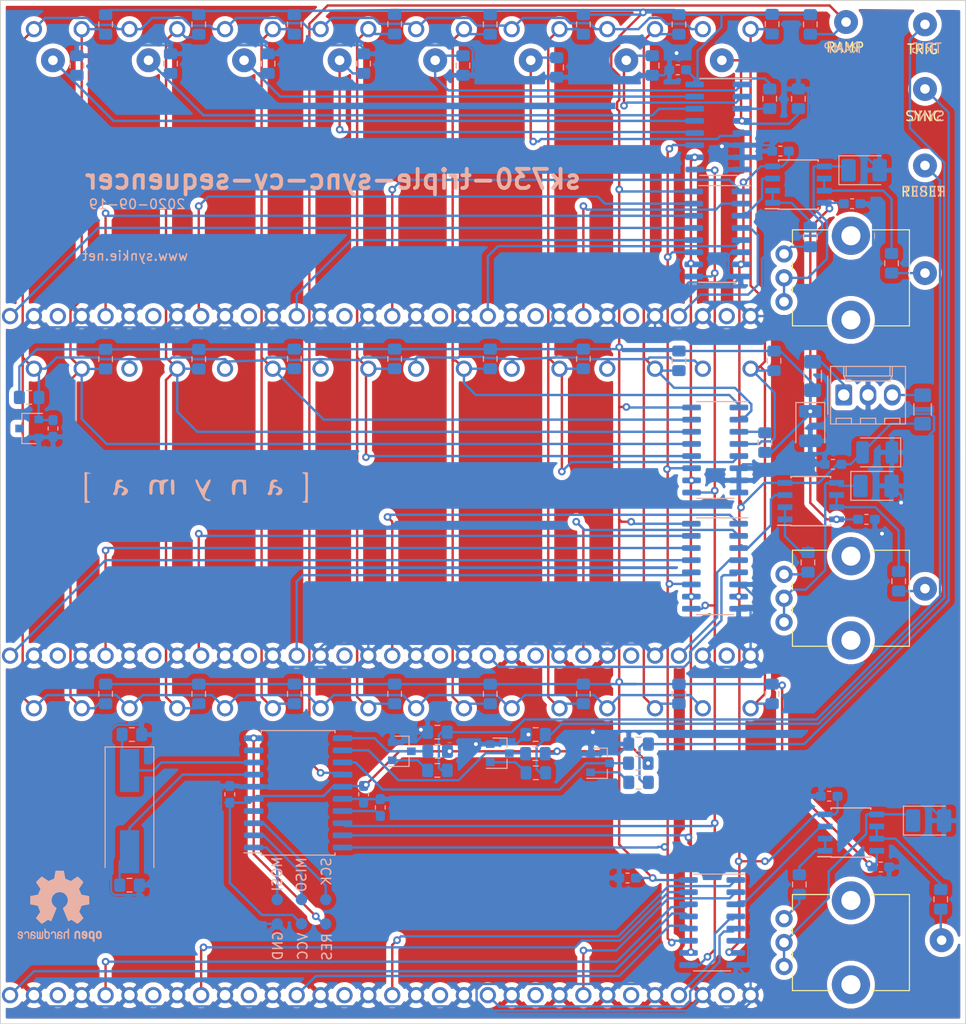
<source format=kicad_pcb>
(kicad_pcb (version 20171130) (host pcbnew "(5.1.5-0-10_14)")
  (layers (0 F.Cu signal hide) (31 B.Cu signal) (34 B.Paste user hide) (35 F.Paste user hide) (36 B.SilkS user hide) (37 F.SilkS user) (38 B.Mask user hide) (39 F.Mask user hide) (44 Edge.Cuts user))
  (net 0 "")
  (net 1 VCC)
  (net 2 GND)
  (net 3 "Net-(C3-Pad1)")
  (net 4 "Net-(C5-Pad2)")
  (net 5 "Net-(C6-Pad1)")
  (net 6 +1V0)
  (net 7 "Net-(C9-Pad1)")
  (net 8 -5V)
  (net 9 "Net-(C12-Pad1)")
  (net 10 "Net-(C15-Pad1)")
  (net 11 "Net-(J1-Pad1)")
  (net 12 "Net-(J2-Pad1)")
  (net 13 "Net-(J3-Pad1)")
  (net 14 /ramp_in)
  (net 15 "Net-(J5-Pad1)")
  (net 16 "Net-(J6-Pad1)")
  (net 17 "Net-(J7-Pad1)")
  (net 18 "Net-(J8-Pad1)")
  (net 19 "Net-(J9-Pad1)")
  (net 20 "Net-(J10-Pad1)")
  (net 21 "Net-(J11-Pad1)")
  (net 22 "Net-(J12-Pad1)")
  (net 23 "Net-(J13-Pad1)")
  (net 24 "Net-(J14-Pad1)")
  (net 25 "Net-(J15-Pad1)")
  (net 26 /sync)
  (net 27 "Net-(Q1-Pad1)")
  (net 28 /trigger)
  (net 29 "Net-(Q2-Pad1)")
  (net 30 /reset)
  (net 31 "Net-(Q3-Pad1)")
  (net 32 "Net-(R1-Pad2)")
  (net 33 "Net-(R12-Pad2)")
  (net 34 "Net-(R22-Pad2)")
  (net 35 "Net-(R23-Pad2)")
  (net 36 l3)
  (net 37 "Net-(R24-Pad2)")
  (net 38 l4)
  (net 39 "Net-(R25-Pad2)")
  (net 40 l5)
  (net 41 "Net-(R26-Pad2)")
  (net 42 l6)
  (net 43 "Net-(R27-Pad2)")
  (net 44 l7)
  (net 45 "Net-(R28-Pad2)")
  (net 46 l8)
  (net 47 "Net-(R29-Pad2)")
  (net 48 "Net-(R30-Pad2)")
  (net 49 "Net-(R30-Pad1)")
  (net 50 "Net-(R31-Pad2)")
  (net 51 "Net-(R40-Pad2)")
  (net 52 "Net-(R41-Pad2)")
  (net 53 "Net-(R42-Pad2)")
  (net 54 "Net-(R43-Pad2)")
  (net 55 "Net-(R44-Pad2)")
  (net 56 "Net-(R45-Pad2)")
  (net 57 "Net-(R46-Pad2)")
  (net 58 "Net-(R47-Pad2)")
  (net 59 "Net-(R48-Pad2)")
  (net 60 "Net-(R48-Pad1)")
  (net 61 "Net-(R49-Pad2)")
  (net 62 "Net-(R58-Pad2)")
  (net 63 "Net-(R59-Pad2)")
  (net 64 "Net-(R60-Pad2)")
  (net 65 "Net-(R61-Pad2)")
  (net 66 "Net-(R62-Pad2)")
  (net 67 "Net-(R63-Pad2)")
  (net 68 "Net-(R64-Pad2)")
  (net 69 "Net-(R65-Pad2)")
  (net 70 "Net-(R66-Pad2)")
  (net 71 "Net-(R66-Pad1)")
  (net 72 "Net-(R67-Pad2)")
  (net 73 C)
  (net 74 B)
  (net 75 A)
  (net 76 /sck)
  (net 77 /miso)
  (net 78 /mosi)
  (net 79 /isp_reset)
  (net 80 "Net-(U6-Pad3)")
  (net 81 "Net-(U8-Pad3)")
  (net 82 "Net-(U10-Pad3)")
  (net 83 l2)
  (net 84 l1)
  (net 85 "Net-(FB1-Pad2)")
  (net 86 "Net-(FB2-Pad2)")
  (module Symbol:OSHW-Logo2_9.8x8mm_SilkScreen (layer B.Cu) (at 50.2 150.7 180)
    (fp_text reference REF** hide)
    (fp_text value OSHW-Logo2_9.8x8mm_SilkScreen hide)
  )
  (module anyma_footprints:logo_anyma (layer B.Cu) (at 64.4 107 180)
    (fp_text reference G*** hide)
    (fp_text value logo_anyma hide)
  )
  (module synkie_footprints:PTL20 (layer F.Cu) (at 68.75 145)
    (fp_text reference R27 hide)
    (fp_text value R-POT-LED)
    (pad 6 thru_hole circle (at 1.25 15) (size 1.7 1.7) (drill 1.1) (layers *.Cu *.Mask))
    (pad 5 thru_hole circle (at 3.75 -15) (size 1.7 1.7) (drill 1.1) (layers *.Cu *.Mask) (net 36 l3))
    (pad 4 thru_hole circle (at 3.75 15) (size 1.7 1.7) (drill 1.1) (layers *.Cu *.Mask) (net 2 GND))
    (pad 3 thru_hole circle (at -1.25 -15) (size 1.7 1.7) (drill 1.1) (layers *.Cu *.Mask) (net 6 +1V0))
    (pad 2 thru_hole circle (at -3.75 15) (size 1.7 1.7) (drill 1.1) (layers *.Cu *.Mask) (net 43 "Net-(R27-Pad2)"))
    (pad 1 thru_hole circle (at -1.25 15) (size 1.7 1.7) (drill 1.1) (layers *.Cu *.Mask) (net 2 GND))
  )
  (module synkie_footprints:PTL20 (layer F.Cu) (at 108.75 145)
    (fp_text reference R23 hide)
    (fp_text value R-POT-LED)
    (pad 6 thru_hole circle (at 1.25 15) (size 1.7 1.7) (drill 1.1) (layers *.Cu *.Mask))
    (pad 5 thru_hole circle (at 3.75 -15) (size 1.7 1.7) (drill 1.1) (layers *.Cu *.Mask) (net 44 l7))
    (pad 4 thru_hole circle (at 3.75 15) (size 1.7 1.7) (drill 1.1) (layers *.Cu *.Mask) (net 2 GND))
    (pad 3 thru_hole circle (at -1.25 -15) (size 1.7 1.7) (drill 1.1) (layers *.Cu *.Mask) (net 6 +1V0))
    (pad 2 thru_hole circle (at -3.75 15) (size 1.7 1.7) (drill 1.1) (layers *.Cu *.Mask) (net 35 "Net-(R23-Pad2)"))
    (pad 1 thru_hole circle (at -1.25 15) (size 1.7 1.7) (drill 1.1) (layers *.Cu *.Mask) (net 2 GND))
  )
  (module anyma_footprints:AnymaPOGO-ISP (layer B.Cu) (at 78.04 147.46)
    (fp_text reference U4 hide)
    (fp_text value AnymaISP)
    (fp_text user MOSI (at -5.08 -0.127 270) (layer B.SilkS) (effects (justify mirror)))
    (fp_text user MISO (at -2.54 -0.0635 270) (layer B.SilkS) (effects (justify mirror)))
    (fp_text user SCK (at 0.0635 -0.381 270) (layer B.SilkS) (effects (justify mirror)))
    (fp_text user RES (at 0.127 7.493 270) (layer B.SilkS) (effects (justify mirror)))
    (fp_text user VCC (at -2.413 7.4295 270) (layer B.SilkS) (effects (justify mirror)))
    (fp_text user GND (at -5.0165 7.366 270) (layer B.SilkS) (effects (justify mirror)))
    (pad 6 smd circle (at -5.08 2.54) (size 1.2 1.2) (layers B.Cu B.Paste B.Mask) (net 78 /mosi))
    (pad 5 smd circle (at -2.54 2.54) (size 1.2 1.2) (layers B.Cu B.Paste B.Mask) (net 77 /miso))
    (pad 4 smd circle (at 0 2.54) (size 1.2 1.2) (layers B.Cu B.Paste B.Mask) (net 76 /sck))
    (pad 3 smd circle (at 0 5.08) (size 1.2 1.2) (layers B.Cu B.Paste B.Mask) (net 79 /isp_reset))
    (pad 2 smd circle (at -2.54 5.08) (size 1.2 1.2) (layers B.Cu B.Paste B.Mask) (net 1 VCC))
    (pad 1 smd circle (at -5.08 5.08) (size 1.2 1.2) (layers B.Cu B.Paste B.Mask) (net 2 GND))
  )
  (module Connector_Molex:Molex_KK-254_AE-6410-03A_1x03_P2.54mm_Vertical (layer B.Cu) (at 132.25 97.25)
    (fp_text reference J100 hide)
    (fp_text value Supply)
    (pad 3 thru_hole oval (at 5.08 0) (size 1.74 2.2) (drill 1.2) (layers *.Cu *.Mask) (net 86 "Net-(FB2-Pad2)"))
    (pad 2 thru_hole oval (at 2.54 0) (size 1.74 2.2) (drill 1.2) (layers *.Cu *.Mask) (net 2 GND))
    (pad 1 thru_hole roundrect (at 0 0) (size 1.74 2.2) (drill 1.2) (layers *.Cu *.Mask) (roundrect_rratio 0.143678) (net 85 "Net-(FB1-Pad2)"))
  )
  (module Inductor_SMD:L_1206_3216Metric_Pad1.42x1.75mm_HandSolder (layer B.Cu) (at 140.5 98.7625 90)
    (fp_text reference FB2 hide)
    (fp_text value Ferrite_Bead)
    (pad 2 smd roundrect (at 1.4875 0 90) (size 1.425 1.75) (layers B.Cu B.Paste B.Mask) (roundrect_rratio 0.175439) (net 86 "Net-(FB2-Pad2)"))
    (pad 1 smd roundrect (at -1.4875 0 90) (size 1.425 1.75) (layers B.Cu B.Paste B.Mask) (roundrect_rratio 0.175439) (net 8 -5V))
  )
  (module Inductor_SMD:L_1206_3216Metric_Pad1.42x1.75mm_HandSolder (layer B.Cu) (at 129 95.2625 90)
    (fp_text reference FB1 hide)
    (fp_text value Ferrite_Bead)
    (pad 2 smd roundrect (at 1.4875 0 90) (size 1.425 1.75) (layers B.Cu B.Paste B.Mask) (roundrect_rratio 0.175439) (net 85 "Net-(FB1-Pad2)"))
    (pad 1 smd roundrect (at -1.4875 0 90) (size 1.425 1.75) (layers B.Cu B.Paste B.Mask) (roundrect_rratio 0.175439) (net 1 VCC))
  )
  (module Capacitor_Tantalum_SMD:CP_EIA-3528-21_Kemet-B (layer B.Cu) (at 135.75 103.25 180)
    (fp_text reference C102 hide)
    (fp_text value 10u)
    (pad 2 smd roundrect (at 1.5375 0 180) (size 1.325 2.35) (layers B.Cu B.Paste B.Mask) (roundrect_rratio 0.188679) (net 8 -5V))
    (pad 1 smd roundrect (at -1.5375 0 180) (size 1.325 2.35) (layers B.Cu B.Paste B.Mask) (roundrect_rratio 0.188679) (net 2 GND))
  )
  (module Capacitor_Tantalum_SMD:CP_EIA-3528-21_Kemet-B (layer B.Cu) (at 128.75 100.5 270)
    (fp_text reference C100 hide)
    (fp_text value 10u)
    (pad 2 smd roundrect (at 1.5375 0 270) (size 1.325 2.35) (layers B.Cu B.Paste B.Mask) (roundrect_rratio 0.188679) (net 2 GND))
    (pad 1 smd roundrect (at -1.5375 0 270) (size 1.325 2.35) (layers B.Cu B.Paste B.Mask) (roundrect_rratio 0.188679) (net 1 VCC))
  )
  (module synkie_footprints:C_0603_1608Metric_Pad1.05x0.95mm_HandSolder (layer B.Cu) (at 82 139 90)
    (fp_text reference C2 hide)
    (fp_text value C)
    (pad 2 smd roundrect (at 0.875 0 90) (size 1.05 0.95) (layers B.Cu B.Paste B.Mask) (net 1 VCC))
    (pad 1 smd roundrect (at -0.875 0 90) (size 1.05 0.95) (layers B.Cu B.Paste B.Mask) (net 2 GND))
  )
  (module synkie_footprints:C_0805_2012Metric_Pad1.15x1.40mm_HandSolder (layer B.Cu) (at 57.5 148.5)
    (fp_text reference C6 hide)
    (fp_text value C)
    (pad 2 smd roundrect (at 1.025 0) (size 1.15 1.4) (layers B.Cu B.Paste B.Mask) (roundrect_rratio 0.217391) (net 2 GND))
    (pad 1 smd roundrect (at -1.025 0) (size 1.15 1.4) (layers B.Cu B.Paste B.Mask) (roundrect_rratio 0.217391) (net 5 "Net-(C6-Pad1)"))
  )
  (module synkie_footprints:C_0805_2012Metric_Pad1.15x1.40mm_HandSolder (layer B.Cu) (at 57.75 132.75 180)
    (fp_text reference C5 hide)
    (fp_text value C)
    (pad 2 smd roundrect (at 1.025 0 180) (size 1.15 1.4) (layers B.Cu B.Paste B.Mask) (roundrect_rratio 0.217391) (net 4 "Net-(C5-Pad2)"))
    (pad 1 smd roundrect (at -1.025 0 180) (size 1.15 1.4) (layers B.Cu B.Paste B.Mask) (roundrect_rratio 0.217391) (net 2 GND))
  )
  (module Package_SO:SOIC-20W_7.5x12.8mm_P1.27mm (layer B.Cu) (at 75.15 138.845)
    (fp_text reference U2 hide)
    (fp_text value ATtiny861-20SU)
    (pad 20 smd roundrect (at 4.65 5.715) (size 2.05 0.6) (layers B.Cu B.Paste B.Mask) (net 75 A))
    (pad 19 smd roundrect (at 4.65 4.445) (size 2.05 0.6) (layers B.Cu B.Paste B.Mask) (net 74 B))
    (pad 18 smd roundrect (at 4.65 3.175) (size 2.05 0.6) (layers B.Cu B.Paste B.Mask) (net 73 C))
    (pad 17 smd roundrect (at 4.65 1.905) (size 2.05 0.6) (layers B.Cu B.Paste B.Mask) (net 3 "Net-(C3-Pad1)"))
    (pad 16 smd roundrect (at 4.65 0.635) (size 2.05 0.6) (layers B.Cu B.Paste B.Mask) (net 2 GND))
    (pad 15 smd roundrect (at 4.65 -0.635) (size 2.05 0.6) (layers B.Cu B.Paste B.Mask) (net 1 VCC))
    (pad 14 smd roundrect (at 4.65 -1.905) (size 2.05 0.6) (layers B.Cu B.Paste B.Mask) (net 14 /ramp_in))
    (pad 13 smd roundrect (at 4.65 -3.175) (size 2.05 0.6) (layers B.Cu B.Paste B.Mask) (net 26 /sync))
    (pad 12 smd roundrect (at 4.65 -4.445) (size 2.05 0.6) (layers B.Cu B.Paste B.Mask) (net 28 /trigger))
    (pad 11 smd roundrect (at 4.65 -5.715) (size 2.05 0.6) (layers B.Cu B.Paste B.Mask) (net 30 /reset))
    (pad 10 smd roundrect (at -4.65 -5.715) (size 2.05 0.6) (layers B.Cu B.Paste B.Mask) (net 79 /isp_reset))
    (pad 9 smd roundrect (at -4.65 -4.445) (size 2.05 0.6) (layers B.Cu B.Paste B.Mask))
    (pad 8 smd roundrect (at -4.65 -3.175) (size 2.05 0.6) (layers B.Cu B.Paste B.Mask) (net 4 "Net-(C5-Pad2)"))
    (pad 7 smd roundrect (at -4.65 -1.905) (size 2.05 0.6) (layers B.Cu B.Paste B.Mask) (net 5 "Net-(C6-Pad1)"))
    (pad 6 smd roundrect (at -4.65 -0.635) (size 2.05 0.6) (layers B.Cu B.Paste B.Mask) (net 2 GND))
    (pad 5 smd roundrect (at -4.65 0.635) (size 2.05 0.6) (layers B.Cu B.Paste B.Mask) (net 1 VCC))
    (pad 4 smd roundrect (at -4.65 1.905) (size 2.05 0.6) (layers B.Cu B.Paste B.Mask))
    (pad 3 smd roundrect (at -4.65 3.175) (size 2.05 0.6) (layers B.Cu B.Paste B.Mask) (net 76 /sck))
    (pad 2 smd roundrect (at -4.65 4.445) (size 2.05 0.6) (layers B.Cu B.Paste B.Mask) (net 77 /miso))
    (pad 1 smd roundrect (at -4.65 5.715) (size 2.05 0.6) (layers B.Cu B.Paste B.Mask) (net 78 /mosi))
  )
  (module synkie_footprints:SOIC-8_3.9x4.9mm_P1.27mm (layer B.Cu) (at 128.8 108.345)
    (fp_text reference U8 hide)
    (fp_text value Opamp_Dual_Generic)
    (pad 8 smd rect (at 2.7 1.905) (size 1.55 0.6) (layers B.Cu B.Paste B.Mask) (net 1 VCC))
    (pad 7 smd rect (at 2.7 0.635) (size 1.55 0.6) (layers B.Cu B.Paste B.Mask) (net 61 "Net-(R49-Pad2)"))
    (pad 6 smd rect (at 2.7 -0.635) (size 1.55 0.6) (layers B.Cu B.Paste B.Mask) (net 61 "Net-(R49-Pad2)"))
    (pad 5 smd rect (at 2.7 -1.905) (size 1.55 0.6) (layers B.Cu B.Paste B.Mask) (net 9 "Net-(C12-Pad1)"))
    (pad 4 smd rect (at -2.7 -1.905) (size 1.55 0.6) (layers B.Cu B.Paste B.Mask) (net 8 -5V))
    (pad 3 smd rect (at -2.7 -0.635) (size 1.55 0.6) (layers B.Cu B.Paste B.Mask) (net 81 "Net-(U8-Pad3)"))
    (pad 2 smd rect (at -2.7 0.635) (size 1.55 0.6) (layers B.Cu B.Paste B.Mask) (net 59 "Net-(R48-Pad2)"))
    (pad 1 smd rect (at -2.7 1.905) (size 1.55 0.6) (layers B.Cu B.Paste B.Mask) (net 59 "Net-(R48-Pad2)"))
  )
  (module synkie_footprints:PTL20 (layer F.Cu) (at 98.75 109.5)
    (fp_text reference R42 hide)
    (fp_text value R-POT-LED)
    (pad 6 thru_hole circle (at 1.25 15) (size 1.7 1.7) (drill 1.1) (layers *.Cu *.Mask))
    (pad 5 thru_hole circle (at 3.75 -15) (size 1.7 1.7) (drill 1.1) (layers *.Cu *.Mask) (net 42 l6))
    (pad 4 thru_hole circle (at 3.75 15) (size 1.7 1.7) (drill 1.1) (layers *.Cu *.Mask) (net 2 GND))
    (pad 3 thru_hole circle (at -1.25 -15) (size 1.7 1.7) (drill 1.1) (layers *.Cu *.Mask) (net 6 +1V0))
    (pad 2 thru_hole circle (at -3.75 15) (size 1.7 1.7) (drill 1.1) (layers *.Cu *.Mask) (net 53 "Net-(R42-Pad2)"))
    (pad 1 thru_hole circle (at -1.25 15) (size 1.7 1.7) (drill 1.1) (layers *.Cu *.Mask) (net 2 GND))
  )
  (module synkie_footprints:PTL20 (layer F.Cu) (at 48.75 74)
    (fp_text reference R65 hide)
    (fp_text value R-POT-LED)
    (pad 6 thru_hole circle (at 1.25 15) (size 1.7 1.7) (drill 1.1) (layers *.Cu *.Mask))
    (pad 5 thru_hole circle (at 3.75 -15) (size 1.7 1.7) (drill 1.1) (layers *.Cu *.Mask) (net 84 l1))
    (pad 4 thru_hole circle (at 3.75 15) (size 1.7 1.7) (drill 1.1) (layers *.Cu *.Mask) (net 2 GND))
    (pad 3 thru_hole circle (at -1.25 -15) (size 1.7 1.7) (drill 1.1) (layers *.Cu *.Mask) (net 6 +1V0))
    (pad 2 thru_hole circle (at -3.75 15) (size 1.7 1.7) (drill 1.1) (layers *.Cu *.Mask) (net 69 "Net-(R65-Pad2)"))
    (pad 1 thru_hole circle (at -1.25 15) (size 1.7 1.7) (drill 1.1) (layers *.Cu *.Mask) (net 2 GND))
  )
  (module synkie_footprints:PTL20 (layer F.Cu) (at 58.75 74)
    (fp_text reference R64 hide)
    (fp_text value R-POT-LED)
    (pad 6 thru_hole circle (at 1.25 15) (size 1.7 1.7) (drill 1.1) (layers *.Cu *.Mask))
    (pad 5 thru_hole circle (at 3.75 -15) (size 1.7 1.7) (drill 1.1) (layers *.Cu *.Mask) (net 83 l2))
    (pad 4 thru_hole circle (at 3.75 15) (size 1.7 1.7) (drill 1.1) (layers *.Cu *.Mask) (net 2 GND))
    (pad 3 thru_hole circle (at -1.25 -15) (size 1.7 1.7) (drill 1.1) (layers *.Cu *.Mask) (net 6 +1V0))
    (pad 2 thru_hole circle (at -3.75 15) (size 1.7 1.7) (drill 1.1) (layers *.Cu *.Mask) (net 68 "Net-(R64-Pad2)"))
    (pad 1 thru_hole circle (at -1.25 15) (size 1.7 1.7) (drill 1.1) (layers *.Cu *.Mask) (net 2 GND))
  )
  (module synkie_footprints:PTL20 (layer F.Cu) (at 68.75 74)
    (fp_text reference R63 hide)
    (fp_text value R-POT-LED)
    (pad 6 thru_hole circle (at 1.25 15) (size 1.7 1.7) (drill 1.1) (layers *.Cu *.Mask))
    (pad 5 thru_hole circle (at 3.75 -15) (size 1.7 1.7) (drill 1.1) (layers *.Cu *.Mask) (net 36 l3))
    (pad 4 thru_hole circle (at 3.75 15) (size 1.7 1.7) (drill 1.1) (layers *.Cu *.Mask) (net 2 GND))
    (pad 3 thru_hole circle (at -1.25 -15) (size 1.7 1.7) (drill 1.1) (layers *.Cu *.Mask) (net 6 +1V0))
    (pad 2 thru_hole circle (at -3.75 15) (size 1.7 1.7) (drill 1.1) (layers *.Cu *.Mask) (net 67 "Net-(R63-Pad2)"))
    (pad 1 thru_hole circle (at -1.25 15) (size 1.7 1.7) (drill 1.1) (layers *.Cu *.Mask) (net 2 GND))
  )
  (module synkie_footprints:PTL20 (layer F.Cu) (at 78.75 74)
    (fp_text reference R62 hide)
    (fp_text value R-POT-LED)
    (pad 6 thru_hole circle (at 1.25 15) (size 1.7 1.7) (drill 1.1) (layers *.Cu *.Mask))
    (pad 5 thru_hole circle (at 3.75 -15) (size 1.7 1.7) (drill 1.1) (layers *.Cu *.Mask) (net 38 l4))
    (pad 4 thru_hole circle (at 3.75 15) (size 1.7 1.7) (drill 1.1) (layers *.Cu *.Mask) (net 2 GND))
    (pad 3 thru_hole circle (at -1.25 -15) (size 1.7 1.7) (drill 1.1) (layers *.Cu *.Mask) (net 6 +1V0))
    (pad 2 thru_hole circle (at -3.75 15) (size 1.7 1.7) (drill 1.1) (layers *.Cu *.Mask) (net 66 "Net-(R62-Pad2)"))
    (pad 1 thru_hole circle (at -1.25 15) (size 1.7 1.7) (drill 1.1) (layers *.Cu *.Mask) (net 2 GND))
  )
  (module synkie_footprints:PTL20 (layer F.Cu) (at 88.75 74)
    (fp_text reference R61 hide)
    (fp_text value R-POT-LED)
    (pad 6 thru_hole circle (at 1.25 15) (size 1.7 1.7) (drill 1.1) (layers *.Cu *.Mask))
    (pad 5 thru_hole circle (at 3.75 -15) (size 1.7 1.7) (drill 1.1) (layers *.Cu *.Mask) (net 40 l5))
    (pad 4 thru_hole circle (at 3.75 15) (size 1.7 1.7) (drill 1.1) (layers *.Cu *.Mask) (net 2 GND))
    (pad 3 thru_hole circle (at -1.25 -15) (size 1.7 1.7) (drill 1.1) (layers *.Cu *.Mask) (net 6 +1V0))
    (pad 2 thru_hole circle (at -3.75 15) (size 1.7 1.7) (drill 1.1) (layers *.Cu *.Mask) (net 65 "Net-(R61-Pad2)"))
    (pad 1 thru_hole circle (at -1.25 15) (size 1.7 1.7) (drill 1.1) (layers *.Cu *.Mask) (net 2 GND))
  )
  (module synkie_footprints:PTL20 (layer F.Cu) (at 98.75 74)
    (fp_text reference R60 hide)
    (fp_text value R-POT-LED)
    (pad 6 thru_hole circle (at 1.25 15) (size 1.7 1.7) (drill 1.1) (layers *.Cu *.Mask))
    (pad 5 thru_hole circle (at 3.75 -15) (size 1.7 1.7) (drill 1.1) (layers *.Cu *.Mask) (net 42 l6))
    (pad 4 thru_hole circle (at 3.75 15) (size 1.7 1.7) (drill 1.1) (layers *.Cu *.Mask) (net 2 GND))
    (pad 3 thru_hole circle (at -1.25 -15) (size 1.7 1.7) (drill 1.1) (layers *.Cu *.Mask) (net 6 +1V0))
    (pad 2 thru_hole circle (at -3.75 15) (size 1.7 1.7) (drill 1.1) (layers *.Cu *.Mask) (net 64 "Net-(R60-Pad2)"))
    (pad 1 thru_hole circle (at -1.25 15) (size 1.7 1.7) (drill 1.1) (layers *.Cu *.Mask) (net 2 GND))
  )
  (module synkie_footprints:PTL20 (layer F.Cu) (at 108.75 74)
    (fp_text reference R59 hide)
    (fp_text value R-POT-LED)
    (pad 6 thru_hole circle (at 1.25 15) (size 1.7 1.7) (drill 1.1) (layers *.Cu *.Mask))
    (pad 5 thru_hole circle (at 3.75 -15) (size 1.7 1.7) (drill 1.1) (layers *.Cu *.Mask) (net 44 l7))
    (pad 4 thru_hole circle (at 3.75 15) (size 1.7 1.7) (drill 1.1) (layers *.Cu *.Mask) (net 2 GND))
    (pad 3 thru_hole circle (at -1.25 -15) (size 1.7 1.7) (drill 1.1) (layers *.Cu *.Mask) (net 6 +1V0))
    (pad 2 thru_hole circle (at -3.75 15) (size 1.7 1.7) (drill 1.1) (layers *.Cu *.Mask) (net 63 "Net-(R59-Pad2)"))
    (pad 1 thru_hole circle (at -1.25 15) (size 1.7 1.7) (drill 1.1) (layers *.Cu *.Mask) (net 2 GND))
  )
  (module synkie_footprints:PTL20 (layer F.Cu) (at 118.75 74)
    (fp_text reference R58 hide)
    (fp_text value R-POT-LED)
    (pad 6 thru_hole circle (at 1.25 15) (size 1.7 1.7) (drill 1.1) (layers *.Cu *.Mask))
    (pad 5 thru_hole circle (at 3.75 -15) (size 1.7 1.7) (drill 1.1) (layers *.Cu *.Mask) (net 46 l8))
    (pad 4 thru_hole circle (at 3.75 15) (size 1.7 1.7) (drill 1.1) (layers *.Cu *.Mask) (net 2 GND))
    (pad 3 thru_hole circle (at -1.25 -15) (size 1.7 1.7) (drill 1.1) (layers *.Cu *.Mask) (net 6 +1V0))
    (pad 2 thru_hole circle (at -3.75 15) (size 1.7 1.7) (drill 1.1) (layers *.Cu *.Mask) (net 62 "Net-(R58-Pad2)"))
    (pad 1 thru_hole circle (at -1.25 15) (size 1.7 1.7) (drill 1.1) (layers *.Cu *.Mask) (net 2 GND))
  )
  (module synkie_footprints:PTL20 (layer F.Cu) (at 48.75 109.5)
    (fp_text reference R47 hide)
    (fp_text value R-POT-LED)
    (pad 6 thru_hole circle (at 1.25 15) (size 1.7 1.7) (drill 1.1) (layers *.Cu *.Mask))
    (pad 5 thru_hole circle (at 3.75 -15) (size 1.7 1.7) (drill 1.1) (layers *.Cu *.Mask) (net 84 l1))
    (pad 4 thru_hole circle (at 3.75 15) (size 1.7 1.7) (drill 1.1) (layers *.Cu *.Mask) (net 2 GND))
    (pad 3 thru_hole circle (at -1.25 -15) (size 1.7 1.7) (drill 1.1) (layers *.Cu *.Mask) (net 6 +1V0))
    (pad 2 thru_hole circle (at -3.75 15) (size 1.7 1.7) (drill 1.1) (layers *.Cu *.Mask) (net 58 "Net-(R47-Pad2)"))
    (pad 1 thru_hole circle (at -1.25 15) (size 1.7 1.7) (drill 1.1) (layers *.Cu *.Mask) (net 2 GND))
  )
  (module synkie_footprints:PTL20 (layer F.Cu) (at 58.75 109.5)
    (fp_text reference R46 hide)
    (fp_text value R-POT-LED)
    (pad 6 thru_hole circle (at 1.25 15) (size 1.7 1.7) (drill 1.1) (layers *.Cu *.Mask))
    (pad 5 thru_hole circle (at 3.75 -15) (size 1.7 1.7) (drill 1.1) (layers *.Cu *.Mask) (net 83 l2))
    (pad 4 thru_hole circle (at 3.75 15) (size 1.7 1.7) (drill 1.1) (layers *.Cu *.Mask) (net 2 GND))
    (pad 3 thru_hole circle (at -1.25 -15) (size 1.7 1.7) (drill 1.1) (layers *.Cu *.Mask) (net 6 +1V0))
    (pad 2 thru_hole circle (at -3.75 15) (size 1.7 1.7) (drill 1.1) (layers *.Cu *.Mask) (net 57 "Net-(R46-Pad2)"))
    (pad 1 thru_hole circle (at -1.25 15) (size 1.7 1.7) (drill 1.1) (layers *.Cu *.Mask) (net 2 GND))
  )
  (module synkie_footprints:PTL20 (layer F.Cu) (at 68.75 109.5)
    (fp_text reference R45 hide)
    (fp_text value R-POT-LED)
    (pad 6 thru_hole circle (at 1.25 15) (size 1.7 1.7) (drill 1.1) (layers *.Cu *.Mask))
    (pad 5 thru_hole circle (at 3.75 -15) (size 1.7 1.7) (drill 1.1) (layers *.Cu *.Mask) (net 36 l3))
    (pad 4 thru_hole circle (at 3.75 15) (size 1.7 1.7) (drill 1.1) (layers *.Cu *.Mask) (net 2 GND))
    (pad 3 thru_hole circle (at -1.25 -15) (size 1.7 1.7) (drill 1.1) (layers *.Cu *.Mask) (net 6 +1V0))
    (pad 2 thru_hole circle (at -3.75 15) (size 1.7 1.7) (drill 1.1) (layers *.Cu *.Mask) (net 56 "Net-(R45-Pad2)"))
    (pad 1 thru_hole circle (at -1.25 15) (size 1.7 1.7) (drill 1.1) (layers *.Cu *.Mask) (net 2 GND))
  )
  (module synkie_footprints:PTL20 (layer F.Cu) (at 78.75 109.5)
    (fp_text reference R44 hide)
    (fp_text value R-POT-LED)
    (pad 6 thru_hole circle (at 1.25 15) (size 1.7 1.7) (drill 1.1) (layers *.Cu *.Mask))
    (pad 5 thru_hole circle (at 3.75 -15) (size 1.7 1.7) (drill 1.1) (layers *.Cu *.Mask) (net 38 l4))
    (pad 4 thru_hole circle (at 3.75 15) (size 1.7 1.7) (drill 1.1) (layers *.Cu *.Mask) (net 2 GND))
    (pad 3 thru_hole circle (at -1.25 -15) (size 1.7 1.7) (drill 1.1) (layers *.Cu *.Mask) (net 6 +1V0))
    (pad 2 thru_hole circle (at -3.75 15) (size 1.7 1.7) (drill 1.1) (layers *.Cu *.Mask) (net 55 "Net-(R44-Pad2)"))
    (pad 1 thru_hole circle (at -1.25 15) (size 1.7 1.7) (drill 1.1) (layers *.Cu *.Mask) (net 2 GND))
  )
  (module synkie_footprints:PTL20 (layer F.Cu) (at 88.75 109.5)
    (fp_text reference R43 hide)
    (fp_text value R-POT-LED)
    (pad 6 thru_hole circle (at 1.25 15) (size 1.7 1.7) (drill 1.1) (layers *.Cu *.Mask))
    (pad 5 thru_hole circle (at 3.75 -15) (size 1.7 1.7) (drill 1.1) (layers *.Cu *.Mask) (net 40 l5))
    (pad 4 thru_hole circle (at 3.75 15) (size 1.7 1.7) (drill 1.1) (layers *.Cu *.Mask) (net 2 GND))
    (pad 3 thru_hole circle (at -1.25 -15) (size 1.7 1.7) (drill 1.1) (layers *.Cu *.Mask) (net 6 +1V0))
    (pad 2 thru_hole circle (at -3.75 15) (size 1.7 1.7) (drill 1.1) (layers *.Cu *.Mask) (net 54 "Net-(R43-Pad2)"))
    (pad 1 thru_hole circle (at -1.25 15) (size 1.7 1.7) (drill 1.1) (layers *.Cu *.Mask) (net 2 GND))
  )
  (module synkie_footprints:PTL20 (layer F.Cu) (at 108.75 109.5)
    (fp_text reference R41 hide)
    (fp_text value R-POT-LED)
    (pad 6 thru_hole circle (at 1.25 15) (size 1.7 1.7) (drill 1.1) (layers *.Cu *.Mask))
    (pad 5 thru_hole circle (at 3.75 -15) (size 1.7 1.7) (drill 1.1) (layers *.Cu *.Mask) (net 44 l7))
    (pad 4 thru_hole circle (at 3.75 15) (size 1.7 1.7) (drill 1.1) (layers *.Cu *.Mask) (net 2 GND))
    (pad 3 thru_hole circle (at -1.25 -15) (size 1.7 1.7) (drill 1.1) (layers *.Cu *.Mask) (net 6 +1V0))
    (pad 2 thru_hole circle (at -3.75 15) (size 1.7 1.7) (drill 1.1) (layers *.Cu *.Mask) (net 52 "Net-(R41-Pad2)"))
    (pad 1 thru_hole circle (at -1.25 15) (size 1.7 1.7) (drill 1.1) (layers *.Cu *.Mask) (net 2 GND))
  )
  (module synkie_footprints:PTL20 (layer F.Cu) (at 118.75 109.5)
    (fp_text reference R40 hide)
    (fp_text value R-POT-LED)
    (pad 6 thru_hole circle (at 1.25 15) (size 1.7 1.7) (drill 1.1) (layers *.Cu *.Mask))
    (pad 5 thru_hole circle (at 3.75 -15) (size 1.7 1.7) (drill 1.1) (layers *.Cu *.Mask) (net 46 l8))
    (pad 4 thru_hole circle (at 3.75 15) (size 1.7 1.7) (drill 1.1) (layers *.Cu *.Mask) (net 2 GND))
    (pad 3 thru_hole circle (at -1.25 -15) (size 1.7 1.7) (drill 1.1) (layers *.Cu *.Mask) (net 6 +1V0))
    (pad 2 thru_hole circle (at -3.75 15) (size 1.7 1.7) (drill 1.1) (layers *.Cu *.Mask) (net 51 "Net-(R40-Pad2)"))
    (pad 1 thru_hole circle (at -1.25 15) (size 1.7 1.7) (drill 1.1) (layers *.Cu *.Mask) (net 2 GND))
  )
  (module synkie_footprints:PTL20 (layer F.Cu) (at 48.75 145)
    (fp_text reference R29 hide)
    (fp_text value R-POT-LED)
    (pad 6 thru_hole circle (at 1.25 15) (size 1.7 1.7) (drill 1.1) (layers *.Cu *.Mask))
    (pad 5 thru_hole circle (at 3.75 -15) (size 1.7 1.7) (drill 1.1) (layers *.Cu *.Mask) (net 84 l1))
    (pad 4 thru_hole circle (at 3.75 15) (size 1.7 1.7) (drill 1.1) (layers *.Cu *.Mask) (net 2 GND))
    (pad 3 thru_hole circle (at -1.25 -15) (size 1.7 1.7) (drill 1.1) (layers *.Cu *.Mask) (net 6 +1V0))
    (pad 2 thru_hole circle (at -3.75 15) (size 1.7 1.7) (drill 1.1) (layers *.Cu *.Mask) (net 47 "Net-(R29-Pad2)"))
    (pad 1 thru_hole circle (at -1.25 15) (size 1.7 1.7) (drill 1.1) (layers *.Cu *.Mask) (net 2 GND))
  )
  (module synkie_footprints:PTL20 (layer F.Cu) (at 58.75 145)
    (fp_text reference R28 hide)
    (fp_text value R-POT-LED)
    (pad 6 thru_hole circle (at 1.25 15) (size 1.7 1.7) (drill 1.1) (layers *.Cu *.Mask))
    (pad 5 thru_hole circle (at 3.75 -15) (size 1.7 1.7) (drill 1.1) (layers *.Cu *.Mask) (net 83 l2))
    (pad 4 thru_hole circle (at 3.75 15) (size 1.7 1.7) (drill 1.1) (layers *.Cu *.Mask) (net 2 GND))
    (pad 3 thru_hole circle (at -1.25 -15) (size 1.7 1.7) (drill 1.1) (layers *.Cu *.Mask) (net 6 +1V0))
    (pad 2 thru_hole circle (at -3.75 15) (size 1.7 1.7) (drill 1.1) (layers *.Cu *.Mask) (net 45 "Net-(R28-Pad2)"))
    (pad 1 thru_hole circle (at -1.25 15) (size 1.7 1.7) (drill 1.1) (layers *.Cu *.Mask) (net 2 GND))
  )
  (module synkie_footprints:PTL20 (layer F.Cu) (at 78.75 145)
    (fp_text reference R26 hide)
    (fp_text value R-POT-LED)
    (pad 6 thru_hole circle (at 1.25 15) (size 1.7 1.7) (drill 1.1) (layers *.Cu *.Mask))
    (pad 5 thru_hole circle (at 3.75 -15) (size 1.7 1.7) (drill 1.1) (layers *.Cu *.Mask) (net 38 l4))
    (pad 4 thru_hole circle (at 3.75 15) (size 1.7 1.7) (drill 1.1) (layers *.Cu *.Mask) (net 2 GND))
    (pad 3 thru_hole circle (at -1.25 -15) (size 1.7 1.7) (drill 1.1) (layers *.Cu *.Mask) (net 6 +1V0))
    (pad 2 thru_hole circle (at -3.75 15) (size 1.7 1.7) (drill 1.1) (layers *.Cu *.Mask) (net 41 "Net-(R26-Pad2)"))
    (pad 1 thru_hole circle (at -1.25 15) (size 1.7 1.7) (drill 1.1) (layers *.Cu *.Mask) (net 2 GND))
  )
  (module synkie_footprints:PTL20 (layer F.Cu) (at 88.75 145)
    (fp_text reference R25 hide)
    (fp_text value R-POT-LED)
    (pad 6 thru_hole circle (at 1.25 15) (size 1.7 1.7) (drill 1.1) (layers *.Cu *.Mask))
    (pad 5 thru_hole circle (at 3.75 -15) (size 1.7 1.7) (drill 1.1) (layers *.Cu *.Mask) (net 40 l5))
    (pad 4 thru_hole circle (at 3.75 15) (size 1.7 1.7) (drill 1.1) (layers *.Cu *.Mask) (net 2 GND))
    (pad 3 thru_hole circle (at -1.25 -15) (size 1.7 1.7) (drill 1.1) (layers *.Cu *.Mask) (net 6 +1V0))
    (pad 2 thru_hole circle (at -3.75 15) (size 1.7 1.7) (drill 1.1) (layers *.Cu *.Mask) (net 39 "Net-(R25-Pad2)"))
    (pad 1 thru_hole circle (at -1.25 15) (size 1.7 1.7) (drill 1.1) (layers *.Cu *.Mask) (net 2 GND))
  )
  (module synkie_footprints:PTL20 (layer F.Cu) (at 98.75 145)
    (fp_text reference R24 hide)
    (fp_text value R-POT-LED)
    (pad 6 thru_hole circle (at 1.25 15) (size 1.7 1.7) (drill 1.1) (layers *.Cu *.Mask))
    (pad 5 thru_hole circle (at 3.75 -15) (size 1.7 1.7) (drill 1.1) (layers *.Cu *.Mask) (net 42 l6))
    (pad 4 thru_hole circle (at 3.75 15) (size 1.7 1.7) (drill 1.1) (layers *.Cu *.Mask) (net 2 GND))
    (pad 3 thru_hole circle (at -1.25 -15) (size 1.7 1.7) (drill 1.1) (layers *.Cu *.Mask) (net 6 +1V0))
    (pad 2 thru_hole circle (at -3.75 15) (size 1.7 1.7) (drill 1.1) (layers *.Cu *.Mask) (net 37 "Net-(R24-Pad2)"))
    (pad 1 thru_hole circle (at -1.25 15) (size 1.7 1.7) (drill 1.1) (layers *.Cu *.Mask) (net 2 GND))
  )
  (module synkie_footprints:PTL20 (layer F.Cu) (at 118.75 145)
    (fp_text reference R22 hide)
    (fp_text value R-POT-LED)
    (pad 6 thru_hole circle (at 1.25 15) (size 1.7 1.7) (drill 1.1) (layers *.Cu *.Mask))
    (pad 5 thru_hole circle (at 3.75 -15) (size 1.7 1.7) (drill 1.1) (layers *.Cu *.Mask) (net 46 l8))
    (pad 4 thru_hole circle (at 3.75 15) (size 1.7 1.7) (drill 1.1) (layers *.Cu *.Mask) (net 2 GND))
    (pad 3 thru_hole circle (at -1.25 -15) (size 1.7 1.7) (drill 1.1) (layers *.Cu *.Mask) (net 6 +1V0))
    (pad 2 thru_hole circle (at -3.75 15) (size 1.7 1.7) (drill 1.1) (layers *.Cu *.Mask) (net 34 "Net-(R22-Pad2)"))
    (pad 1 thru_hole circle (at -1.25 15) (size 1.7 1.7) (drill 1.1) (layers *.Cu *.Mask) (net 2 GND))
  )
  (module synkie_footprints:R_0805_2012Metric_Pad1.15x1.40mm_HandSolder (layer B.Cu) (at 64.75 58.5 270)
    (fp_text reference R74 hide)
    (fp_text value 2k)
    (pad 2 smd roundrect (at 1.025 0 270) (size 1.15 1.4) (layers B.Cu B.Paste B.Mask) (roundrect_rratio 0.217391) (net 83 l2))
    (pad 1 smd roundrect (at -1.025 0 270) (size 1.15 1.4) (layers B.Cu B.Paste B.Mask) (roundrect_rratio 0.217391) (net 1 VCC))
  )
  (module synkie_footprints:Crystal_SMD_HC49-SD (layer B.Cu) (at 57.5 140.75 270)
    (fp_text reference Y1 hide)
    (fp_text value Crystal)
    (pad 2 smd rect (at 4.25 0 270) (size 4.5 2) (layers B.Cu B.Paste B.Mask) (net 5 "Net-(C6-Pad1)"))
    (pad 1 smd rect (at -4.25 0 270) (size 4.5 2) (layers B.Cu B.Paste B.Mask) (net 4 "Net-(C5-Pad2)"))
  )
  (module synkie_footprints:SOIC-16_3.9x9.9mm_P1.27mm (layer B.Cu) (at 119.025 80.415 180)
    (fp_text reference U11 hide)
    (fp_text value 4051)
    (pad 1 smd roundrect (at -2.475 4.445 180) (size 1.95 0.6) (layers B.Cu B.Paste B.Mask) (net 65 "Net-(R61-Pad2)"))
    (pad 2 smd roundrect (at -2.475 3.175 180) (size 1.95 0.6) (layers B.Cu B.Paste B.Mask) (net 63 "Net-(R59-Pad2)"))
    (pad 3 smd roundrect (at -2.475 1.905 180) (size 1.95 0.6) (layers B.Cu B.Paste B.Mask) (net 82 "Net-(U10-Pad3)"))
    (pad 4 smd roundrect (at -2.475 0.635 180) (size 1.95 0.6) (layers B.Cu B.Paste B.Mask) (net 62 "Net-(R58-Pad2)"))
    (pad 5 smd roundrect (at -2.475 -0.635 180) (size 1.95 0.6) (layers B.Cu B.Paste B.Mask) (net 64 "Net-(R60-Pad2)"))
    (pad 6 smd roundrect (at -2.475 -1.905 180) (size 1.95 0.6) (layers B.Cu B.Paste B.Mask) (net 2 GND))
    (pad 7 smd roundrect (at -2.475 -3.175 180) (size 1.95 0.6) (layers B.Cu B.Paste B.Mask) (net 8 -5V))
    (pad 8 smd roundrect (at -2.475 -4.445 180) (size 1.95 0.6) (layers B.Cu B.Paste B.Mask) (net 2 GND))
    (pad 9 smd roundrect (at 2.475 -4.445 180) (size 1.95 0.6) (layers B.Cu B.Paste B.Mask) (net 73 C))
    (pad 10 smd roundrect (at 2.475 -3.175 180) (size 1.95 0.6) (layers B.Cu B.Paste B.Mask) (net 74 B))
    (pad 11 smd roundrect (at 2.475 -1.905 180) (size 1.95 0.6) (layers B.Cu B.Paste B.Mask) (net 75 A))
    (pad 12 smd roundrect (at 2.475 -0.635 180) (size 1.95 0.6) (layers B.Cu B.Paste B.Mask) (net 66 "Net-(R62-Pad2)"))
    (pad 13 smd roundrect (at 2.475 0.635 180) (size 1.95 0.6) (layers B.Cu B.Paste B.Mask) (net 69 "Net-(R65-Pad2)"))
    (pad 14 smd roundrect (at 2.475 1.905 180) (size 1.95 0.6) (layers B.Cu B.Paste B.Mask) (net 68 "Net-(R64-Pad2)"))
    (pad 15 smd roundrect (at 2.475 3.175 180) (size 1.95 0.6) (layers B.Cu B.Paste B.Mask) (net 67 "Net-(R63-Pad2)"))
    (pad 16 smd roundrect (at 2.475 4.445 180) (size 1.95 0.6) (layers B.Cu B.Paste B.Mask) (net 1 VCC))
  )
  (module synkie_footprints:SOIC-8_3.9x4.9mm_P1.27mm (layer B.Cu) (at 127.5 75.25)
    (fp_text reference U10 hide)
    (fp_text value Opamp_Dual_Generic)
    (pad 8 smd rect (at 2.7 1.905) (size 1.55 0.6) (layers B.Cu B.Paste B.Mask) (net 1 VCC))
    (pad 7 smd rect (at 2.7 0.635) (size 1.55 0.6) (layers B.Cu B.Paste B.Mask) (net 72 "Net-(R67-Pad2)"))
    (pad 6 smd rect (at 2.7 -0.635) (size 1.55 0.6) (layers B.Cu B.Paste B.Mask) (net 72 "Net-(R67-Pad2)"))
    (pad 5 smd rect (at 2.7 -1.905) (size 1.55 0.6) (layers B.Cu B.Paste B.Mask) (net 10 "Net-(C15-Pad1)"))
    (pad 4 smd rect (at -2.7 -1.905) (size 1.55 0.6) (layers B.Cu B.Paste B.Mask) (net 8 -5V))
    (pad 3 smd rect (at -2.7 -0.635) (size 1.55 0.6) (layers B.Cu B.Paste B.Mask) (net 82 "Net-(U10-Pad3)"))
    (pad 2 smd rect (at -2.7 0.635) (size 1.55 0.6) (layers B.Cu B.Paste B.Mask) (net 70 "Net-(R66-Pad2)"))
    (pad 1 smd rect (at -2.7 1.905) (size 1.55 0.6) (layers B.Cu B.Paste B.Mask) (net 70 "Net-(R66-Pad2)"))
  )
  (module synkie_footprints:SOIC-16_3.9x9.9mm_P1.27mm (layer B.Cu) (at 118.775 115.155 180)
    (fp_text reference U9 hide)
    (fp_text value 4051)
    (pad 1 smd roundrect (at -2.475 4.445 180) (size 1.95 0.6) (layers B.Cu B.Paste B.Mask) (net 54 "Net-(R43-Pad2)"))
    (pad 2 smd roundrect (at -2.475 3.175 180) (size 1.95 0.6) (layers B.Cu B.Paste B.Mask) (net 52 "Net-(R41-Pad2)"))
    (pad 3 smd roundrect (at -2.475 1.905 180) (size 1.95 0.6) (layers B.Cu B.Paste B.Mask) (net 81 "Net-(U8-Pad3)"))
    (pad 4 smd roundrect (at -2.475 0.635 180) (size 1.95 0.6) (layers B.Cu B.Paste B.Mask) (net 51 "Net-(R40-Pad2)"))
    (pad 5 smd roundrect (at -2.475 -0.635 180) (size 1.95 0.6) (layers B.Cu B.Paste B.Mask) (net 53 "Net-(R42-Pad2)"))
    (pad 6 smd roundrect (at -2.475 -1.905 180) (size 1.95 0.6) (layers B.Cu B.Paste B.Mask) (net 2 GND))
    (pad 7 smd roundrect (at -2.475 -3.175 180) (size 1.95 0.6) (layers B.Cu B.Paste B.Mask) (net 8 -5V))
    (pad 8 smd roundrect (at -2.475 -4.445 180) (size 1.95 0.6) (layers B.Cu B.Paste B.Mask) (net 2 GND))
    (pad 9 smd roundrect (at 2.475 -4.445 180) (size 1.95 0.6) (layers B.Cu B.Paste B.Mask) (net 73 C))
    (pad 10 smd roundrect (at 2.475 -3.175 180) (size 1.95 0.6) (layers B.Cu B.Paste B.Mask) (net 74 B))
    (pad 11 smd roundrect (at 2.475 -1.905 180) (size 1.95 0.6) (layers B.Cu B.Paste B.Mask) (net 75 A))
    (pad 12 smd roundrect (at 2.475 -0.635 180) (size 1.95 0.6) (layers B.Cu B.Paste B.Mask) (net 55 "Net-(R44-Pad2)"))
    (pad 13 smd roundrect (at 2.475 0.635 180) (size 1.95 0.6) (layers B.Cu B.Paste B.Mask) (net 58 "Net-(R47-Pad2)"))
    (pad 14 smd roundrect (at 2.475 1.905 180) (size 1.95 0.6) (layers B.Cu B.Paste B.Mask) (net 57 "Net-(R46-Pad2)"))
    (pad 15 smd roundrect (at 2.475 3.175 180) (size 1.95 0.6) (layers B.Cu B.Paste B.Mask) (net 56 "Net-(R45-Pad2)"))
    (pad 16 smd roundrect (at 2.475 4.445 180) (size 1.95 0.6) (layers B.Cu B.Paste B.Mask) (net 1 VCC))
  )
  (module synkie_footprints:SOIC-16_3.9x9.9mm_P1.27mm (layer B.Cu) (at 118.475 152.405 180)
    (fp_text reference U7 hide)
    (fp_text value 4051)
    (pad 1 smd roundrect (at -2.475 4.445 180) (size 1.95 0.6) (layers B.Cu B.Paste B.Mask) (net 39 "Net-(R25-Pad2)"))
    (pad 2 smd roundrect (at -2.475 3.175 180) (size 1.95 0.6) (layers B.Cu B.Paste B.Mask) (net 35 "Net-(R23-Pad2)"))
    (pad 3 smd roundrect (at -2.475 1.905 180) (size 1.95 0.6) (layers B.Cu B.Paste B.Mask) (net 80 "Net-(U6-Pad3)"))
    (pad 4 smd roundrect (at -2.475 0.635 180) (size 1.95 0.6) (layers B.Cu B.Paste B.Mask) (net 34 "Net-(R22-Pad2)"))
    (pad 5 smd roundrect (at -2.475 -0.635 180) (size 1.95 0.6) (layers B.Cu B.Paste B.Mask) (net 37 "Net-(R24-Pad2)"))
    (pad 6 smd roundrect (at -2.475 -1.905 180) (size 1.95 0.6) (layers B.Cu B.Paste B.Mask) (net 2 GND))
    (pad 7 smd roundrect (at -2.475 -3.175 180) (size 1.95 0.6) (layers B.Cu B.Paste B.Mask) (net 8 -5V))
    (pad 8 smd roundrect (at -2.475 -4.445 180) (size 1.95 0.6) (layers B.Cu B.Paste B.Mask) (net 2 GND))
    (pad 9 smd roundrect (at 2.475 -4.445 180) (size 1.95 0.6) (layers B.Cu B.Paste B.Mask) (net 73 C))
    (pad 10 smd roundrect (at 2.475 -3.175 180) (size 1.95 0.6) (layers B.Cu B.Paste B.Mask) (net 74 B))
    (pad 11 smd roundrect (at 2.475 -1.905 180) (size 1.95 0.6) (layers B.Cu B.Paste B.Mask) (net 75 A))
    (pad 12 smd roundrect (at 2.475 -0.635 180) (size 1.95 0.6) (layers B.Cu B.Paste B.Mask) (net 41 "Net-(R26-Pad2)"))
    (pad 13 smd roundrect (at 2.475 0.635 180) (size 1.95 0.6) (layers B.Cu B.Paste B.Mask) (net 47 "Net-(R29-Pad2)"))
    (pad 14 smd roundrect (at 2.475 1.905 180) (size 1.95 0.6) (layers B.Cu B.Paste B.Mask) (net 45 "Net-(R28-Pad2)"))
    (pad 15 smd roundrect (at 2.475 3.175 180) (size 1.95 0.6) (layers B.Cu B.Paste B.Mask) (net 43 "Net-(R27-Pad2)"))
    (pad 16 smd roundrect (at 2.475 4.445 180) (size 1.95 0.6) (layers B.Cu B.Paste B.Mask) (net 1 VCC))
  )
  (module synkie_footprints:SOIC-8_3.9x4.9mm_P1.27mm (layer B.Cu) (at 133 143)
    (fp_text reference U6 hide)
    (fp_text value Opamp_Dual_Generic)
    (pad 8 smd rect (at 2.7 1.905) (size 1.55 0.6) (layers B.Cu B.Paste B.Mask) (net 1 VCC))
    (pad 7 smd rect (at 2.7 0.635) (size 1.55 0.6) (layers B.Cu B.Paste B.Mask) (net 50 "Net-(R31-Pad2)"))
    (pad 6 smd rect (at 2.7 -0.635) (size 1.55 0.6) (layers B.Cu B.Paste B.Mask) (net 50 "Net-(R31-Pad2)"))
    (pad 5 smd rect (at 2.7 -1.905) (size 1.55 0.6) (layers B.Cu B.Paste B.Mask) (net 7 "Net-(C9-Pad1)"))
    (pad 4 smd rect (at -2.7 -1.905) (size 1.55 0.6) (layers B.Cu B.Paste B.Mask) (net 8 -5V))
    (pad 3 smd rect (at -2.7 -0.635) (size 1.55 0.6) (layers B.Cu B.Paste B.Mask) (net 80 "Net-(U6-Pad3)"))
    (pad 2 smd rect (at -2.7 0.635) (size 1.55 0.6) (layers B.Cu B.Paste B.Mask) (net 48 "Net-(R30-Pad2)"))
    (pad 1 smd rect (at -2.7 1.905) (size 1.55 0.6) (layers B.Cu B.Paste B.Mask) (net 48 "Net-(R30-Pad2)"))
  )
  (module synkie_footprints:SOT-23 (layer B.Cu) (at 47 100.75 180)
    (fp_text reference U5 hide)
    (fp_text value ADR510)
    (pad 3 smd rect (at 1 0 180) (size 0.9 0.8) (layers B.Cu B.Paste B.Mask))
    (pad 2 smd rect (at -1 -0.95 180) (size 0.9 0.8) (layers B.Cu B.Paste B.Mask) (net 2 GND))
    (pad 1 smd rect (at -1 0.95 180) (size 0.9 0.8) (layers B.Cu B.Paste B.Mask) (net 6 +1V0))
  )
  (module synkie_footprints:SOIC-16_3.9x9.9mm_P1.27mm (layer B.Cu) (at 119.125 69.225 180)
    (fp_text reference U3 hide)
    (fp_text value MAX4051)
    (pad 1 smd roundrect (at -2.475 4.445 180) (size 1.95 0.6) (layers B.Cu B.Paste B.Mask) (net 19 "Net-(J9-Pad1)"))
    (pad 2 smd roundrect (at -2.475 3.175 180) (size 1.95 0.6) (layers B.Cu B.Paste B.Mask) (net 21 "Net-(J11-Pad1)"))
    (pad 3 smd roundrect (at -2.475 1.905 180) (size 1.95 0.6) (layers B.Cu B.Paste B.Mask) (net 33 "Net-(R12-Pad2)"))
    (pad 4 smd roundrect (at -2.475 0.635 180) (size 1.95 0.6) (layers B.Cu B.Paste B.Mask) (net 22 "Net-(J12-Pad1)"))
    (pad 5 smd roundrect (at -2.475 -0.635 180) (size 1.95 0.6) (layers B.Cu B.Paste B.Mask) (net 20 "Net-(J10-Pad1)"))
    (pad 6 smd roundrect (at -2.475 -1.905 180) (size 1.95 0.6) (layers B.Cu B.Paste B.Mask) (net 2 GND))
    (pad 7 smd roundrect (at -2.475 -3.175 180) (size 1.95 0.6) (layers B.Cu B.Paste B.Mask) (net 2 GND))
    (pad 8 smd roundrect (at -2.475 -4.445 180) (size 1.95 0.6) (layers B.Cu B.Paste B.Mask) (net 2 GND))
    (pad 9 smd roundrect (at 2.475 -4.445 180) (size 1.95 0.6) (layers B.Cu B.Paste B.Mask) (net 73 C))
    (pad 10 smd roundrect (at 2.475 -3.175 180) (size 1.95 0.6) (layers B.Cu B.Paste B.Mask) (net 74 B))
    (pad 11 smd roundrect (at 2.475 -1.905 180) (size 1.95 0.6) (layers B.Cu B.Paste B.Mask) (net 75 A))
    (pad 12 smd roundrect (at 2.475 -0.635 180) (size 1.95 0.6) (layers B.Cu B.Paste B.Mask) (net 18 "Net-(J8-Pad1)"))
    (pad 13 smd roundrect (at 2.475 0.635 180) (size 1.95 0.6) (layers B.Cu B.Paste B.Mask) (net 15 "Net-(J5-Pad1)"))
    (pad 14 smd roundrect (at 2.475 1.905 180) (size 1.95 0.6) (layers B.Cu B.Paste B.Mask) (net 16 "Net-(J6-Pad1)"))
    (pad 15 smd roundrect (at 2.475 3.175 180) (size 1.95 0.6) (layers B.Cu B.Paste B.Mask) (net 17 "Net-(J7-Pad1)"))
    (pad 16 smd roundrect (at 2.475 4.445 180) (size 1.95 0.6) (layers B.Cu B.Paste B.Mask) (net 1 VCC))
  )
  (module synkie_footprints:SOIC-16_3.9x9.9mm_P1.27mm (layer B.Cu) (at 118.8 103 180)
    (fp_text reference U1 hide)
    (fp_text value MAX4051)
    (pad 1 smd roundrect (at -2.475 4.445 180) (size 1.95 0.6) (layers B.Cu B.Paste B.Mask) (net 40 l5))
    (pad 2 smd roundrect (at -2.475 3.175 180) (size 1.95 0.6) (layers B.Cu B.Paste B.Mask) (net 44 l7))
    (pad 3 smd roundrect (at -2.475 1.905 180) (size 1.95 0.6) (layers B.Cu B.Paste B.Mask) (net 32 "Net-(R1-Pad2)"))
    (pad 4 smd roundrect (at -2.475 0.635 180) (size 1.95 0.6) (layers B.Cu B.Paste B.Mask) (net 46 l8))
    (pad 5 smd roundrect (at -2.475 -0.635 180) (size 1.95 0.6) (layers B.Cu B.Paste B.Mask) (net 42 l6))
    (pad 6 smd roundrect (at -2.475 -1.905 180) (size 1.95 0.6) (layers B.Cu B.Paste B.Mask) (net 2 GND))
    (pad 7 smd roundrect (at -2.475 -3.175 180) (size 1.95 0.6) (layers B.Cu B.Paste B.Mask) (net 2 GND))
    (pad 8 smd roundrect (at -2.475 -4.445 180) (size 1.95 0.6) (layers B.Cu B.Paste B.Mask) (net 2 GND))
    (pad 9 smd roundrect (at 2.475 -4.445 180) (size 1.95 0.6) (layers B.Cu B.Paste B.Mask) (net 73 C))
    (pad 10 smd roundrect (at 2.475 -3.175 180) (size 1.95 0.6) (layers B.Cu B.Paste B.Mask) (net 74 B))
    (pad 11 smd roundrect (at 2.475 -1.905 180) (size 1.95 0.6) (layers B.Cu B.Paste B.Mask) (net 75 A))
    (pad 12 smd roundrect (at 2.475 -0.635 180) (size 1.95 0.6) (layers B.Cu B.Paste B.Mask) (net 38 l4))
    (pad 13 smd roundrect (at 2.475 0.635 180) (size 1.95 0.6) (layers B.Cu B.Paste B.Mask) (net 84 l1))
    (pad 14 smd roundrect (at 2.475 1.905 180) (size 1.95 0.6) (layers B.Cu B.Paste B.Mask) (net 83 l2))
    (pad 15 smd roundrect (at 2.475 3.175 180) (size 1.95 0.6) (layers B.Cu B.Paste B.Mask) (net 36 l3))
    (pad 16 smd roundrect (at 2.475 4.445 180) (size 1.95 0.6) (layers B.Cu B.Paste B.Mask) (net 1 VCC))
  )
  (module synkie_footprints:Potentiometer_Alps_RK09K_Single_Vertical (layer F.Cu) (at 126 87.5)
    (fp_text reference RV3 hide)
    (fp_text value R_POT)
    (pad "" np_thru_hole circle (at 7 1.9) (size 4 4) (drill 2) (layers *.Cu *.Mask))
    (pad "" np_thru_hole circle (at 7 -6.9) (size 4 4) (drill 2) (layers *.Cu *.Mask))
    (pad 1 thru_hole circle (at 0 0) (size 1.8 1.8) (drill 1) (layers *.Cu *.Mask) (net 10 "Net-(C15-Pad1)"))
    (pad 2 thru_hole circle (at 0 -2.5) (size 1.8 1.8) (drill 1) (layers *.Cu *.Mask) (net 10 "Net-(C15-Pad1)"))
    (pad 3 thru_hole circle (at 0 -5) (size 1.8 1.8) (drill 1) (layers *.Cu *.Mask) (net 71 "Net-(R66-Pad1)"))
  )
  (module synkie_footprints:Potentiometer_Alps_RK09K_Single_Vertical (layer F.Cu) (at 126 121)
    (fp_text reference RV2 hide)
    (fp_text value R_POT)
    (pad "" np_thru_hole circle (at 7 1.9) (size 4 4) (drill 2) (layers *.Cu *.Mask))
    (pad "" np_thru_hole circle (at 7 -6.9) (size 4 4) (drill 2) (layers *.Cu *.Mask))
    (pad 1 thru_hole circle (at 0 0) (size 1.8 1.8) (drill 1) (layers *.Cu *.Mask) (net 9 "Net-(C12-Pad1)"))
    (pad 2 thru_hole circle (at 0 -2.5) (size 1.8 1.8) (drill 1) (layers *.Cu *.Mask) (net 9 "Net-(C12-Pad1)"))
    (pad 3 thru_hole circle (at 0 -5) (size 1.8 1.8) (drill 1) (layers *.Cu *.Mask) (net 60 "Net-(R48-Pad1)"))
  )
  (module synkie_footprints:Potentiometer_Alps_RK09K_Single_Vertical (layer F.Cu) (at 126 157)
    (fp_text reference RV1 hide)
    (fp_text value R_POT)
    (pad "" np_thru_hole circle (at 7 1.9) (size 4 4) (drill 2) (layers *.Cu *.Mask))
    (pad "" np_thru_hole circle (at 7 -6.9) (size 4 4) (drill 2) (layers *.Cu *.Mask))
    (pad 1 thru_hole circle (at 0 0) (size 1.8 1.8) (drill 1) (layers *.Cu *.Mask) (net 7 "Net-(C9-Pad1)"))
    (pad 2 thru_hole circle (at 0 -2.5) (size 1.8 1.8) (drill 1) (layers *.Cu *.Mask) (net 7 "Net-(C9-Pad1)"))
    (pad 3 thru_hole circle (at 0 -5) (size 1.8 1.8) (drill 1) (layers *.Cu *.Mask) (net 49 "Net-(R30-Pad1)"))
  )
  (module synkie_footprints:R_0805_2012Metric_Pad1.15x1.40mm_HandSolder (layer B.Cu) (at 55 58.5 270)
    (fp_text reference R75 hide)
    (fp_text value 2k)
    (pad 2 smd roundrect (at 1.025 0 270) (size 1.15 1.4) (layers B.Cu B.Paste B.Mask) (roundrect_rratio 0.217391) (net 84 l1))
    (pad 1 smd roundrect (at -1.025 0 270) (size 1.15 1.4) (layers B.Cu B.Paste B.Mask) (roundrect_rratio 0.217391) (net 1 VCC))
  )
  (module synkie_footprints:R_0805_2012Metric_Pad1.15x1.40mm_HandSolder (layer B.Cu) (at 74.75 58.5 270)
    (fp_text reference R73 hide)
    (fp_text value 2k)
    (pad 2 smd roundrect (at 1.025 0 270) (size 1.15 1.4) (layers B.Cu B.Paste B.Mask) (roundrect_rratio 0.217391) (net 36 l3))
    (pad 1 smd roundrect (at -1.025 0 270) (size 1.15 1.4) (layers B.Cu B.Paste B.Mask) (roundrect_rratio 0.217391) (net 1 VCC))
  )
  (module synkie_footprints:R_0805_2012Metric_Pad1.15x1.40mm_HandSolder (layer B.Cu) (at 85.25 58.475 270)
    (fp_text reference R72 hide)
    (fp_text value 2k)
    (pad 2 smd roundrect (at 1.025 0 270) (size 1.15 1.4) (layers B.Cu B.Paste B.Mask) (roundrect_rratio 0.217391) (net 38 l4))
    (pad 1 smd roundrect (at -1.025 0 270) (size 1.15 1.4) (layers B.Cu B.Paste B.Mask) (roundrect_rratio 0.217391) (net 1 VCC))
  )
  (module synkie_footprints:R_0805_2012Metric_Pad1.15x1.40mm_HandSolder (layer B.Cu) (at 95.25 58.5 270)
    (fp_text reference R71 hide)
    (fp_text value 2k)
    (pad 2 smd roundrect (at 1.025 0 270) (size 1.15 1.4) (layers B.Cu B.Paste B.Mask) (roundrect_rratio 0.217391) (net 40 l5))
    (pad 1 smd roundrect (at -1.025 0 270) (size 1.15 1.4) (layers B.Cu B.Paste B.Mask) (roundrect_rratio 0.217391) (net 1 VCC))
  )
  (module synkie_footprints:R_0805_2012Metric_Pad1.15x1.40mm_HandSolder (layer B.Cu) (at 105 58.5 270)
    (fp_text reference R70 hide)
    (fp_text value 2k)
    (pad 2 smd roundrect (at 1.025 0 270) (size 1.15 1.4) (layers B.Cu B.Paste B.Mask) (roundrect_rratio 0.217391) (net 42 l6))
    (pad 1 smd roundrect (at -1.025 0 270) (size 1.15 1.4) (layers B.Cu B.Paste B.Mask) (roundrect_rratio 0.217391) (net 1 VCC))
  )
  (module synkie_footprints:R_0805_2012Metric_Pad1.15x1.40mm_HandSolder (layer B.Cu) (at 115 58.5 270)
    (fp_text reference R69 hide)
    (fp_text value 2k)
    (pad 2 smd roundrect (at 1.025 0 270) (size 1.15 1.4) (layers B.Cu B.Paste B.Mask) (roundrect_rratio 0.217391) (net 44 l7))
    (pad 1 smd roundrect (at -1.025 0 270) (size 1.15 1.4) (layers B.Cu B.Paste B.Mask) (roundrect_rratio 0.217391) (net 1 VCC))
  )
  (module synkie_footprints:R_0805_2012Metric_Pad1.15x1.40mm_HandSolder (layer B.Cu) (at 124.75 58.475 270)
    (fp_text reference R68 hide)
    (fp_text value 2k)
    (pad 2 smd roundrect (at 1.025 0 270) (size 1.15 1.4) (layers B.Cu B.Paste B.Mask) (roundrect_rratio 0.217391) (net 46 l8))
    (pad 1 smd roundrect (at -1.025 0 270) (size 1.15 1.4) (layers B.Cu B.Paste B.Mask) (roundrect_rratio 0.217391) (net 1 VCC))
  )
  (module synkie_footprints:C_0805_2012Metric_Pad1.15x1.40mm_HandSolder (layer B.Cu) (at 137.25 83.475 90)
    (fp_text reference R67 hide)
    (fp_text value 75)
    (pad 2 smd roundrect (at 1.025 0 90) (size 1.15 1.4) (layers B.Cu B.Paste B.Mask) (roundrect_rratio 0.217391) (net 72 "Net-(R67-Pad2)"))
    (pad 1 smd roundrect (at -1.025 0 90) (size 1.15 1.4) (layers B.Cu B.Paste B.Mask) (roundrect_rratio 0.217391) (net 25 "Net-(J15-Pad1)"))
  )
  (module synkie_footprints:C_0805_2012Metric_Pad1.15x1.40mm_HandSolder (layer B.Cu) (at 128.75 80.725 90)
    (fp_text reference R66 hide)
    (fp_text value 22)
    (pad 2 smd roundrect (at 1.025 0 90) (size 1.15 1.4) (layers B.Cu B.Paste B.Mask) (roundrect_rratio 0.217391) (net 70 "Net-(R66-Pad2)"))
    (pad 1 smd roundrect (at -1.025 0 90) (size 1.15 1.4) (layers B.Cu B.Paste B.Mask) (roundrect_rratio 0.217391) (net 71 "Net-(R66-Pad1)"))
  )
  (module synkie_footprints:R_0805_2012Metric_Pad1.15x1.40mm_HandSolder (layer B.Cu) (at 55 93.5 270)
    (fp_text reference R57 hide)
    (fp_text value 2k)
    (pad 2 smd roundrect (at 1.025 0 270) (size 1.15 1.4) (layers B.Cu B.Paste B.Mask) (roundrect_rratio 0.217391) (net 84 l1))
    (pad 1 smd roundrect (at -1.025 0 270) (size 1.15 1.4) (layers B.Cu B.Paste B.Mask) (roundrect_rratio 0.217391) (net 1 VCC))
  )
  (module synkie_footprints:R_0805_2012Metric_Pad1.15x1.40mm_HandSolder (layer B.Cu) (at 64.75 93.5 270)
    (fp_text reference R56 hide)
    (fp_text value 2k)
    (pad 2 smd roundrect (at 1.025 0 270) (size 1.15 1.4) (layers B.Cu B.Paste B.Mask) (roundrect_rratio 0.217391) (net 83 l2))
    (pad 1 smd roundrect (at -1.025 0 270) (size 1.15 1.4) (layers B.Cu B.Paste B.Mask) (roundrect_rratio 0.217391) (net 1 VCC))
  )
  (module synkie_footprints:R_0805_2012Metric_Pad1.15x1.40mm_HandSolder (layer B.Cu) (at 74.75 93.475 270)
    (fp_text reference R55 hide)
    (fp_text value 2k)
    (pad 2 smd roundrect (at 1.025 0 270) (size 1.15 1.4) (layers B.Cu B.Paste B.Mask) (roundrect_rratio 0.217391) (net 36 l3))
    (pad 1 smd roundrect (at -1.025 0 270) (size 1.15 1.4) (layers B.Cu B.Paste B.Mask) (roundrect_rratio 0.217391) (net 1 VCC))
  )
  (module synkie_footprints:R_0805_2012Metric_Pad1.15x1.40mm_HandSolder (layer B.Cu) (at 85.25 93.475 270)
    (fp_text reference R54 hide)
    (fp_text value 2k)
    (pad 2 smd roundrect (at 1.025 0 270) (size 1.15 1.4) (layers B.Cu B.Paste B.Mask) (roundrect_rratio 0.217391) (net 38 l4))
    (pad 1 smd roundrect (at -1.025 0 270) (size 1.15 1.4) (layers B.Cu B.Paste B.Mask) (roundrect_rratio 0.217391) (net 1 VCC))
  )
  (module synkie_footprints:R_0805_2012Metric_Pad1.15x1.40mm_HandSolder (layer B.Cu) (at 95.25 93.475 270)
    (fp_text reference R53 hide)
    (fp_text value 2k)
    (pad 2 smd roundrect (at 1.025 0 270) (size 1.15 1.4) (layers B.Cu B.Paste B.Mask) (roundrect_rratio 0.217391) (net 40 l5))
    (pad 1 smd roundrect (at -1.025 0 270) (size 1.15 1.4) (layers B.Cu B.Paste B.Mask) (roundrect_rratio 0.217391) (net 1 VCC))
  )
  (module synkie_footprints:R_0805_2012Metric_Pad1.15x1.40mm_HandSolder (layer B.Cu) (at 105 93.475 270)
    (fp_text reference R52 hide)
    (fp_text value 2k)
    (pad 2 smd roundrect (at 1.025 0 270) (size 1.15 1.4) (layers B.Cu B.Paste B.Mask) (roundrect_rratio 0.217391) (net 42 l6))
    (pad 1 smd roundrect (at -1.025 0 270) (size 1.15 1.4) (layers B.Cu B.Paste B.Mask) (roundrect_rratio 0.217391) (net 1 VCC))
  )
  (module synkie_footprints:R_0805_2012Metric_Pad1.15x1.40mm_HandSolder (layer B.Cu) (at 115 93.675 270)
    (fp_text reference R51 hide)
    (fp_text value 2k)
    (pad 2 smd roundrect (at 1.025 0 270) (size 1.15 1.4) (layers B.Cu B.Paste B.Mask) (roundrect_rratio 0.217391) (net 44 l7))
    (pad 1 smd roundrect (at -1.025 0 270) (size 1.15 1.4) (layers B.Cu B.Paste B.Mask) (roundrect_rratio 0.217391) (net 1 VCC))
  )
  (module synkie_footprints:R_0805_2012Metric_Pad1.15x1.40mm_HandSolder (layer B.Cu) (at 124.95 93.675 270)
    (fp_text reference R50 hide)
    (fp_text value 2k)
    (pad 2 smd roundrect (at 1.025 0 270) (size 1.15 1.4) (layers B.Cu B.Paste B.Mask) (roundrect_rratio 0.217391) (net 46 l8))
    (pad 1 smd roundrect (at -1.025 0 270) (size 1.15 1.4) (layers B.Cu B.Paste B.Mask) (roundrect_rratio 0.217391) (net 1 VCC))
  )
  (module synkie_footprints:C_0805_2012Metric_Pad1.15x1.40mm_HandSolder (layer B.Cu) (at 138 116.725 90)
    (fp_text reference R49 hide)
    (fp_text value 75)
    (pad 2 smd roundrect (at 1.025 0 90) (size 1.15 1.4) (layers B.Cu B.Paste B.Mask) (roundrect_rratio 0.217391) (net 61 "Net-(R49-Pad2)"))
    (pad 1 smd roundrect (at -1.025 0 90) (size 1.15 1.4) (layers B.Cu B.Paste B.Mask) (roundrect_rratio 0.217391) (net 24 "Net-(J14-Pad1)"))
  )
  (module synkie_footprints:C_0805_2012Metric_Pad1.15x1.40mm_HandSolder (layer B.Cu) (at 128.5 114.75 90)
    (fp_text reference R48 hide)
    (fp_text value 22)
    (pad 2 smd roundrect (at 1.025 0 90) (size 1.15 1.4) (layers B.Cu B.Paste B.Mask) (roundrect_rratio 0.217391) (net 59 "Net-(R48-Pad2)"))
    (pad 1 smd roundrect (at -1.025 0 90) (size 1.15 1.4) (layers B.Cu B.Paste B.Mask) (roundrect_rratio 0.217391) (net 60 "Net-(R48-Pad1)"))
  )
  (module synkie_footprints:R_0805_2012Metric_Pad1.15x1.40mm_HandSolder (layer B.Cu) (at 55 128.5 270)
    (fp_text reference R39 hide)
    (fp_text value 2k)
    (pad 2 smd roundrect (at 1.025 0 270) (size 1.15 1.4) (layers B.Cu B.Paste B.Mask) (roundrect_rratio 0.217391) (net 84 l1))
    (pad 1 smd roundrect (at -1.025 0 270) (size 1.15 1.4) (layers B.Cu B.Paste B.Mask) (roundrect_rratio 0.217391) (net 1 VCC))
  )
  (module synkie_footprints:R_0805_2012Metric_Pad1.15x1.40mm_HandSolder (layer B.Cu) (at 64.75 128.5 270)
    (fp_text reference R38 hide)
    (fp_text value 2k)
    (pad 2 smd roundrect (at 1.025 0 270) (size 1.15 1.4) (layers B.Cu B.Paste B.Mask) (roundrect_rratio 0.217391) (net 83 l2))
    (pad 1 smd roundrect (at -1.025 0 270) (size 1.15 1.4) (layers B.Cu B.Paste B.Mask) (roundrect_rratio 0.217391) (net 1 VCC))
  )
  (module synkie_footprints:R_0805_2012Metric_Pad1.15x1.40mm_HandSolder (layer B.Cu) (at 74.75 128.5 270)
    (fp_text reference R37 hide)
    (fp_text value 2k)
    (pad 2 smd roundrect (at 1.025 0 270) (size 1.15 1.4) (layers B.Cu B.Paste B.Mask) (roundrect_rratio 0.217391) (net 36 l3))
    (pad 1 smd roundrect (at -1.025 0 270) (size 1.15 1.4) (layers B.Cu B.Paste B.Mask) (roundrect_rratio 0.217391) (net 1 VCC))
  )
  (module synkie_footprints:R_0805_2012Metric_Pad1.15x1.40mm_HandSolder (layer B.Cu) (at 85.25 128.5 270)
    (fp_text reference R36 hide)
    (fp_text value 2k)
    (pad 2 smd roundrect (at 1.025 0 270) (size 1.15 1.4) (layers B.Cu B.Paste B.Mask) (roundrect_rratio 0.217391) (net 38 l4))
    (pad 1 smd roundrect (at -1.025 0 270) (size 1.15 1.4) (layers B.Cu B.Paste B.Mask) (roundrect_rratio 0.217391) (net 1 VCC))
  )
  (module synkie_footprints:R_0805_2012Metric_Pad1.15x1.40mm_HandSolder (layer B.Cu) (at 95.25 128.5 270)
    (fp_text reference R35 hide)
    (fp_text value 2k)
    (pad 2 smd roundrect (at 1.025 0 270) (size 1.15 1.4) (layers B.Cu B.Paste B.Mask) (roundrect_rratio 0.217391) (net 40 l5))
    (pad 1 smd roundrect (at -1.025 0 270) (size 1.15 1.4) (layers B.Cu B.Paste B.Mask) (roundrect_rratio 0.217391) (net 1 VCC))
  )
  (module synkie_footprints:R_0805_2012Metric_Pad1.15x1.40mm_HandSolder (layer B.Cu) (at 105 128.5 270)
    (fp_text reference R34 hide)
    (fp_text value 2k)
    (pad 2 smd roundrect (at 1.025 0 270) (size 1.15 1.4) (layers B.Cu B.Paste B.Mask) (roundrect_rratio 0.217391) (net 42 l6))
    (pad 1 smd roundrect (at -1.025 0 270) (size 1.15 1.4) (layers B.Cu B.Paste B.Mask) (roundrect_rratio 0.217391) (net 1 VCC))
  )
  (module synkie_footprints:R_0805_2012Metric_Pad1.15x1.40mm_HandSolder (layer B.Cu) (at 115 128.5 270)
    (fp_text reference R33 hide)
    (fp_text value 2k)
    (pad 2 smd roundrect (at 1.025 0 270) (size 1.15 1.4) (layers B.Cu B.Paste B.Mask) (roundrect_rratio 0.217391) (net 44 l7))
    (pad 1 smd roundrect (at -1.025 0 270) (size 1.15 1.4) (layers B.Cu B.Paste B.Mask) (roundrect_rratio 0.217391) (net 1 VCC))
  )
  (module synkie_footprints:R_0805_2012Metric_Pad1.15x1.40mm_HandSolder (layer B.Cu) (at 124.75 128.5 270)
    (fp_text reference R32 hide)
    (fp_text value 2k)
    (pad 2 smd roundrect (at 1.025 0 270) (size 1.15 1.4) (layers B.Cu B.Paste B.Mask) (roundrect_rratio 0.217391) (net 46 l8))
    (pad 1 smd roundrect (at -1.025 0 270) (size 1.15 1.4) (layers B.Cu B.Paste B.Mask) (roundrect_rratio 0.217391) (net 1 VCC))
  )
  (module synkie_footprints:C_0805_2012Metric_Pad1.15x1.40mm_HandSolder (layer B.Cu) (at 142.4 149.975 90)
    (fp_text reference R31 hide)
    (fp_text value 75)
    (pad 2 smd roundrect (at 1.025 0 90) (size 1.15 1.4) (layers B.Cu B.Paste B.Mask) (roundrect_rratio 0.217391) (net 50 "Net-(R31-Pad2)"))
    (pad 1 smd roundrect (at -1.025 0 90) (size 1.15 1.4) (layers B.Cu B.Paste B.Mask) (roundrect_rratio 0.217391) (net 23 "Net-(J13-Pad1)"))
  )
  (module synkie_footprints:C_0805_2012Metric_Pad1.15x1.40mm_HandSolder (layer B.Cu) (at 127.6 148.425 90)
    (fp_text reference R30 hide)
    (fp_text value 22)
    (pad 2 smd roundrect (at 1.025 0 90) (size 1.15 1.4) (layers B.Cu B.Paste B.Mask) (roundrect_rratio 0.217391) (net 48 "Net-(R30-Pad2)"))
    (pad 1 smd roundrect (at -1.025 0 90) (size 1.15 1.4) (layers B.Cu B.Paste B.Mask) (roundrect_rratio 0.217391) (net 49 "Net-(R30-Pad1)"))
  )
  (module synkie_footprints:C_0805_2012Metric_Pad1.15x1.40mm_HandSolder (layer B.Cu) (at 47 97.5)
    (fp_text reference R21 hide)
    (fp_text value R)
    (pad 2 smd roundrect (at 1.025 0) (size 1.15 1.4) (layers B.Cu B.Paste B.Mask) (roundrect_rratio 0.217391) (net 6 +1V0))
    (pad 1 smd roundrect (at -1.025 0) (size 1.15 1.4) (layers B.Cu B.Paste B.Mask) (roundrect_rratio 0.217391) (net 1 VCC))
  )
  (module synkie_footprints:R_0805_2012Metric_Pad1.15x1.40mm_HandSolder (layer B.Cu) (at 127.5 66.275 90)
    (fp_text reference R20 hide)
    (fp_text value 300)
    (pad 2 smd roundrect (at 1.025 0 90) (size 1.15 1.4) (layers B.Cu B.Paste B.Mask) (roundrect_rratio 0.217391) (net 2 GND))
    (pad 1 smd roundrect (at -1.025 0 90) (size 1.15 1.4) (layers B.Cu B.Paste B.Mask) (roundrect_rratio 0.217391) (net 22 "Net-(J12-Pad1)"))
  )
  (module synkie_footprints:R_0805_2012Metric_Pad1.15x1.40mm_HandSolder (layer B.Cu) (at 112.2 62.8 270)
    (fp_text reference R19 hide)
    (fp_text value 300)
    (pad 2 smd roundrect (at 1.025 0 270) (size 1.15 1.4) (layers B.Cu B.Paste B.Mask) (roundrect_rratio 0.217391) (net 2 GND))
    (pad 1 smd roundrect (at -1.025 0 270) (size 1.15 1.4) (layers B.Cu B.Paste B.Mask) (roundrect_rratio 0.217391) (net 21 "Net-(J11-Pad1)"))
  )
  (module synkie_footprints:R_0805_2012Metric_Pad1.15x1.40mm_HandSolder (layer B.Cu) (at 102.2 63 270)
    (fp_text reference R18 hide)
    (fp_text value 300)
    (pad 2 smd roundrect (at 1.025 0 270) (size 1.15 1.4) (layers B.Cu B.Paste B.Mask) (roundrect_rratio 0.217391) (net 2 GND))
    (pad 1 smd roundrect (at -1.025 0 270) (size 1.15 1.4) (layers B.Cu B.Paste B.Mask) (roundrect_rratio 0.217391) (net 20 "Net-(J10-Pad1)"))
  )
  (module synkie_footprints:R_0805_2012Metric_Pad1.15x1.40mm_HandSolder (layer B.Cu) (at 92.4 62.8 270)
    (fp_text reference R17 hide)
    (fp_text value 300)
    (pad 2 smd roundrect (at 1.025 0 270) (size 1.15 1.4) (layers B.Cu B.Paste B.Mask) (roundrect_rratio 0.217391) (net 2 GND))
    (pad 1 smd roundrect (at -1.025 0 270) (size 1.15 1.4) (layers B.Cu B.Paste B.Mask) (roundrect_rratio 0.217391) (net 19 "Net-(J9-Pad1)"))
  )
  (module synkie_footprints:R_0805_2012Metric_Pad1.15x1.40mm_HandSolder (layer B.Cu) (at 82 62.6 90)
    (fp_text reference R16 hide)
    (fp_text value 300)
    (pad 2 smd roundrect (at 1.025 0 90) (size 1.15 1.4) (layers B.Cu B.Paste B.Mask) (roundrect_rratio 0.217391) (net 2 GND))
    (pad 1 smd roundrect (at -1.025 0 90) (size 1.15 1.4) (layers B.Cu B.Paste B.Mask) (roundrect_rratio 0.217391) (net 18 "Net-(J8-Pad1)"))
  )
  (module synkie_footprints:R_0805_2012Metric_Pad1.15x1.40mm_HandSolder (layer B.Cu) (at 72 62.6 90)
    (fp_text reference R15 hide)
    (fp_text value 300)
    (pad 2 smd roundrect (at 1.025 0 90) (size 1.15 1.4) (layers B.Cu B.Paste B.Mask) (roundrect_rratio 0.217391) (net 2 GND))
    (pad 1 smd roundrect (at -1.025 0 90) (size 1.15 1.4) (layers B.Cu B.Paste B.Mask) (roundrect_rratio 0.217391) (net 17 "Net-(J7-Pad1)"))
  )
  (module synkie_footprints:R_0805_2012Metric_Pad1.15x1.40mm_HandSolder (layer B.Cu) (at 61.8 62.6 90)
    (fp_text reference R14 hide)
    (fp_text value 300)
    (pad 2 smd roundrect (at 1.025 0 90) (size 1.15 1.4) (layers B.Cu B.Paste B.Mask) (roundrect_rratio 0.217391) (net 2 GND))
    (pad 1 smd roundrect (at -1.025 0 90) (size 1.15 1.4) (layers B.Cu B.Paste B.Mask) (roundrect_rratio 0.217391) (net 16 "Net-(J6-Pad1)"))
  )
  (module synkie_footprints:R_0805_2012Metric_Pad1.15x1.40mm_HandSolder (layer B.Cu) (at 52 62.8 90)
    (fp_text reference R13 hide)
    (fp_text value 300)
    (pad 2 smd roundrect (at 1.025 0 90) (size 1.15 1.4) (layers B.Cu B.Paste B.Mask) (roundrect_rratio 0.217391) (net 2 GND))
    (pad 1 smd roundrect (at -1.025 0 90) (size 1.15 1.4) (layers B.Cu B.Paste B.Mask) (roundrect_rratio 0.217391) (net 15 "Net-(J5-Pad1)"))
  )
  (module synkie_footprints:R_0805_2012Metric_Pad1.15x1.40mm_HandSolder (layer B.Cu) (at 124.5 66.275 270)
    (fp_text reference R12 hide)
    (fp_text value 1k8)
    (pad 2 smd roundrect (at 1.025 0 270) (size 1.15 1.4) (layers B.Cu B.Paste B.Mask) (roundrect_rratio 0.217391) (net 33 "Net-(R12-Pad2)"))
    (pad 1 smd roundrect (at -1.025 0 270) (size 1.15 1.4) (layers B.Cu B.Paste B.Mask) (roundrect_rratio 0.217391) (net 1 VCC))
  )
  (module synkie_footprints:R_0805_2012Metric_Pad1.15x1.40mm_HandSolder (layer B.Cu) (at 128.75 58.5 90)
    (fp_text reference R11 hide)
    (fp_text value 47k)
    (pad 2 smd roundrect (at 1.025 0 90) (size 1.15 1.4) (layers B.Cu B.Paste B.Mask) (roundrect_rratio 0.217391) (net 1 VCC))
    (pad 1 smd roundrect (at -1.025 0 90) (size 1.15 1.4) (layers B.Cu B.Paste B.Mask) (roundrect_rratio 0.217391) (net 14 /ramp_in))
  )
  (module synkie_footprints:R_0805_2012Metric_Pad1.15x1.40mm_HandSolder (layer B.Cu) (at 89.725 132.5 180)
    (fp_text reference R10 hide)
    (fp_text value 47k)
    (pad 2 smd roundrect (at 1.025 0 180) (size 1.15 1.4) (layers B.Cu B.Paste B.Mask) (roundrect_rratio 0.217391) (net 2 GND))
    (pad 1 smd roundrect (at -1.025 0 180) (size 1.15 1.4) (layers B.Cu B.Paste B.Mask) (roundrect_rratio 0.217391) (net 13 "Net-(J3-Pad1)"))
  )
  (module synkie_footprints:R_0805_2012Metric_Pad1.15x1.40mm_HandSolder (layer B.Cu) (at 100 132.75 180)
    (fp_text reference R9 hide)
    (fp_text value 47k)
    (pad 2 smd roundrect (at 1.025 0 180) (size 1.15 1.4) (layers B.Cu B.Paste B.Mask) (roundrect_rratio 0.217391) (net 2 GND))
    (pad 1 smd roundrect (at -1.025 0 180) (size 1.15 1.4) (layers B.Cu B.Paste B.Mask) (roundrect_rratio 0.217391) (net 12 "Net-(J2-Pad1)"))
  )
  (module synkie_footprints:R_0805_2012Metric_Pad1.15x1.40mm_HandSolder (layer B.Cu) (at 89.725 136.5)
    (fp_text reference R8 hide)
    (fp_text value 100)
    (pad 2 smd roundrect (at 1.025 0) (size 1.15 1.4) (layers B.Cu B.Paste B.Mask) (roundrect_rratio 0.217391) (net 13 "Net-(J3-Pad1)"))
    (pad 1 smd roundrect (at -1.025 0) (size 1.15 1.4) (layers B.Cu B.Paste B.Mask) (roundrect_rratio 0.217391) (net 31 "Net-(Q3-Pad1)"))
  )
  (module synkie_footprints:R_0805_2012Metric_Pad1.15x1.40mm_HandSolder (layer B.Cu) (at 100.025 136.75)
    (fp_text reference R7 hide)
    (fp_text value 100)
    (pad 2 smd roundrect (at 1.025 0) (size 1.15 1.4) (layers B.Cu B.Paste B.Mask) (roundrect_rratio 0.217391) (net 12 "Net-(J2-Pad1)"))
    (pad 1 smd roundrect (at -1.025 0) (size 1.15 1.4) (layers B.Cu B.Paste B.Mask) (roundrect_rratio 0.217391) (net 29 "Net-(Q2-Pad1)"))
  )
  (module synkie_footprints:R_0805_2012Metric_Pad1.15x1.40mm_HandSolder (layer B.Cu) (at 89.75 134.5 180)
    (fp_text reference R6 hide)
    (fp_text value 3k)
    (pad 2 smd roundrect (at 1.025 0 180) (size 1.15 1.4) (layers B.Cu B.Paste B.Mask) (roundrect_rratio 0.217391) (net 30 /reset))
    (pad 1 smd roundrect (at -1.025 0 180) (size 1.15 1.4) (layers B.Cu B.Paste B.Mask) (roundrect_rratio 0.217391) (net 1 VCC))
  )
  (module synkie_footprints:R_0805_2012Metric_Pad1.15x1.40mm_HandSolder (layer B.Cu) (at 99.975 134.75 180)
    (fp_text reference R5 hide)
    (fp_text value 3k)
    (pad 2 smd roundrect (at 1.025 0 180) (size 1.15 1.4) (layers B.Cu B.Paste B.Mask) (roundrect_rratio 0.217391) (net 28 /trigger))
    (pad 1 smd roundrect (at -1.025 0 180) (size 1.15 1.4) (layers B.Cu B.Paste B.Mask) (roundrect_rratio 0.217391) (net 1 VCC))
  )
  (module synkie_footprints:R_0805_2012Metric_Pad1.15x1.40mm_HandSolder (layer B.Cu) (at 110.775 133.75 180)
    (fp_text reference R4 hide)
    (fp_text value 47k)
    (pad 2 smd roundrect (at 1.025 0 180) (size 1.15 1.4) (layers B.Cu B.Paste B.Mask) (roundrect_rratio 0.217391) (net 2 GND))
    (pad 1 smd roundrect (at -1.025 0 180) (size 1.15 1.4) (layers B.Cu B.Paste B.Mask) (roundrect_rratio 0.217391) (net 11 "Net-(J1-Pad1)"))
  )
  (module synkie_footprints:R_0805_2012Metric_Pad1.15x1.40mm_HandSolder (layer B.Cu) (at 110.775 137.75)
    (fp_text reference R3 hide)
    (fp_text value 100)
    (pad 2 smd roundrect (at 1.025 0) (size 1.15 1.4) (layers B.Cu B.Paste B.Mask) (roundrect_rratio 0.217391) (net 11 "Net-(J1-Pad1)"))
    (pad 1 smd roundrect (at -1.025 0) (size 1.15 1.4) (layers B.Cu B.Paste B.Mask) (roundrect_rratio 0.217391) (net 27 "Net-(Q1-Pad1)"))
  )
  (module synkie_footprints:R_0805_2012Metric_Pad1.15x1.40mm_HandSolder (layer B.Cu) (at 110.75 135.75 180)
    (fp_text reference R2 hide)
    (fp_text value 3k)
    (pad 2 smd roundrect (at 1.025 0 180) (size 1.15 1.4) (layers B.Cu B.Paste B.Mask) (roundrect_rratio 0.217391) (net 26 /sync))
    (pad 1 smd roundrect (at -1.025 0 180) (size 1.15 1.4) (layers B.Cu B.Paste B.Mask) (roundrect_rratio 0.217391) (net 1 VCC))
  )
  (module synkie_footprints:R_0805_2012Metric_Pad1.15x1.40mm_HandSolder (layer B.Cu) (at 124 102.225 90)
    (fp_text reference R1 hide)
    (fp_text value 330)
    (pad 2 smd roundrect (at 1.025 0 90) (size 1.15 1.4) (layers B.Cu B.Paste B.Mask) (roundrect_rratio 0.217391) (net 32 "Net-(R1-Pad2)"))
    (pad 1 smd roundrect (at -1.025 0 90) (size 1.15 1.4) (layers B.Cu B.Paste B.Mask) (roundrect_rratio 0.217391) (net 1 VCC))
  )
  (module Package_TO_SOT_SMD:SOT-23 (layer B.Cu) (at 86 134.5)
    (fp_text reference Q3 hide)
    (fp_text value BC817)
    (pad 3 smd rect (at 1 0) (size 0.9 0.8) (layers B.Cu B.Paste B.Mask) (net 30 /reset))
    (pad 2 smd rect (at -1 -0.95) (size 0.9 0.8) (layers B.Cu B.Paste B.Mask) (net 2 GND))
    (pad 1 smd rect (at -1 0.95) (size 0.9 0.8) (layers B.Cu B.Paste B.Mask) (net 31 "Net-(Q3-Pad1)"))
  )
  (module Package_TO_SOT_SMD:SOT-23 (layer B.Cu) (at 96.25 134.7)
    (fp_text reference Q2 hide)
    (fp_text value BC817)
    (pad 3 smd rect (at 1 0) (size 0.9 0.8) (layers B.Cu B.Paste B.Mask) (net 28 /trigger))
    (pad 2 smd rect (at -1 -0.95) (size 0.9 0.8) (layers B.Cu B.Paste B.Mask) (net 2 GND))
    (pad 1 smd rect (at -1 0.95) (size 0.9 0.8) (layers B.Cu B.Paste B.Mask) (net 29 "Net-(Q2-Pad1)"))
  )
  (module Package_TO_SOT_SMD:SOT-23 (layer B.Cu) (at 106.75 135.75)
    (fp_text reference Q1 hide)
    (fp_text value BC817)
    (pad 3 smd rect (at 1 0) (size 0.9 0.8) (layers B.Cu B.Paste B.Mask) (net 26 /sync))
    (pad 2 smd rect (at -1 -0.95) (size 0.9 0.8) (layers B.Cu B.Paste B.Mask) (net 2 GND))
    (pad 1 smd rect (at -1 0.95) (size 0.9 0.8) (layers B.Cu B.Paste B.Mask) (net 27 "Net-(Q1-Pad1)"))
  )
  (module synkie_footprints:Solderpad_1mm (layer B.Cu) (at 141.258 84.246)
    (fp_text reference J15 hide)
    (fp_text value Conn_01x01)
    (pad 1 thru_hole circle (at -0.508 0.254) (size 2.5 2.5) (drill 1) (layers *.Cu *.Mask) (net 25 "Net-(J15-Pad1)"))
  )
  (module synkie_footprints:Solderpad_1mm (layer B.Cu) (at 141.258 117.246)
    (fp_text reference J14 hide)
    (fp_text value Conn_01x01)
    (pad 1 thru_hole circle (at -0.508 0.254) (size 2.5 2.5) (drill 1) (layers *.Cu *.Mask) (net 24 "Net-(J14-Pad1)"))
  )
  (module synkie_footprints:Solderpad_1mm (layer B.Cu) (at 143 154)
    (fp_text reference J13 hide)
    (fp_text value Conn_01x01)
    (pad 1 thru_hole circle (at -0.508 0.254) (size 2.5 2.5) (drill 1) (layers *.Cu *.Mask) (net 23 "Net-(J13-Pad1)"))
  )
  (module synkie_footprints:Solderpad_1mm (layer B.Cu) (at 120 62)
    (fp_text reference J12 hide)
    (fp_text value TRIG)
    (pad 1 thru_hole circle (at -0.508 0.254) (size 2.5 2.5) (drill 1) (layers *.Cu *.Mask) (net 22 "Net-(J12-Pad1)"))
  )
  (module synkie_footprints:Solderpad_1mm (layer B.Cu) (at 110 62)
    (fp_text reference J11 hide)
    (fp_text value TRIG)
    (pad 1 thru_hole circle (at -0.508 0.254) (size 2.5 2.5) (drill 1) (layers *.Cu *.Mask) (net 21 "Net-(J11-Pad1)"))
  )
  (module synkie_footprints:Solderpad_1mm (layer B.Cu) (at 100 62)
    (fp_text reference J10 hide)
    (fp_text value TRIG)
    (pad 1 thru_hole circle (at -0.508 0.254) (size 2.5 2.5) (drill 1) (layers *.Cu *.Mask) (net 20 "Net-(J10-Pad1)"))
  )
  (module synkie_footprints:Solderpad_1mm (layer B.Cu) (at 90 62)
    (fp_text reference J9 hide)
    (fp_text value TRIG)
    (pad 1 thru_hole circle (at -0.508 0.254) (size 2.5 2.5) (drill 1) (layers *.Cu *.Mask) (net 19 "Net-(J9-Pad1)"))
  )
  (module synkie_footprints:Solderpad_1mm (layer B.Cu) (at 80 62)
    (fp_text reference J8 hide)
    (fp_text value TRIG)
    (pad 1 thru_hole circle (at -0.508 0.254) (size 2.5 2.5) (drill 1) (layers *.Cu *.Mask) (net 18 "Net-(J8-Pad1)"))
  )
  (module synkie_footprints:Solderpad_1mm (layer B.Cu) (at 70 62)
    (fp_text reference J7 hide)
    (fp_text value TRIG)
    (pad 1 thru_hole circle (at -0.508 0.254) (size 2.5 2.5) (drill 1) (layers *.Cu *.Mask) (net 17 "Net-(J7-Pad1)"))
  )
  (module synkie_footprints:Solderpad_1mm (layer B.Cu) (at 60 62)
    (fp_text reference J6 hide)
    (fp_text value TRIG)
    (pad 1 thru_hole circle (at -0.508 0.254) (size 2.5 2.5) (drill 1) (layers *.Cu *.Mask) (net 16 "Net-(J6-Pad1)"))
  )
  (module synkie_footprints:Solderpad_1mm (layer B.Cu) (at 50 62)
    (fp_text reference J5 hide)
    (fp_text value TRIG)
    (pad 1 thru_hole circle (at -0.508 0.254) (size 2.5 2.5) (drill 1) (layers *.Cu *.Mask) (net 15 "Net-(J5-Pad1)"))
  )
  (module synkie_footprints:Solderpad_1mm (layer B.Cu) (at 133 58)
    (fp_text reference J4 hide)
    (fp_text value Conn_01x01)
    (pad 1 thru_hole circle (at -0.508 0.254) (size 2.5 2.5) (drill 1) (layers *.Cu *.Mask) (net 14 /ramp_in))
  )
  (module synkie_footprints:Solderpad_1mm (layer B.Cu) (at 141.258 73)
    (fp_text reference J3 hide)
    (fp_text value QUANTIZE-IN)
    (pad 1 thru_hole circle (at -0.508 0.254) (size 2.5 2.5) (drill 1) (layers *.Cu *.Mask) (net 13 "Net-(J3-Pad1)"))
  )
  (module synkie_footprints:Solderpad_1mm (layer B.Cu) (at 141.258 58.246)
    (fp_text reference J2 hide)
    (fp_text value TRIG-IN)
    (pad 1 thru_hole circle (at -0.508 0.254) (size 2.5 2.5) (drill 1) (layers *.Cu *.Mask) (net 12 "Net-(J2-Pad1)"))
  )
  (module synkie_footprints:Solderpad_1mm (layer B.Cu) (at 141.258 64.996)
    (fp_text reference J1 hide)
    (fp_text value QUANTIZE-IN)
    (pad 1 thru_hole circle (at -0.508 0.254) (size 2.5 2.5) (drill 1) (layers *.Cu *.Mask) (net 11 "Net-(J1-Pad1)"))
  )
  (module synkie_footprints:C_0603_1608Metric_Pad1.05x0.95mm_HandSolder (layer B.Cu) (at 125.625 71.75)
    (fp_text reference C17 hide)
    (fp_text value C)
    (pad 2 smd roundrect (at 0.875 0) (size 1.05 0.95) (layers B.Cu B.Paste B.Mask) (net 8 -5V))
    (pad 1 smd roundrect (at -0.875 0) (size 1.05 0.95) (layers B.Cu B.Paste B.Mask) (net 2 GND))
  )
  (module synkie_footprints:C_0603_1608Metric_Pad1.05x0.95mm_HandSolder (layer B.Cu) (at 133.125 77.25)
    (fp_text reference C16 hide)
    (fp_text value C)
    (pad 2 smd roundrect (at 0.875 0) (size 1.05 0.95) (layers B.Cu B.Paste B.Mask) (net 2 GND))
    (pad 1 smd roundrect (at -0.875 0) (size 1.05 0.95) (layers B.Cu B.Paste B.Mask) (net 1 VCC))
  )
  (module synkie_footprints:CP_EIA-3528-21_Kemet-B_Pad1.50x2.35mm_HandSolder (layer B.Cu) (at 134.375 73.75)
    (fp_text reference C15 hide)
    (fp_text value CP)
    (pad 2 smd roundrect (at 1.625 0) (size 1.5 2.35) (layers B.Cu B.Paste B.Mask) (roundrect_rratio 0.166667) (net 2 GND))
    (pad 1 smd roundrect (at -1.625 0) (size 1.5 2.35) (layers B.Cu B.Paste B.Mask) (roundrect_rratio 0.166667) (net 10 "Net-(C15-Pad1)"))
  )
  (module synkie_footprints:C_0603_1608Metric_Pad1.05x0.95mm_HandSolder (layer B.Cu) (at 131.125 104.5)
    (fp_text reference C14 hide)
    (fp_text value C)
    (pad 2 smd roundrect (at 0.875 0) (size 1.05 0.95) (layers B.Cu B.Paste B.Mask) (net 8 -5V))
    (pad 1 smd roundrect (at -0.875 0) (size 1.05 0.95) (layers B.Cu B.Paste B.Mask) (net 2 GND))
  )
  (module synkie_footprints:C_0603_1608Metric_Pad1.05x0.95mm_HandSolder (layer B.Cu) (at 134.625 110.25)
    (fp_text reference C13 hide)
    (fp_text value C)
    (pad 2 smd roundrect (at 0.875 0) (size 1.05 0.95) (layers B.Cu B.Paste B.Mask) (net 2 GND))
    (pad 1 smd roundrect (at -0.875 0) (size 1.05 0.95) (layers B.Cu B.Paste B.Mask) (net 1 VCC))
  )
  (module synkie_footprints:CP_EIA-3528-21_Kemet-B_Pad1.50x2.35mm_HandSolder (layer B.Cu) (at 135.625 106.75)
    (fp_text reference C12 hide)
    (fp_text value CP)
    (pad 2 smd roundrect (at 1.625 0) (size 1.5 2.35) (layers B.Cu B.Paste B.Mask) (roundrect_rratio 0.166667) (net 2 GND))
    (pad 1 smd roundrect (at -1.625 0) (size 1.5 2.35) (layers B.Cu B.Paste B.Mask) (roundrect_rratio 0.166667) (net 9 "Net-(C12-Pad1)"))
  )
  (module synkie_footprints:C_0603_1608Metric_Pad1.05x0.95mm_HandSolder (layer B.Cu) (at 130.725 139.2)
    (fp_text reference C11 hide)
    (fp_text value C)
    (pad 2 smd roundrect (at 0.875 0) (size 1.05 0.95) (layers B.Cu B.Paste B.Mask) (net 8 -5V))
    (pad 1 smd roundrect (at -0.875 0) (size 1.05 0.95) (layers B.Cu B.Paste B.Mask) (net 2 GND))
  )
  (module synkie_footprints:C_0603_1608Metric_Pad1.05x0.95mm_HandSolder (layer B.Cu) (at 136.125 146.6)
    (fp_text reference C10 hide)
    (fp_text value C)
    (pad 2 smd roundrect (at 0.875 0) (size 1.05 0.95) (layers B.Cu B.Paste B.Mask) (net 2 GND))
    (pad 1 smd roundrect (at -0.875 0) (size 1.05 0.95) (layers B.Cu B.Paste B.Mask) (net 1 VCC))
  )
  (module synkie_footprints:CP_EIA-3528-21_Kemet-B_Pad1.50x2.35mm_HandSolder (layer B.Cu) (at 141.125 141.75)
    (fp_text reference C9 hide)
    (fp_text value CP)
    (pad 2 smd roundrect (at 1.625 0) (size 1.5 2.35) (layers B.Cu B.Paste B.Mask) (roundrect_rratio 0.166667) (net 2 GND))
    (pad 1 smd roundrect (at -1.625 0) (size 1.5 2.35) (layers B.Cu B.Paste B.Mask) (roundrect_rratio 0.166667) (net 7 "Net-(C9-Pad1)"))
  )
  (module synkie_footprints:C_0603_1608Metric_Pad1.05x0.95mm_HandSolder (layer B.Cu) (at 49.5 100.75 90)
    (fp_text reference C8 hide)
    (fp_text value C)
    (pad 2 smd roundrect (at 0.875 0 90) (size 1.05 0.95) (layers B.Cu B.Paste B.Mask) (net 6 +1V0))
    (pad 1 smd roundrect (at -0.875 0 90) (size 1.05 0.95) (layers B.Cu B.Paste B.Mask) (net 2 GND))
  )
  (module synkie_footprints:C_0603_1608Metric_Pad1.05x0.95mm_HandSolder (layer B.Cu) (at 114.875 63.25 180)
    (fp_text reference C7 hide)
    (fp_text value C)
    (pad 2 smd roundrect (at 0.875 0 180) (size 1.05 0.95) (layers B.Cu B.Paste B.Mask) (net 2 GND))
    (pad 1 smd roundrect (at -0.875 0 180) (size 1.05 0.95) (layers B.Cu B.Paste B.Mask) (net 1 VCC))
  )
  (module synkie_footprints:C_0603_1608Metric_Pad1.05x0.95mm_HandSolder (layer B.Cu) (at 109.625 147.75 180)
    (fp_text reference C4 hide)
    (fp_text value C)
    (pad 2 smd roundrect (at 0.875 0 180) (size 1.05 0.95) (layers B.Cu B.Paste B.Mask) (net 2 GND))
    (pad 1 smd roundrect (at -0.875 0 180) (size 1.05 0.95) (layers B.Cu B.Paste B.Mask) (net 1 VCC))
  )
  (module synkie_footprints:C_0603_1608Metric_Pad1.05x0.95mm_HandSolder (layer B.Cu) (at 83.75 140.375 90)
    (fp_text reference C3 hide)
    (fp_text value C)
    (pad 2 smd roundrect (at 0.875 0 90) (size 1.05 0.95) (layers B.Cu B.Paste B.Mask) (net 2 GND))
    (pad 1 smd roundrect (at -0.875 0 90) (size 1.05 0.95) (layers B.Cu B.Paste B.Mask) (net 3 "Net-(C3-Pad1)"))
  )
  (module synkie_footprints:C_0603_1608Metric_Pad1.05x0.95mm_HandSolder (layer B.Cu) (at 68 139 270)
    (fp_text reference C1 hide)
    (fp_text value C)
    (pad 2 smd roundrect (at 0.875 0 270) (size 1.05 0.95) (layers B.Cu B.Paste B.Mask) (net 1 VCC))
    (pad 1 smd roundrect (at -0.875 0 270) (size 1.05 0.95) (layers B.Cu B.Paste B.Mask) (net 2 GND))
  )
  (gr_text RESET (at 140.5 76) (layer F.SilkS) (effects (font (size 1 1))))
  (gr_text SYNC (at 140.6 68.1) (layer F.SilkS) (effects (font (size 1 1))))
  (gr_text TRIG (at 140.5 61.1) (layer F.SilkS) (effects (font (size 1 1))))
  (gr_text RAMP (at 132.4 60.9) (layer F.SilkS) (effects (font (size 1 1))))
  (gr_text RESET (at 140.7 76) (layer B.SilkS) (effects (font (size 1 1)) (justify mirror)))
  (gr_text SYNC (at 140.9 68.1) (layer B.SilkS) (effects (font (size 1 1)) (justify mirror)))
  (gr_text TRIG (at 140.9 61) (layer B.SilkS) (effects (font (size 1 1)) (justify mirror)))
  (gr_text RAMP (at 132.1 61) (layer B.SilkS) (effects (font (size 1 1)) (justify mirror)))
  (gr_text www.synkie.net (at 58.1 82.7) (layer B.SilkS) (effects (font (size 1 1)) (justify mirror)))
  (gr_text 2020-09-19 (at 58.3 77.3) (layer B.SilkS) (effects (font (size 1 1)) (justify mirror)))
  (gr_text sk730-triple-sync-cv-sequencer (at 78.8 74.7) (layer B.SilkS) (effects (font (size 2 2) (thickness 0.4)) (justify mirror)))
  (gr_line (start 145 56) (end 145 163) (layer Edge.Cuts) (width 0.1))
  (gr_line (start 44 56) (end 145 56) (layer Edge.Cuts) (width 0.1))
  (gr_line (start 44 163) (end 44 56) (layer Edge.Cuts) (width 0.1))
  (gr_line (start 145 163) (end 44 163) (layer Edge.Cuts) (width 0.1))
  (via (at 112.25 147.75) (size 0.8) (drill 0.4) (layers F.Cu B.Cu) (net 1))
  (segment (start 112.46 147.96) (end 112.25 147.75) (width 0.25) (layer B.Cu) (net 1))
  (segment (start 116 147.96) (end 112.46 147.96) (width 0.25) (layer B.Cu) (net 1))
  (via (at 111.25 57.25) (size 0.8) (drill 0.4) (layers F.Cu B.Cu) (net 1))
  (segment (start 114.775 57.25) (end 115 57.475) (width 0.25) (layer B.Cu) (net 1))
  (segment (start 111.25 57.25) (end 114.775 57.25) (width 0.25) (layer B.Cu) (net 1))
  (segment (start 55.475 57) (end 55 57.475) (width 0.25) (layer B.Cu) (net 1))
  (segment (start 115 57.475) (end 114.525 57) (width 0.25) (layer B.Cu) (net 1))
  (segment (start 115.025 57.45) (end 115 57.475) (width 0.25) (layer B.Cu) (net 1))
  (segment (start 64.75 57.475) (end 64.75 57) (width 0.25) (layer B.Cu) (net 1))
  (segment (start 64.75 57) (end 55.475 57) (width 0.25) (layer B.Cu) (net 1))
  (segment (start 108.75 59.75) (end 111.25 57.25) (width 0.25) (layer F.Cu) (net 1))
  (segment (start 108.75 60.678999) (end 108.75 59.75) (width 0.25) (layer F.Cu) (net 1))
  (segment (start 107.916999 63.010001) (end 107.916999 61.497999) (width 0.25) (layer F.Cu) (net 1))
  (segment (start 108.75 63.829001) (end 108.735999 63.829001) (width 0.25) (layer F.Cu) (net 1))
  (segment (start 108.735999 60.678999) (end 108.75 60.678999) (width 0.25) (layer F.Cu) (net 1))
  (segment (start 108.75 66.426998) (end 108.75 63.829001) (width 0.25) (layer F.Cu) (net 1))
  (segment (start 112.25 147.75) (end 108.75 144.25) (width 0.25) (layer F.Cu) (net 1))
  (segment (start 108.524999 66.651999) (end 108.75 66.426998) (width 0.25) (layer F.Cu) (net 1))
  (segment (start 107.916999 61.497999) (end 108.735999 60.678999) (width 0.25) (layer F.Cu) (net 1))
  (segment (start 108.735999 63.829001) (end 107.916999 63.010001) (width 0.25) (layer F.Cu) (net 1))
  (segment (start 108.524999 67.348001) (end 108.524999 66.651999) (width 0.25) (layer F.Cu) (net 1))
  (segment (start 108.75 67.573002) (end 108.524999 67.348001) (width 0.25) (layer F.Cu) (net 1))
  (segment (start 116.95 64.48) (end 116.95 61.289002) (width 0.25) (layer B.Cu) (net 1))
  (segment (start 119.45 57.45) (end 115.025 57.45) (width 0.25) (layer B.Cu) (net 1))
  (segment (start 119.45 58.789002) (end 119.45 57.45) (width 0.25) (layer B.Cu) (net 1))
  (segment (start 116.95 61.289002) (end 119.45 58.789002) (width 0.25) (layer B.Cu) (net 1))
  (segment (start 124.75 57.45) (end 119.45 57.45) (width 0.25) (layer B.Cu) (net 1))
  (via (at 108.75 75.75) (size 0.8) (drill 0.4) (layers F.Cu B.Cu) (net 1))
  (segment (start 108.97 75.97) (end 108.75 75.75) (width 0.25) (layer B.Cu) (net 1))
  (segment (start 116.55 75.97) (end 108.97 75.97) (width 0.25) (layer B.Cu) (net 1))
  (segment (start 108.75 75.75) (end 108.75 67.573002) (width 0.25) (layer F.Cu) (net 1))
  (segment (start 104.3 92.45) (end 95.25 92.45) (width 0.25) (layer B.Cu) (net 1))
  (segment (start 105 92.45) (end 104.3 92.45) (width 0.25) (layer B.Cu) (net 1))
  (segment (start 114.8 92.45) (end 115 92.65) (width 0.25) (layer B.Cu) (net 1))
  (segment (start 105 92.45) (end 114.8 92.45) (width 0.25) (layer B.Cu) (net 1))
  (segment (start 94.55 92.45) (end 85.25 92.45) (width 0.25) (layer B.Cu) (net 1))
  (segment (start 95.25 92.45) (end 94.55 92.45) (width 0.25) (layer B.Cu) (net 1))
  (segment (start 85.25 92.45) (end 74.75 92.45) (width 0.25) (layer B.Cu) (net 1))
  (segment (start 115 92.65) (end 109.15 92.65) (width 0.25) (layer B.Cu) (net 1))
  (via (at 108.75 92.25) (size 0.8) (drill 0.4) (layers F.Cu B.Cu) (net 1))
  (segment (start 109.15 92.65) (end 108.75 92.25) (width 0.25) (layer B.Cu) (net 1))
  (segment (start 108.75 92.25) (end 108.75 75.75) (width 0.25) (layer F.Cu) (net 1))
  (segment (start 124.95 92.65) (end 115 92.65) (width 0.25) (layer B.Cu) (net 1))
  (segment (start 124.75 127.475) (end 115 127.475) (width 0.25) (layer B.Cu) (net 1))
  (segment (start 105 127.475) (end 95.25 127.475) (width 0.25) (layer B.Cu) (net 1))
  (segment (start 85.25 127.475) (end 95.25 127.475) (width 0.25) (layer B.Cu) (net 1))
  (segment (start 85.25 127.475) (end 74.75 127.475) (width 0.25) (layer B.Cu) (net 1))
  (segment (start 74.75 127.475) (end 64.75 127.475) (width 0.25) (layer B.Cu) (net 1))
  (segment (start 64.75 127.475) (end 54.475 127.475) (width 0.25) (layer B.Cu) (net 1))
  (segment (start 54.475 127.475) (end 55 127.475) (width 0.25) (layer B.Cu) (net 1))
  (via (at 109.5 98.5) (size 0.8) (drill 0.4) (layers F.Cu B.Cu) (net 1))
  (segment (start 109.555 98.555) (end 109.5 98.5) (width 0.25) (layer B.Cu) (net 1))
  (segment (start 116.325 98.555) (end 109.555 98.555) (width 0.25) (layer B.Cu) (net 1))
  (segment (start 109.5 98.5) (end 108.75 98.5) (width 0.25) (layer F.Cu) (net 1))
  (segment (start 108.75 98.5) (end 108.75 92.25) (width 0.25) (layer F.Cu) (net 1))
  (segment (start 110.21 110.71) (end 110 110.5) (width 0.25) (layer B.Cu) (net 1))
  (via (at 110 110.5) (size 0.8) (drill 0.4) (layers F.Cu B.Cu) (net 1))
  (segment (start 116.3 110.71) (end 110.21 110.71) (width 0.25) (layer B.Cu) (net 1))
  (segment (start 109 110.5) (end 108.75 110.25) (width 0.25) (layer F.Cu) (net 1))
  (segment (start 110 110.5) (end 109 110.5) (width 0.25) (layer F.Cu) (net 1))
  (segment (start 108.75 110.25) (end 108.75 98.5) (width 0.25) (layer F.Cu) (net 1))
  (segment (start 108.975 127.475) (end 108.75 127.25) (width 0.25) (layer B.Cu) (net 1))
  (segment (start 110.475 127.475) (end 108.975 127.475) (width 0.25) (layer B.Cu) (net 1))
  (segment (start 108.75 127.25) (end 108.75 110.25) (width 0.25) (layer F.Cu) (net 1))
  (via (at 108.75 127.25) (size 0.8) (drill 0.4) (layers F.Cu B.Cu) (net 1))
  (segment (start 115 127.475) (end 110.475 127.475) (width 0.25) (layer B.Cu) (net 1))
  (segment (start 110.475 127.475) (end 105 127.475) (width 0.25) (layer B.Cu) (net 1))
  (segment (start 135.7 146.15) (end 135.25 146.6) (width 0.25) (layer B.Cu) (net 1))
  (segment (start 135.7 144.905) (end 135.7 146.15) (width 0.25) (layer B.Cu) (net 1))
  (segment (start 128.725 57.45) (end 128.75 57.475) (width 0.25) (layer B.Cu) (net 1))
  (segment (start 124.75 57.45) (end 128.725 57.45) (width 0.25) (layer B.Cu) (net 1))
  (segment (start 45.975 96.8) (end 45.975 97.5) (width 0.25) (layer B.Cu) (net 1))
  (segment (start 47.785998 92.475) (end 45.975 94.285998) (width 0.25) (layer B.Cu) (net 1))
  (segment (start 45.975 94.285998) (end 45.975 96.8) (width 0.25) (layer B.Cu) (net 1))
  (segment (start 55 92.475) (end 47.785998 92.475) (width 0.25) (layer B.Cu) (net 1))
  (segment (start 116.95 64.48) (end 116.65 64.78) (width 0.25) (layer B.Cu) (net 1))
  (segment (start 117.27501 64.15499) (end 116.95 64.48) (width 0.25) (layer B.Cu) (net 1))
  (segment (start 123.97999 64.15499) (end 117.27501 64.15499) (width 0.25) (layer B.Cu) (net 1))
  (segment (start 124.5 64.675) (end 123.97999 64.15499) (width 0.25) (layer B.Cu) (net 1))
  (segment (start 124.5 65.25) (end 124.5 64.675) (width 0.25) (layer B.Cu) (net 1))
  (segment (start 128.75 97) (end 129 96.75) (width 0.25) (layer B.Cu) (net 1))
  (segment (start 128.75 98.9625) (end 128.75 97) (width 0.25) (layer B.Cu) (net 1))
  (segment (start 125.6125 92.65) (end 124.95 92.65) (width 0.25) (layer B.Cu) (net 1))
  (segment (start 129 96.0375) (end 125.6125 92.65) (width 0.25) (layer B.Cu) (net 1))
  (segment (start 129 96.75) (end 129 96.0375) (width 0.25) (layer B.Cu) (net 1))
  (segment (start 128.75 99.2) (end 128.75 98.9625) (width 0.25) (layer B.Cu) (net 1))
  (segment (start 124.7 103.25) (end 128.75 99.2) (width 0.25) (layer B.Cu) (net 1))
  (segment (start 124 103.25) (end 124.7 103.25) (width 0.25) (layer B.Cu) (net 1))
  (segment (start 116.65 64.15) (end 115.75 63.25) (width 0.25) (layer B.Cu) (net 1))
  (segment (start 116.65 64.78) (end 116.65 64.15) (width 0.25) (layer B.Cu) (net 1))
  (segment (start 110.5 147.75) (end 112.25 147.75) (width 0.25) (layer B.Cu) (net 1))
  (segment (start 79.885 138.125) (end 79.8 138.21) (width 0.25) (layer B.Cu) (net 1))
  (segment (start 82 138.125) (end 79.885 138.125) (width 0.25) (layer B.Cu) (net 1))
  (segment (start 78.775 138.21) (end 79.8 138.21) (width 0.25) (layer B.Cu) (net 1))
  (segment (start 77.805 139.18) (end 78.775 138.21) (width 0.25) (layer B.Cu) (net 1))
  (segment (start 70.8 139.18) (end 77.805 139.18) (width 0.25) (layer B.Cu) (net 1))
  (segment (start 70.5 139.48) (end 70.8 139.18) (width 0.25) (layer B.Cu) (net 1))
  (segment (start 70.105 139.875) (end 70.5 139.48) (width 0.25) (layer B.Cu) (net 1))
  (segment (start 68 139.875) (end 70.105 139.875) (width 0.25) (layer B.Cu) (net 1))
  (segment (start 67.525 139.875) (end 68 139.875) (width 0.25) (layer B.Cu) (net 1))
  (segment (start 74.574999 151.614999) (end 71.364999 151.614999) (width 0.25) (layer B.Cu) (net 1))
  (segment (start 75.5 152.54) (end 74.574999 151.614999) (width 0.25) (layer B.Cu) (net 1))
  (segment (start 68 148.25) (end 68 139.875) (width 0.25) (layer B.Cu) (net 1))
  (segment (start 71.364999 151.614999) (end 68 148.25) (width 0.25) (layer B.Cu) (net 1))
  (segment (start 111.025 57.475) (end 111.25 57.25) (width 0.25) (layer B.Cu) (net 1))
  (segment (start 105 57.475) (end 111.025 57.475) (width 0.25) (layer B.Cu) (net 1))
  (segment (start 85.25 57.45) (end 85.25 57) (width 0.25) (layer B.Cu) (net 1))
  (segment (start 105 57.475) (end 105 57) (width 0.25) (layer B.Cu) (net 1))
  (segment (start 114.525 57) (end 105 57) (width 0.25) (layer B.Cu) (net 1))
  (segment (start 132.155 77.155) (end 132.25 77.25) (width 0.25) (layer B.Cu) (net 1))
  (segment (start 130.2 77.155) (end 132.155 77.155) (width 0.25) (layer B.Cu) (net 1))
  (via (at 130.75 77.75) (size 0.8) (drill 0.4) (layers F.Cu B.Cu) (net 1))
  (segment (start 130.2 77.2) (end 130.75 77.75) (width 0.25) (layer B.Cu) (net 1))
  (segment (start 130.2 77.155) (end 130.2 77.2) (width 0.25) (layer B.Cu) (net 1))
  (via (at 128.75 98.9625) (size 0.8) (drill 0.4) (layers F.Cu B.Cu) (net 1))
  (segment (start 130.75 77.75) (end 128.75 79.75) (width 0.25) (layer F.Cu) (net 1))
  (segment (start 131.5 110.25) (end 133.75 110.25) (width 0.25) (layer B.Cu) (net 1))
  (via (at 131.5 110.25) (size 0.8) (drill 0.4) (layers F.Cu B.Cu) (net 1))
  (segment (start 130.475 110.25) (end 131.5 110.25) (width 0.25) (layer F.Cu) (net 1))
  (segment (start 128.75 94.75) (end 128.75 108.525) (width 0.25) (layer F.Cu) (net 1))
  (segment (start 128.75 108.525) (end 130.475 110.25) (width 0.25) (layer F.Cu) (net 1))
  (segment (start 128.75 79.75) (end 128.75 94.75) (width 0.25) (layer F.Cu) (net 1))
  (segment (start 128.75 94.75) (end 128.75 98.9625) (width 0.25) (layer F.Cu) (net 1))
  (via (at 91 134.5) (size 0.8) (drill 0.4) (layers F.Cu B.Cu) (net 1))
  (segment (start 90.775 134.5) (end 91 134.5) (width 0.25) (layer B.Cu) (net 1))
  (segment (start 108.5 134.5) (end 108.75 134.25) (width 0.25) (layer F.Cu) (net 1))
  (segment (start 108.75 134.25) (end 108.75 127.25) (width 0.25) (layer F.Cu) (net 1))
  (segment (start 108.75 144.25) (end 108.75 134.25) (width 0.25) (layer F.Cu) (net 1))
  (via (at 102.25 134.5) (size 0.8) (drill 0.4) (layers F.Cu B.Cu) (net 1))
  (segment (start 101 134.75) (end 102 134.75) (width 0.25) (layer B.Cu) (net 1))
  (segment (start 102.25 134.5) (end 108.5 134.5) (width 0.25) (layer F.Cu) (net 1))
  (segment (start 102 134.75) (end 102.25 134.5) (width 0.25) (layer B.Cu) (net 1))
  (segment (start 91 134.5) (end 102.25 134.5) (width 0.25) (layer F.Cu) (net 1))
  (via (at 111.775 135.75) (size 0.8) (drill 0.4) (layers F.Cu B.Cu) (net 1))
  (segment (start 110.275 134.25) (end 111.775 135.75) (width 0.25) (layer F.Cu) (net 1))
  (segment (start 108.75 134.25) (end 110.275 134.25) (width 0.25) (layer F.Cu) (net 1))
  (via (at 82.25 138) (size 0.8) (drill 0.4) (layers F.Cu B.Cu) (net 1))
  (segment (start 82.125 138.125) (end 82.25 138) (width 0.25) (layer B.Cu) (net 1))
  (segment (start 82 138.125) (end 82.125 138.125) (width 0.25) (layer B.Cu) (net 1))
  (segment (start 85.75 134.5) (end 91 134.5) (width 0.25) (layer F.Cu) (net 1))
  (segment (start 82.25 138) (end 85.75 134.5) (width 0.25) (layer F.Cu) (net 1))
  (segment (start 95.25 57.35) (end 95.6 57) (width 0.25) (layer B.Cu) (net 1))
  (segment (start 95.25 57.475) (end 95.25 57.35) (width 0.25) (layer B.Cu) (net 1))
  (segment (start 95.6 57) (end 85.25 57) (width 0.25) (layer B.Cu) (net 1))
  (segment (start 105 57) (end 95.6 57) (width 0.25) (layer B.Cu) (net 1))
  (segment (start 55 92.475) (end 64.75 92.475) (width 0.25) (layer B.Cu) (net 1))
  (segment (start 74.725 92.475) (end 74.75 92.45) (width 0.25) (layer B.Cu) (net 1))
  (segment (start 64.75 92.475) (end 74.725 92.475) (width 0.25) (layer B.Cu) (net 1))
  (segment (start 64.75 57.25) (end 64.9 57.1) (width 0.25) (layer B.Cu) (net 1))
  (segment (start 64.75 57.475) (end 64.75 57.25) (width 0.25) (layer B.Cu) (net 1))
  (segment (start 64.9 57.1) (end 64.75 57) (width 0.25) (layer B.Cu) (net 1))
  (segment (start 74.75 57.15) (end 74.8 57.1) (width 0.25) (layer B.Cu) (net 1))
  (segment (start 74.75 57.475) (end 74.75 57.15) (width 0.25) (layer B.Cu) (net 1))
  (segment (start 74.8 57.1) (end 64.9 57.1) (width 0.25) (layer B.Cu) (net 1))
  (segment (start 85.25 57) (end 74.8 57.1) (width 0.25) (layer B.Cu) (net 1))
  (via (at 134.9 146.3) (size 0.8) (drill 0.4) (layers F.Cu B.Cu) (net 1))
  (segment (start 135.2 146.6) (end 134.9 146.3) (width 0.25) (layer B.Cu) (net 1))
  (segment (start 135.25 146.6) (end 135.2 146.6) (width 0.25) (layer B.Cu) (net 1))
  (via (at 125.8 127.6) (size 0.8) (drill 0.4) (layers F.Cu B.Cu) (net 1))
  (segment (start 125.8 137.2) (end 125.8 127.6) (width 0.25) (layer F.Cu) (net 1))
  (segment (start 134.9 146.3) (end 125.8 137.2) (width 0.25) (layer F.Cu) (net 1))
  (segment (start 124.875 127.6) (end 124.75 127.475) (width 0.25) (layer B.Cu) (net 1))
  (segment (start 125.8 127.6) (end 124.875 127.6) (width 0.25) (layer B.Cu) (net 1))
  (segment (start 111.3 64.025) (end 102.2 64.025) (width 0.25) (layer B.Cu) (net 2))
  (segment (start 111.5 63.825) (end 111.3 64.025) (width 0.25) (layer B.Cu) (net 2))
  (segment (start 112.2 63.825) (end 111.5 63.825) (width 0.25) (layer B.Cu) (net 2))
  (segment (start 61.8 61) (end 61.8 61.575) (width 0.25) (layer B.Cu) (net 2))
  (segment (start 61.478999 60.678999) (end 61.8 61) (width 0.25) (layer B.Cu) (net 2))
  (segment (start 58.735999 60.678999) (end 61.478999 60.678999) (width 0.25) (layer B.Cu) (net 2))
  (segment (start 57.639998 61.775) (end 58.735999 60.678999) (width 0.25) (layer B.Cu) (net 2))
  (segment (start 52 61.775) (end 57.639998 61.775) (width 0.25) (layer B.Cu) (net 2))
  (segment (start 72 61) (end 72 61.575) (width 0.25) (layer B.Cu) (net 2))
  (segment (start 71.678999 60.678999) (end 72 61) (width 0.25) (layer B.Cu) (net 2))
  (segment (start 68.735999 60.678999) (end 71.678999 60.678999) (width 0.25) (layer B.Cu) (net 2))
  (segment (start 67.839998 61.575) (end 68.735999 60.678999) (width 0.25) (layer B.Cu) (net 2))
  (segment (start 61.8 61.575) (end 67.839998 61.575) (width 0.25) (layer B.Cu) (net 2))
  (segment (start 82 61) (end 82 61.575) (width 0.25) (layer B.Cu) (net 2))
  (segment (start 81.678999 60.678999) (end 82 61) (width 0.25) (layer B.Cu) (net 2))
  (segment (start 73.596001 60.678999) (end 81.678999 60.678999) (width 0.25) (layer B.Cu) (net 2))
  (segment (start 72.7 61.575) (end 73.596001 60.678999) (width 0.25) (layer B.Cu) (net 2))
  (segment (start 72 61.575) (end 72.7 61.575) (width 0.25) (layer B.Cu) (net 2))
  (segment (start 93.42501 61.21182) (end 93.42501 63.49999) (width 0.25) (layer B.Cu) (net 2))
  (segment (start 92.892189 60.678999) (end 93.42501 61.21182) (width 0.25) (layer B.Cu) (net 2))
  (segment (start 87.560003 60.678999) (end 92.892189 60.678999) (width 0.25) (layer B.Cu) (net 2))
  (segment (start 93.42501 63.49999) (end 93.1 63.825) (width 0.25) (layer B.Cu) (net 2))
  (segment (start 86.664002 61.575) (end 87.560003 60.678999) (width 0.25) (layer B.Cu) (net 2))
  (segment (start 82 61.575) (end 86.664002 61.575) (width 0.25) (layer B.Cu) (net 2))
  (segment (start 93.3 64.025) (end 101.5 64.025) (width 0.25) (layer B.Cu) (net 2))
  (segment (start 101.5 64.025) (end 102.2 64.025) (width 0.25) (layer B.Cu) (net 2))
  (segment (start 93.1 63.825) (end 93.3 64.025) (width 0.25) (layer B.Cu) (net 2))
  (segment (start 92.4 63.825) (end 93.1 63.825) (width 0.25) (layer B.Cu) (net 2))
  (segment (start 121.6 71.13) (end 121.6 73.67) (width 0.25) (layer B.Cu) (net 2))
  (segment (start 120.525 82.32) (end 121.5 82.32) (width 0.25) (layer B.Cu) (net 2))
  (segment (start 120.19999 82.64501) (end 120.525 82.32) (width 0.25) (layer B.Cu) (net 2))
  (segment (start 120.525 84.86) (end 120.19999 84.53499) (width 0.25) (layer B.Cu) (net 2))
  (segment (start 120.19999 84.53499) (end 120.19999 82.64501) (width 0.25) (layer B.Cu) (net 2))
  (segment (start 121.5 84.86) (end 120.525 84.86) (width 0.25) (layer B.Cu) (net 2))
  (segment (start 118.675001 90.175001) (end 117.5 89) (width 0.25) (layer B.Cu) (net 2))
  (segment (start 121.324999 90.175001) (end 118.675001 90.175001) (width 0.25) (layer B.Cu) (net 2))
  (segment (start 122.5 89) (end 121.324999 90.175001) (width 0.25) (layer B.Cu) (net 2))
  (segment (start 48.675001 90.175001) (end 47.5 89) (width 0.25) (layer B.Cu) (net 2))
  (segment (start 117.5 89) (end 116.324999 90.175001) (width 0.25) (layer B.Cu) (net 2))
  (segment (start 116.01499 85.48501) (end 112.5 89) (width 0.25) (layer B.Cu) (net 2))
  (segment (start 120.87499 85.48501) (end 116.01499 85.48501) (width 0.25) (layer B.Cu) (net 2))
  (segment (start 121.5 84.86) (end 120.87499 85.48501) (width 0.25) (layer B.Cu) (net 2))
  (segment (start 51.324999 161.175001) (end 52.5 160) (width 0.25) (layer B.Cu) (net 2))
  (segment (start 48.675001 161.175001) (end 51.324999 161.175001) (width 0.25) (layer B.Cu) (net 2))
  (segment (start 47.5 160) (end 48.675001 161.175001) (width 0.25) (layer B.Cu) (net 2))
  (segment (start 56.324999 161.175001) (end 57.5 160) (width 0.25) (layer B.Cu) (net 2))
  (segment (start 53.675001 161.175001) (end 56.324999 161.175001) (width 0.25) (layer B.Cu) (net 2))
  (segment (start 52.5 160) (end 53.675001 161.175001) (width 0.25) (layer B.Cu) (net 2))
  (segment (start 61.324999 161.175001) (end 62.5 160) (width 0.25) (layer B.Cu) (net 2))
  (segment (start 58.675001 161.175001) (end 61.324999 161.175001) (width 0.25) (layer B.Cu) (net 2))
  (segment (start 57.5 160) (end 58.675001 161.175001) (width 0.25) (layer B.Cu) (net 2))
  (segment (start 66.324999 161.175001) (end 67.5 160) (width 0.25) (layer B.Cu) (net 2))
  (segment (start 63.675001 161.175001) (end 66.324999 161.175001) (width 0.25) (layer B.Cu) (net 2))
  (segment (start 62.5 160) (end 63.675001 161.175001) (width 0.25) (layer B.Cu) (net 2))
  (segment (start 71.324999 161.175001) (end 72.5 160) (width 0.25) (layer B.Cu) (net 2))
  (segment (start 68.675001 161.175001) (end 71.324999 161.175001) (width 0.25) (layer B.Cu) (net 2))
  (segment (start 67.5 160) (end 68.675001 161.175001) (width 0.25) (layer B.Cu) (net 2))
  (segment (start 76.324999 161.175001) (end 77.5 160) (width 0.25) (layer B.Cu) (net 2))
  (segment (start 73.675001 161.175001) (end 76.324999 161.175001) (width 0.25) (layer B.Cu) (net 2))
  (segment (start 72.5 160) (end 73.675001 161.175001) (width 0.25) (layer B.Cu) (net 2))
  (segment (start 81.324999 161.175001) (end 82.5 160) (width 0.25) (layer B.Cu) (net 2))
  (segment (start 78.675001 161.175001) (end 81.324999 161.175001) (width 0.25) (layer B.Cu) (net 2))
  (segment (start 77.5 160) (end 78.675001 161.175001) (width 0.25) (layer B.Cu) (net 2))
  (segment (start 86.324999 161.175001) (end 87.5 160) (width 0.25) (layer B.Cu) (net 2))
  (segment (start 83.675001 161.175001) (end 86.324999 161.175001) (width 0.25) (layer B.Cu) (net 2))
  (segment (start 82.5 160) (end 83.675001 161.175001) (width 0.25) (layer B.Cu) (net 2))
  (segment (start 91.324999 161.175001) (end 92.5 160) (width 0.25) (layer B.Cu) (net 2))
  (segment (start 88.675001 161.175001) (end 91.324999 161.175001) (width 0.25) (layer B.Cu) (net 2))
  (segment (start 87.5 160) (end 88.675001 161.175001) (width 0.25) (layer B.Cu) (net 2))
  (segment (start 101.324999 158.824999) (end 102.5 160) (width 0.25) (layer B.Cu) (net 2))
  (segment (start 98.675001 158.824999) (end 101.324999 158.824999) (width 0.25) (layer B.Cu) (net 2))
  (segment (start 97.5 160) (end 98.675001 158.824999) (width 0.25) (layer B.Cu) (net 2))
  (segment (start 106.324999 158.824999) (end 107.5 160) (width 0.25) (layer B.Cu) (net 2))
  (segment (start 103.675001 158.824999) (end 106.324999 158.824999) (width 0.25) (layer B.Cu) (net 2))
  (segment (start 102.5 160) (end 103.675001 158.824999) (width 0.25) (layer B.Cu) (net 2))
  (segment (start 111.324999 158.824999) (end 112.5 160) (width 0.25) (layer B.Cu) (net 2))
  (segment (start 108.675001 158.824999) (end 111.324999 158.824999) (width 0.25) (layer B.Cu) (net 2))
  (segment (start 107.5 160) (end 108.675001 158.824999) (width 0.25) (layer B.Cu) (net 2))
  (segment (start 96.324999 158.824999) (end 93.675001 158.824999) (width 0.25) (layer B.Cu) (net 2))
  (segment (start 97.5 160) (end 96.324999 158.824999) (width 0.25) (layer B.Cu) (net 2))
  (segment (start 115.87499 161.62501) (end 117.5 160) (width 0.25) (layer B.Cu) (net 2))
  (segment (start 94.886008 161.62501) (end 115.87499 161.62501) (width 0.25) (layer B.Cu) (net 2))
  (segment (start 93.824999 160.564001) (end 94.886008 161.62501) (width 0.25) (layer B.Cu) (net 2))
  (segment (start 93.824999 159.435999) (end 93.824999 160.564001) (width 0.25) (layer B.Cu) (net 2))
  (segment (start 94.435999 158.824999) (end 93.824999 159.435999) (width 0.25) (layer B.Cu) (net 2))
  (segment (start 93.675001 158.824999) (end 94.435999 158.824999) (width 0.25) (layer B.Cu) (net 2))
  (segment (start 92.5 160) (end 93.675001 158.824999) (width 0.25) (layer B.Cu) (net 2))
  (segment (start 122.5 160.75) (end 122.5 160) (width 0.25) (layer B.Cu) (net 2))
  (segment (start 122.074999 161.175001) (end 122.5 160.75) (width 0.25) (layer B.Cu) (net 2))
  (segment (start 118.675001 161.175001) (end 122.074999 161.175001) (width 0.25) (layer B.Cu) (net 2))
  (segment (start 117.5 160) (end 118.675001 161.175001) (width 0.25) (layer B.Cu) (net 2))
  (segment (start 121.925 154.31) (end 120.95 154.31) (width 0.25) (layer B.Cu) (net 2))
  (segment (start 122.25001 154.63501) (end 121.925 154.31) (width 0.25) (layer B.Cu) (net 2))
  (segment (start 121.925 156.85) (end 122.25001 156.52499) (width 0.25) (layer B.Cu) (net 2))
  (segment (start 122.25001 156.52499) (end 122.25001 154.63501) (width 0.25) (layer B.Cu) (net 2))
  (segment (start 120.95 156.85) (end 121.925 156.85) (width 0.25) (layer B.Cu) (net 2))
  (segment (start 122.5 158.4) (end 120.95 156.85) (width 0.25) (layer B.Cu) (net 2))
  (segment (start 122.5 160) (end 122.5 158.4) (width 0.25) (layer B.Cu) (net 2))
  (segment (start 121.68 104.5) (end 121.275 104.905) (width 0.25) (layer B.Cu) (net 2))
  (segment (start 130.5 104.5) (end 121.68 104.5) (width 0.25) (layer B.Cu) (net 2))
  (segment (start 121.275 104.905) (end 121.275 106.175) (width 0.25) (layer B.Cu) (net 2))
  (segment (start 121.275 106.175) (end 121.275 107.445) (width 0.25) (layer B.Cu) (net 2))
  (segment (start 123.349999 123.650001) (end 122.5 124.5) (width 0.25) (layer B.Cu) (net 2))
  (segment (start 123.349999 118.783231) (end 123.349999 123.650001) (width 0.25) (layer B.Cu) (net 2))
  (segment (start 121.926768 117.36) (end 123.349999 118.783231) (width 0.25) (layer B.Cu) (net 2))
  (segment (start 121.55 117.36) (end 121.926768 117.36) (width 0.25) (layer B.Cu) (net 2))
  (segment (start 121.25 117.06) (end 121.55 117.36) (width 0.25) (layer B.Cu) (net 2))
  (segment (start 121.55 119.3) (end 122.8 119.3) (width 0.25) (layer B.Cu) (net 2))
  (segment (start 121.25 119.6) (end 121.55 119.3) (width 0.25) (layer B.Cu) (net 2))
  (segment (start 122.5 119.6) (end 122.5 124.5) (width 0.25) (layer B.Cu) (net 2))
  (segment (start 122.8 119.3) (end 122.5 119.6) (width 0.25) (layer B.Cu) (net 2))
  (segment (start 121.324999 125.675001) (end 122.5 124.5) (width 0.25) (layer B.Cu) (net 2))
  (segment (start 118.675001 125.675001) (end 121.324999 125.675001) (width 0.25) (layer B.Cu) (net 2))
  (segment (start 117.5 124.5) (end 118.675001 125.675001) (width 0.25) (layer B.Cu) (net 2))
  (segment (start 112.5 124.5) (end 111.324999 123.324999) (width 0.25) (layer B.Cu) (net 2))
  (segment (start 77.5 123.649998) (end 77.5 124.5) (width 0.25) (layer B.Cu) (net 2))
  (segment (start 77.824999 123.324999) (end 77.5 123.649998) (width 0.25) (layer B.Cu) (net 2))
  (segment (start 73.675001 125.675001) (end 72.5 124.5) (width 0.25) (layer B.Cu) (net 2))
  (segment (start 81.324999 125.675001) (end 73.675001 125.675001) (width 0.25) (layer B.Cu) (net 2))
  (segment (start 82.5 124.5) (end 81.324999 125.675001) (width 0.25) (layer B.Cu) (net 2))
  (segment (start 82.5 124.5) (end 82.5 123.25) (width 0.25) (layer B.Cu) (net 2))
  (segment (start 82.5 123.25) (end 77.824999 123.324999) (width 0.25) (layer B.Cu) (net 2))
  (segment (start 111.324999 123.324999) (end 82.5 123.25) (width 0.25) (layer B.Cu) (net 2))
  (segment (start 128.041002 89) (end 122.5 89) (width 0.25) (layer B.Cu) (net 2))
  (segment (start 135.325001 78.050001) (end 135.325001 81.716001) (width 0.25) (layer B.Cu) (net 2))
  (segment (start 134.525 77.25) (end 135.325001 78.050001) (width 0.25) (layer B.Cu) (net 2))
  (segment (start 134 77.25) (end 134.525 77.25) (width 0.25) (layer B.Cu) (net 2))
  (segment (start 135.25 73) (end 136 73.75) (width 0.25) (layer B.Cu) (net 2))
  (segment (start 133.19999 70.94999) (end 135.25 73) (width 0.25) (layer B.Cu) (net 2))
  (segment (start 124.75 71.275) (end 124.75 71.75) (width 0.25) (layer B.Cu) (net 2))
  (segment (start 124.605 71.13) (end 124.75 71.275) (width 0.25) (layer B.Cu) (net 2))
  (segment (start 121.6 71.13) (end 124.605 71.13) (width 0.25) (layer B.Cu) (net 2))
  (segment (start 128.5 77.751412) (end 128.5 71) (width 0.25) (layer B.Cu) (net 2))
  (segment (start 130 80.03819) (end 130 79.251412) (width 0.25) (layer B.Cu) (net 2))
  (segment (start 123.70001 82.986988) (end 126.086988 80.60001) (width 0.25) (layer B.Cu) (net 2))
  (segment (start 130 79.251412) (end 128.5 77.751412) (width 0.25) (layer B.Cu) (net 2))
  (segment (start 126.086988 80.60001) (end 129.43818 80.60001) (width 0.25) (layer B.Cu) (net 2))
  (segment (start 123.70001 87.79999) (end 123.70001 82.986988) (width 0.25) (layer B.Cu) (net 2))
  (segment (start 129.43818 80.60001) (end 130 80.03819) (width 0.25) (layer B.Cu) (net 2))
  (segment (start 122.5 89) (end 123.70001 87.79999) (width 0.25) (layer B.Cu) (net 2))
  (segment (start 128.5 71) (end 133.19999 70.94999) (width 0.25) (layer B.Cu) (net 2))
  (segment (start 142 141) (end 142.75 141.75) (width 0.25) (layer B.Cu) (net 2))
  (segment (start 139.39999 138.39999) (end 142 141) (width 0.25) (layer B.Cu) (net 2))
  (segment (start 134 138.5) (end 139.39999 138.39999) (width 0.25) (layer B.Cu) (net 2))
  (segment (start 133.25 137.75) (end 134 138.5) (width 0.25) (layer B.Cu) (net 2))
  (segment (start 130.825 137.75) (end 133.25 137.75) (width 0.25) (layer B.Cu) (net 2))
  (segment (start 129.85 138.725) (end 130.825 137.75) (width 0.25) (layer B.Cu) (net 2))
  (segment (start 129.85 139.2) (end 129.85 138.725) (width 0.25) (layer B.Cu) (net 2))
  (segment (start 127.75 70.25) (end 128.5 71) (width 0.25) (layer B.Cu) (net 2))
  (segment (start 125.775 70.25) (end 127.75 70.25) (width 0.25) (layer B.Cu) (net 2))
  (segment (start 124.75 71.275) (end 125.775 70.25) (width 0.25) (layer B.Cu) (net 2))
  (segment (start 108.7 134.8) (end 109.75 133.75) (width 0.25) (layer B.Cu) (net 2))
  (segment (start 105.75 134.8) (end 108.7 134.8) (width 0.25) (layer B.Cu) (net 2))
  (segment (start 87.45 133.55) (end 85 133.55) (width 0.25) (layer B.Cu) (net 2))
  (segment (start 88.5 132.5) (end 87.45 133.55) (width 0.25) (layer B.Cu) (net 2))
  (segment (start 88.7 132.5) (end 88.5 132.5) (width 0.25) (layer B.Cu) (net 2))
  (segment (start 97.975 133.75) (end 98.975 132.75) (width 0.25) (layer B.Cu) (net 2))
  (segment (start 95.25 133.75) (end 97.975 133.75) (width 0.25) (layer B.Cu) (net 2))
  (segment (start 129.725 104.5) (end 130.25 104.5) (width 0.25) (layer B.Cu) (net 2))
  (segment (start 128.75 103.525) (end 129.725 104.5) (width 0.25) (layer B.Cu) (net 2))
  (segment (start 128.75 102.0375) (end 128.75 103.525) (width 0.25) (layer B.Cu) (net 2))
  (segment (start 132.8525 102.0375) (end 128.75 102.0375) (width 0.25) (layer B.Cu) (net 2))
  (segment (start 134.79 100.1) (end 132.8525 102.0375) (width 0.25) (layer B.Cu) (net 2))
  (segment (start 134.79 99.21) (end 134.79 97.25) (width 0.25) (layer B.Cu) (net 2))
  (segment (start 134.79 98.75) (end 134.79 99.21) (width 0.25) (layer B.Cu) (net 2))
  (segment (start 134.79 99.21) (end 134.79 100.1) (width 0.25) (layer B.Cu) (net 2))
  (segment (start 137.2875 106.7125) (end 137.25 106.75) (width 0.25) (layer B.Cu) (net 2))
  (segment (start 137.2875 103.25) (end 137.2875 106.7125) (width 0.25) (layer B.Cu) (net 2))
  (segment (start 139.40069 103.25) (end 137.2875 103.25) (width 0.25) (layer B.Cu) (net 2))
  (segment (start 141.70001 100.95068) (end 139.40069 103.25) (width 0.25) (layer B.Cu) (net 2))
  (segment (start 141.36318 99.21249) (end 141.70001 99.54932) (width 0.25) (layer B.Cu) (net 2))
  (segment (start 141.70001 99.54932) (end 141.70001 100.95068) (width 0.25) (layer B.Cu) (net 2))
  (segment (start 135.40249 99.21249) (end 141.36318 99.21249) (width 0.25) (layer B.Cu) (net 2))
  (segment (start 134.79 98.6) (end 135.40249 99.21249) (width 0.25) (layer B.Cu) (net 2))
  (segment (start 134.79 97.25) (end 134.79 98.6) (width 0.25) (layer B.Cu) (net 2))
  (segment (start 113.425 63.825) (end 114 63.25) (width 0.25) (layer B.Cu) (net 2))
  (segment (start 112.2 63.825) (end 113.425 63.825) (width 0.25) (layer B.Cu) (net 2))
  (segment (start 128.2 65.25) (end 128.52501 65.57501) (width 0.25) (layer B.Cu) (net 2))
  (segment (start 128.52501 65.57501) (end 128.52501 70.72499) (width 0.25) (layer B.Cu) (net 2))
  (segment (start 127.5 65.25) (end 128.2 65.25) (width 0.25) (layer B.Cu) (net 2))
  (segment (start 128.5 70.75) (end 128.5 71) (width 0.25) (layer B.Cu) (net 2))
  (segment (start 128.52501 70.72499) (end 128.5 70.75) (width 0.25) (layer B.Cu) (net 2))
  (segment (start 59.025 148) (end 58.525 148.5) (width 0.25) (layer B.Cu) (net 2))
  (segment (start 81.605 139.48) (end 82 139.875) (width 0.25) (layer B.Cu) (net 2))
  (segment (start 79.8 139.48) (end 81.605 139.48) (width 0.25) (layer B.Cu) (net 2))
  (segment (start 82.375 139.5) (end 82 139.875) (width 0.25) (layer B.Cu) (net 2))
  (segment (start 83.75 139.5) (end 82.375 139.5) (width 0.25) (layer B.Cu) (net 2))
  (segment (start 68.085 138.21) (end 68 138.125) (width 0.25) (layer B.Cu) (net 2))
  (segment (start 70.5 138.21) (end 68.085 138.21) (width 0.25) (layer B.Cu) (net 2))
  (segment (start 58.19999 149.52501) (end 58.525 149.2) (width 0.25) (layer B.Cu) (net 2))
  (segment (start 55.91182 149.52501) (end 58.19999 149.52501) (width 0.25) (layer B.Cu) (net 2))
  (segment (start 55.57499 149.18818) (end 55.91182 149.52501) (width 0.25) (layer B.Cu) (net 2))
  (segment (start 55.57499 132.31182) (end 55.57499 149.18818) (width 0.25) (layer B.Cu) (net 2))
  (segment (start 56.16182 131.72499) (end 55.57499 132.31182) (width 0.25) (layer B.Cu) (net 2))
  (segment (start 58.44999 131.72499) (end 56.16182 131.72499) (width 0.25) (layer B.Cu) (net 2))
  (segment (start 58.775 132.05) (end 58.44999 131.72499) (width 0.25) (layer B.Cu) (net 2))
  (segment (start 58.775 132.75) (end 58.775 132.05) (width 0.25) (layer B.Cu) (net 2))
  (segment (start 58.525 149.2) (end 58.525 148.5) (width 0.25) (layer B.Cu) (net 2))
  (segment (start 61.865 152.54) (end 58.525 149.2) (width 0.25) (layer B.Cu) (net 2))
  (segment (start 72.96 152.54) (end 61.865 152.54) (width 0.25) (layer B.Cu) (net 2))
  (via (at 114.75 61.5) (size 0.8) (drill 0.4) (layers F.Cu B.Cu) (net 2))
  (segment (start 114 62.25) (end 114.75 61.5) (width 0.25) (layer B.Cu) (net 2))
  (segment (start 114 63.25) (end 114 62.25) (width 0.25) (layer B.Cu) (net 2))
  (via (at 119.5 71.25) (size 0.8) (drill 0.4) (layers F.Cu B.Cu) (net 2))
  (segment (start 119.5 66.25) (end 119.5 71.25) (width 0.25) (layer F.Cu) (net 2))
  (segment (start 114.75 61.5) (end 119.5 66.25) (width 0.25) (layer F.Cu) (net 2))
  (segment (start 121.48 71.25) (end 121.6 71.13) (width 0.25) (layer B.Cu) (net 2))
  (segment (start 119.5 71.25) (end 121.48 71.25) (width 0.25) (layer B.Cu) (net 2))
  (via (at 136.25 111.75) (size 0.8) (drill 0.4) (layers F.Cu B.Cu) (net 2))
  (segment (start 135.5 111) (end 136.25 111.75) (width 0.25) (layer B.Cu) (net 2))
  (segment (start 135.5 110.25) (end 135.5 111) (width 0.25) (layer B.Cu) (net 2))
  (via (at 138.25 108.5) (size 0.8) (drill 0.4) (layers F.Cu B.Cu) (net 2))
  (segment (start 138.25 109.75) (end 138.25 108.5) (width 0.25) (layer F.Cu) (net 2))
  (segment (start 136.25 111.75) (end 138.25 109.75) (width 0.25) (layer F.Cu) (net 2))
  (segment (start 138.25 107.75) (end 137.25 106.75) (width 0.25) (layer B.Cu) (net 2))
  (segment (start 138.25 108.5) (end 138.25 107.75) (width 0.25) (layer B.Cu) (net 2))
  (segment (start 134.79 95.9) (end 134.79 97.25) (width 0.25) (layer B.Cu) (net 2))
  (segment (start 129.770501 87.270501) (end 129.770501 90.880501) (width 0.25) (layer B.Cu) (net 2))
  (segment (start 129.770501 90.880501) (end 134.79 95.9) (width 0.25) (layer B.Cu) (net 2))
  (segment (start 135.325001 81.716001) (end 129.770501 87.270501) (width 0.25) (layer B.Cu) (net 2))
  (segment (start 129.770501 87.270501) (end 128.041002 89) (width 0.25) (layer B.Cu) (net 2))
  (segment (start 112.5 89) (end 112.5 90.25) (width 0.25) (layer B.Cu) (net 2))
  (segment (start 112.5 90.25) (end 48.675001 90.175001) (width 0.25) (layer B.Cu) (net 2))
  (segment (start 116.324999 90.175001) (end 112.5 90.25) (width 0.25) (layer B.Cu) (net 2))
  (segment (start 59.1 148.5) (end 58.525 148.5) (width 0.25) (layer B.Cu) (net 2))
  (segment (start 67.07499 140.52501) (end 59.1 148.5) (width 0.25) (layer B.Cu) (net 2))
  (segment (start 67.07499 138.57501) (end 67.07499 140.52501) (width 0.25) (layer B.Cu) (net 2))
  (segment (start 67.525 138.125) (end 67.07499 138.57501) (width 0.25) (layer B.Cu) (net 2))
  (segment (start 68 138.125) (end 67.525 138.125) (width 0.25) (layer B.Cu) (net 2))
  (via (at 93.75 133.75) (size 0.8) (drill 0.4) (layers F.Cu B.Cu) (net 2))
  (segment (start 95.25 133.75) (end 93.75 133.75) (width 0.25) (layer B.Cu) (net 2))
  (via (at 88 132.25) (size 0.8) (drill 0.4) (layers F.Cu B.Cu) (net 2))
  (segment (start 89.5 133.75) (end 88 132.25) (width 0.25) (layer F.Cu) (net 2))
  (segment (start 93.75 133.75) (end 89.5 133.75) (width 0.25) (layer F.Cu) (net 2))
  (segment (start 88.45 132.25) (end 88.7 132.5) (width 0.25) (layer B.Cu) (net 2))
  (segment (start 88 132.25) (end 88.45 132.25) (width 0.25) (layer B.Cu) (net 2))
  (via (at 99.25 132.75) (size 0.8) (drill 0.4) (layers F.Cu B.Cu) (net 2))
  (segment (start 98.975 132.75) (end 99.25 132.75) (width 0.25) (layer B.Cu) (net 2))
  (via (at 106 132.5) (size 0.8) (drill 0.4) (layers F.Cu B.Cu) (net 2))
  (segment (start 105.75 132.75) (end 106 132.5) (width 0.25) (layer F.Cu) (net 2))
  (segment (start 99.25 132.75) (end 105.75 132.75) (width 0.25) (layer F.Cu) (net 2))
  (segment (start 106 134.55) (end 105.75 134.8) (width 0.25) (layer B.Cu) (net 2))
  (segment (start 106 132.5) (end 106 134.55) (width 0.25) (layer B.Cu) (net 2))
  (segment (start 83.25 140.75) (end 83.75 141.25) (width 0.25) (layer B.Cu) (net 3))
  (segment (start 79.8 140.75) (end 83.25 140.75) (width 0.25) (layer B.Cu) (net 3))
  (segment (start 58.08 135.92) (end 57.5 136.5) (width 0.25) (layer B.Cu) (net 4))
  (segment (start 56.725 135.725) (end 57.5 136.5) (width 0.25) (layer B.Cu) (net 4))
  (segment (start 56.725 132.75) (end 56.725 135.725) (width 0.25) (layer B.Cu) (net 4))
  (segment (start 60.83 135.67) (end 60 136.5) (width 0.25) (layer B.Cu) (net 4))
  (segment (start 60 136.5) (end 57.5 136.5) (width 0.25) (layer B.Cu) (net 4))
  (segment (start 70.5 135.67) (end 60.83 135.67) (width 0.25) (layer B.Cu) (net 4))
  (segment (start 69.475 136.94) (end 70.5 136.94) (width 0.25) (layer B.Cu) (net 5))
  (segment (start 57.5 145) (end 57.5 142.5) (width 0.25) (layer B.Cu) (net 5))
  (segment (start 56.475 146.025) (end 57.5 145) (width 0.25) (layer B.Cu) (net 5))
  (segment (start 56.475 148.5) (end 56.475 146.025) (width 0.25) (layer B.Cu) (net 5))
  (segment (start 63.06 136.94) (end 57.5 142.5) (width 0.25) (layer B.Cu) (net 5))
  (segment (start 65.56 136.94) (end 63.06 136.94) (width 0.25) (layer B.Cu) (net 5))
  (segment (start 65.31 136.94) (end 65.56 136.94) (width 0.25) (layer B.Cu) (net 5))
  (segment (start 65.56 136.94) (end 69.475 136.94) (width 0.25) (layer B.Cu) (net 5))
  (segment (start 88.675001 57.824999) (end 87.5 59) (width 0.25) (layer B.Cu) (net 6))
  (segment (start 93.064001 57.824999) (end 88.675001 57.824999) (width 0.25) (layer B.Cu) (net 6))
  (segment (start 93.863992 58.62499) (end 93.064001 57.824999) (width 0.25) (layer B.Cu) (net 6))
  (segment (start 97.12499 58.62499) (end 93.863992 58.62499) (width 0.25) (layer B.Cu) (net 6))
  (segment (start 97.5 59) (end 97.12499 58.62499) (width 0.25) (layer B.Cu) (net 6))
  (segment (start 78.675001 57.824999) (end 77.5 59) (width 0.25) (layer B.Cu) (net 6))
  (segment (start 83.064001 57.824999) (end 78.675001 57.824999) (width 0.25) (layer B.Cu) (net 6))
  (segment (start 83.675001 58.435999) (end 83.064001 57.824999) (width 0.25) (layer B.Cu) (net 6))
  (segment (start 86.935999 58.435999) (end 83.675001 58.435999) (width 0.25) (layer B.Cu) (net 6))
  (segment (start 87.5 59) (end 86.935999 58.435999) (width 0.25) (layer B.Cu) (net 6))
  (segment (start 110.760998 59) (end 107.5 59) (width 0.25) (layer B.Cu) (net 6))
  (segment (start 113.064001 57.824999) (end 111.935999 57.824999) (width 0.25) (layer B.Cu) (net 6))
  (segment (start 113.675001 58.435999) (end 113.064001 57.824999) (width 0.25) (layer B.Cu) (net 6))
  (segment (start 115.733918 58.435999) (end 113.675001 58.435999) (width 0.25) (layer B.Cu) (net 6))
  (segment (start 116.297919 59) (end 115.733918 58.435999) (width 0.25) (layer B.Cu) (net 6))
  (segment (start 111.935999 57.824999) (end 110.760998 59) (width 0.25) (layer B.Cu) (net 6))
  (segment (start 117.5 59) (end 116.297919 59) (width 0.25) (layer B.Cu) (net 6))
  (segment (start 98.675001 57.824999) (end 97.5 59) (width 0.25) (layer B.Cu) (net 6))
  (segment (start 105.672929 58.37501) (end 103.614012 58.37501) (width 0.25) (layer B.Cu) (net 6))
  (segment (start 103.064001 57.824999) (end 98.675001 57.824999) (width 0.25) (layer B.Cu) (net 6))
  (segment (start 103.614012 58.37501) (end 103.064001 57.824999) (width 0.25) (layer B.Cu) (net 6))
  (segment (start 106.297919 59) (end 105.672929 58.37501) (width 0.25) (layer B.Cu) (net 6))
  (segment (start 107.5 59) (end 106.297919 59) (width 0.25) (layer B.Cu) (net 6))
  (segment (start 68.675001 57.824999) (end 67.5 59) (width 0.25) (layer B.Cu) (net 6))
  (segment (start 73.614012 58.37501) (end 73.064001 57.824999) (width 0.25) (layer B.Cu) (net 6))
  (segment (start 73.064001 57.824999) (end 68.675001 57.824999) (width 0.25) (layer B.Cu) (net 6))
  (segment (start 75.672929 58.37501) (end 73.614012 58.37501) (width 0.25) (layer B.Cu) (net 6))
  (segment (start 76.297919 59) (end 75.672929 58.37501) (width 0.25) (layer B.Cu) (net 6))
  (segment (start 77.5 59) (end 76.297919 59) (width 0.25) (layer B.Cu) (net 6))
  (segment (start 65.922909 58.62499) (end 66.297919 59) (width 0.25) (layer B.Cu) (net 6))
  (segment (start 66.297919 59) (end 67.5 59) (width 0.25) (layer B.Cu) (net 6))
  (segment (start 63.863992 58.62499) (end 65.922909 58.62499) (width 0.25) (layer B.Cu) (net 6))
  (segment (start 63.064001 57.824999) (end 63.863992 58.62499) (width 0.25) (layer B.Cu) (net 6))
  (segment (start 59.877082 57.824999) (end 63.064001 57.824999) (width 0.25) (layer B.Cu) (net 6))
  (segment (start 58.702081 59) (end 59.877082 57.824999) (width 0.25) (layer B.Cu) (net 6))
  (segment (start 57.5 59) (end 58.702081 59) (width 0.25) (layer B.Cu) (net 6))
  (segment (start 55.847909 58.54999) (end 56.297919 59) (width 0.25) (layer B.Cu) (net 6))
  (segment (start 53.79999 58.54999) (end 55.847909 58.54999) (width 0.25) (layer B.Cu) (net 6))
  (segment (start 56.297919 59) (end 57.5 59) (width 0.25) (layer B.Cu) (net 6))
  (segment (start 53.074999 57.824999) (end 53.79999 58.54999) (width 0.25) (layer B.Cu) (net 6))
  (segment (start 48.675001 57.824999) (end 53.074999 57.824999) (width 0.25) (layer B.Cu) (net 6))
  (segment (start 47.5 59) (end 48.675001 57.824999) (width 0.25) (layer B.Cu) (net 6))
  (segment (start 116.650001 93.650001) (end 117.5 94.5) (width 0.25) (layer B.Cu) (net 6))
  (segment (start 114.400001 93.650001) (end 116.650001 93.650001) (width 0.25) (layer B.Cu) (net 6))
  (segment (start 114.074999 93.324999) (end 114.400001 93.650001) (width 0.25) (layer B.Cu) (net 6))
  (segment (start 111.935999 93.324999) (end 114.074999 93.324999) (width 0.25) (layer B.Cu) (net 6))
  (segment (start 111.760998 93.5) (end 111.935999 93.324999) (width 0.25) (layer B.Cu) (net 6))
  (segment (start 104.324999 93.324999) (end 104.5 93.5) (width 0.25) (layer B.Cu) (net 6))
  (segment (start 101.935999 93.324999) (end 104.324999 93.324999) (width 0.25) (layer B.Cu) (net 6))
  (segment (start 92.010998 93.25) (end 94.46181 93.25) (width 0.25) (layer B.Cu) (net 6))
  (segment (start 74.036809 93.324999) (end 74.3118 93.59999) (width 0.25) (layer B.Cu) (net 6))
  (segment (start 71.935999 93.324999) (end 74.036809 93.324999) (width 0.25) (layer B.Cu) (net 6))
  (segment (start 71.636008 93.62499) (end 71.935999 93.324999) (width 0.25) (layer B.Cu) (net 6))
  (segment (start 91.910988 93.35001) (end 92.010998 93.25) (width 0.25) (layer B.Cu) (net 6))
  (segment (start 54.261809 93.324999) (end 54.43681 93.5) (width 0.25) (layer B.Cu) (net 6))
  (segment (start 94.46181 93.25) (end 94.56182 93.35001) (width 0.25) (layer B.Cu) (net 6))
  (segment (start 49.877082 93.324999) (end 54.261809 93.324999) (width 0.25) (layer B.Cu) (net 6))
  (segment (start 48.702081 94.5) (end 49.877082 93.324999) (width 0.25) (layer B.Cu) (net 6))
  (segment (start 101.910988 93.35001) (end 101.935999 93.324999) (width 0.25) (layer B.Cu) (net 6))
  (segment (start 47.5 94.5) (end 48.702081 94.5) (width 0.25) (layer B.Cu) (net 6))
  (segment (start 107.5 93.75) (end 107.75 93.5) (width 0.25) (layer B.Cu) (net 6))
  (segment (start 107.5 94.5) (end 107.5 93.75) (width 0.25) (layer B.Cu) (net 6))
  (segment (start 107.75 93.5) (end 111.760998 93.5) (width 0.25) (layer B.Cu) (net 6))
  (segment (start 104.5 93.5) (end 107.75 93.5) (width 0.25) (layer B.Cu) (net 6))
  (segment (start 97.5 93.75) (end 97.75 93.5) (width 0.25) (layer B.Cu) (net 6))
  (segment (start 97.5 94.5) (end 97.5 93.75) (width 0.25) (layer B.Cu) (net 6))
  (segment (start 97.75 93.5) (end 101.910988 93.35001) (width 0.25) (layer B.Cu) (net 6))
  (segment (start 94.56182 93.35001) (end 97.75 93.5) (width 0.25) (layer B.Cu) (net 6))
  (segment (start 74.3118 93.59999) (end 77.5 93.5) (width 0.25) (layer B.Cu) (net 6))
  (segment (start 67.5 94.5) (end 67.5 94) (width 0.25) (layer B.Cu) (net 6))
  (segment (start 67.5 94) (end 67.75 93.75) (width 0.25) (layer B.Cu) (net 6))
  (segment (start 67.75 93.75) (end 71.636008 93.62499) (width 0.25) (layer B.Cu) (net 6))
  (segment (start 57.5 94.5) (end 57.5 93.5) (width 0.25) (layer B.Cu) (net 6))
  (segment (start 54.43681 93.5) (end 57.5 93.5) (width 0.25) (layer B.Cu) (net 6))
  (segment (start 108.87501 128.62499) (end 107.5 130) (width 0.25) (layer B.Cu) (net 6))
  (segment (start 116.12499 128.62499) (end 108.87501 128.62499) (width 0.25) (layer B.Cu) (net 6))
  (segment (start 117.5 130) (end 116.12499 128.62499) (width 0.25) (layer B.Cu) (net 6))
  (segment (start 98.87501 128.62499) (end 97.5 130) (width 0.25) (layer B.Cu) (net 6))
  (segment (start 106.12499 128.62499) (end 98.87501 128.62499) (width 0.25) (layer B.Cu) (net 6))
  (segment (start 107.5 130) (end 106.12499 128.62499) (width 0.25) (layer B.Cu) (net 6))
  (segment (start 88.87501 128.62499) (end 87.5 130) (width 0.25) (layer B.Cu) (net 6))
  (segment (start 95.93818 128.62499) (end 88.87501 128.62499) (width 0.25) (layer B.Cu) (net 6))
  (segment (start 97.31319 130) (end 95.93818 128.62499) (width 0.25) (layer B.Cu) (net 6))
  (segment (start 97.5 130) (end 97.31319 130) (width 0.25) (layer B.Cu) (net 6))
  (segment (start 78.87501 128.62499) (end 77.5 130) (width 0.25) (layer B.Cu) (net 6))
  (segment (start 86.12499 128.62499) (end 78.87501 128.62499) (width 0.25) (layer B.Cu) (net 6))
  (segment (start 87.5 130) (end 86.12499 128.62499) (width 0.25) (layer B.Cu) (net 6))
  (segment (start 58.87501 128.62499) (end 57.5 130) (width 0.25) (layer B.Cu) (net 6))
  (segment (start 66.12499 128.62499) (end 58.87501 128.62499) (width 0.25) (layer B.Cu) (net 6))
  (segment (start 67.5 130) (end 66.12499 128.62499) (width 0.25) (layer B.Cu) (net 6))
  (segment (start 76.12499 128.62499) (end 77.5 130) (width 0.25) (layer B.Cu) (net 6))
  (segment (start 68.87501 128.62499) (end 76.12499 128.62499) (width 0.25) (layer B.Cu) (net 6))
  (segment (start 67.5 130) (end 68.87501 128.62499) (width 0.25) (layer B.Cu) (net 6))
  (segment (start 67.5 93.5) (end 67.75 93.75) (width 0.25) (layer B.Cu) (net 6))
  (segment (start 61.760998 93.5) (end 61.935999 93.324999) (width 0.25) (layer B.Cu) (net 6))
  (segment (start 64.18681 93.5) (end 67.5 93.5) (width 0.25) (layer B.Cu) (net 6))
  (segment (start 57.5 93.5) (end 61.760998 93.5) (width 0.25) (layer B.Cu) (net 6))
  (segment (start 64.011809 93.324999) (end 64.18681 93.5) (width 0.25) (layer B.Cu) (net 6))
  (segment (start 61.935999 93.324999) (end 64.011809 93.324999) (width 0.25) (layer B.Cu) (net 6))
  (segment (start 48.025 95.025) (end 47.5 94.5) (width 0.25) (layer B.Cu) (net 6))
  (segment (start 48.025 97.5) (end 48.025 95.025) (width 0.25) (layer B.Cu) (net 6))
  (segment (start 48 97.525) (end 48.025 97.5) (width 0.25) (layer B.Cu) (net 6))
  (segment (start 48 99.8) (end 48 97.525) (width 0.25) (layer B.Cu) (net 6))
  (segment (start 48.075 99.875) (end 48 99.8) (width 0.25) (layer B.Cu) (net 6))
  (segment (start 49.5 99.875) (end 48.075 99.875) (width 0.25) (layer B.Cu) (net 6))
  (segment (start 46.650001 93.650001) (end 47.5 94.5) (width 0.25) (layer F.Cu) (net 6))
  (segment (start 46.324999 93.324999) (end 46.650001 93.650001) (width 0.25) (layer F.Cu) (net 6))
  (segment (start 47.5 59) (end 46.324999 60.175001) (width 0.25) (layer F.Cu) (net 6))
  (segment (start 46.324999 91.675001) (end 46.324999 128.824999) (width 0.25) (layer F.Cu) (net 6))
  (segment (start 46.324999 60.175001) (end 46.324999 91.675001) (width 0.25) (layer F.Cu) (net 6))
  (segment (start 46.324999 128.824999) (end 47.5 130) (width 0.25) (layer F.Cu) (net 6))
  (segment (start 46.324999 91.675001) (end 46.324999 93.324999) (width 0.25) (layer F.Cu) (net 6))
  (segment (start 87.5 93.4) (end 87.6 93.3) (width 0.25) (layer B.Cu) (net 6))
  (segment (start 87.5 94.5) (end 87.5 93.4) (width 0.25) (layer B.Cu) (net 6))
  (segment (start 87.6 93.3) (end 91.910988 93.35001) (width 0.25) (layer B.Cu) (net 6))
  (segment (start 77.5 94.5) (end 77.5 93.7) (width 0.25) (layer B.Cu) (net 6))
  (segment (start 77.5 93.7) (end 77.5 93.5) (width 0.25) (layer B.Cu) (net 6))
  (segment (start 87.4 93.5) (end 87.6 93.3) (width 0.25) (layer B.Cu) (net 6))
  (segment (start 84.536809 93.324999) (end 84.71181 93.5) (width 0.25) (layer B.Cu) (net 6))
  (segment (start 81.935999 93.324999) (end 84.536809 93.324999) (width 0.25) (layer B.Cu) (net 6))
  (segment (start 81.661008 93.59999) (end 81.935999 93.324999) (width 0.25) (layer B.Cu) (net 6))
  (segment (start 84.71181 93.5) (end 87.4 93.5) (width 0.25) (layer B.Cu) (net 6))
  (segment (start 77.5 93.5) (end 81.661008 93.59999) (width 0.25) (layer B.Cu) (net 6))
  (segment (start 48.349999 129.150001) (end 47.5 130) (width 0.25) (layer B.Cu) (net 6))
  (segment (start 48.87501 128.62499) (end 48.349999 129.150001) (width 0.25) (layer B.Cu) (net 6))
  (segment (start 56.12499 128.62499) (end 48.87501 128.62499) (width 0.25) (layer B.Cu) (net 6))
  (segment (start 57.5 130) (end 56.12499 128.62499) (width 0.25) (layer B.Cu) (net 6))
  (segment (start 126 154.5) (end 126 157) (width 0.25) (layer B.Cu) (net 7))
  (segment (start 138.845 141.095) (end 139.5 141.75) (width 0.25) (layer B.Cu) (net 7))
  (segment (start 135.7 141.095) (end 138.845 141.095) (width 0.25) (layer B.Cu) (net 7))
  (segment (start 134.599999 141.170001) (end 134.675 141.095) (width 0.25) (layer B.Cu) (net 7))
  (segment (start 130.674999 147.075001) (end 134.599999 143.150001) (width 0.25) (layer B.Cu) (net 7))
  (segment (start 130.674999 149.825001) (end 130.674999 147.075001) (width 0.25) (layer B.Cu) (net 7))
  (segment (start 134.675 141.095) (end 135.7 141.095) (width 0.25) (layer B.Cu) (net 7))
  (segment (start 134.599999 143.150001) (end 134.599999 141.170001) (width 0.25) (layer B.Cu) (net 7))
  (segment (start 126 154.5) (end 130.674999 149.825001) (width 0.25) (layer B.Cu) (net 7))
  (via (at 120.25 155.5) (size 0.8) (drill 0.4) (layers F.Cu B.Cu) (net 8))
  (segment (start 120.33 155.58) (end 120.25 155.5) (width 0.25) (layer B.Cu) (net 8))
  (segment (start 120.95 155.58) (end 120.33 155.58) (width 0.25) (layer B.Cu) (net 8))
  (via (at 121.5 83.59) (size 0.8) (drill 0.4) (layers F.Cu B.Cu) (net 8))
  (segment (start 121.324999 83.765001) (end 121.5 83.59) (width 0.25) (layer F.Cu) (net 8))
  (segment (start 120.25 155.5) (end 121.324999 154.425001) (width 0.25) (layer F.Cu) (net 8))
  (segment (start 124.37 146) (end 124 146) (width 0.25) (layer B.Cu) (net 8))
  (segment (start 129.275 141.095) (end 124.37 146) (width 0.25) (layer B.Cu) (net 8))
  (via (at 124 146) (size 0.8) (drill 0.4) (layers F.Cu B.Cu) (net 8))
  (segment (start 130.3 141.095) (end 129.275 141.095) (width 0.25) (layer B.Cu) (net 8))
  (via (at 121.25 146) (size 0.8) (drill 0.4) (layers F.Cu B.Cu) (net 8))
  (segment (start 124 146) (end 121.25 146) (width 0.25) (layer F.Cu) (net 8))
  (segment (start 131.6 140.82) (end 131.6 139.2) (width 0.25) (layer B.Cu) (net 8))
  (segment (start 131.325 141.095) (end 131.6 140.82) (width 0.25) (layer B.Cu) (net 8))
  (segment (start 130.3 141.095) (end 131.325 141.095) (width 0.25) (layer B.Cu) (net 8))
  (segment (start 137.2125 100.25) (end 134.2125 103.25) (width 0.25) (layer B.Cu) (net 8))
  (segment (start 140.5 100.25) (end 137.2125 100.25) (width 0.25) (layer B.Cu) (net 8))
  (segment (start 132.9625 104.5) (end 132 104.5) (width 0.25) (layer B.Cu) (net 8))
  (segment (start 134.2125 103.25) (end 132.9625 104.5) (width 0.25) (layer B.Cu) (net 8))
  (segment (start 131.57051 104.5) (end 132 104.5) (width 0.25) (layer B.Cu) (net 8))
  (segment (start 129.63051 106.44) (end 131.57051 104.5) (width 0.25) (layer B.Cu) (net 8))
  (segment (start 126.1 106.44) (end 129.63051 106.44) (width 0.25) (layer B.Cu) (net 8))
  (segment (start 126.5 72.67) (end 126.5 72.225) (width 0.25) (layer B.Cu) (net 8))
  (segment (start 126.5 72.225) (end 126.5 71.75) (width 0.25) (layer B.Cu) (net 8))
  (segment (start 125.825 73.345) (end 126.5 72.67) (width 0.25) (layer B.Cu) (net 8))
  (segment (start 124.8 73.345) (end 125.825 73.345) (width 0.25) (layer B.Cu) (net 8))
  (via (at 121.75 75) (size 0.8) (drill 0.4) (layers F.Cu B.Cu) (net 8))
  (segment (start 121.916768 75) (end 121.75 75) (width 0.25) (layer B.Cu) (net 8))
  (segment (start 123.571768 73.345) (end 121.916768 75) (width 0.25) (layer B.Cu) (net 8))
  (segment (start 124.8 73.345) (end 123.571768 73.345) (width 0.25) (layer B.Cu) (net 8))
  (segment (start 121.75 83.34) (end 121.5 83.59) (width 0.25) (layer F.Cu) (net 8))
  (segment (start 121.75 75) (end 121.75 83.34) (width 0.25) (layer F.Cu) (net 8))
  (via (at 121.5 109) (size 0.8) (drill 0.4) (layers F.Cu B.Cu) (net 8))
  (segment (start 121.5 108.866768) (end 121.5 109) (width 0.25) (layer B.Cu) (net 8))
  (segment (start 123.926768 106.44) (end 121.5 108.866768) (width 0.25) (layer B.Cu) (net 8))
  (segment (start 126.1 106.44) (end 123.926768 106.44) (width 0.25) (layer B.Cu) (net 8))
  (via (at 121.25 118.33) (size 0.8) (drill 0.4) (layers F.Cu B.Cu) (net 8))
  (segment (start 121.255001 118.324999) (end 121.25 118.33) (width 0.25) (layer F.Cu) (net 8))
  (segment (start 121.324999 118.324999) (end 121.255001 118.324999) (width 0.25) (layer F.Cu) (net 8))
  (segment (start 121.324999 154.425001) (end 121.324999 118.324999) (width 0.25) (layer F.Cu) (net 8))
  (segment (start 121.324999 108.224999) (end 121.5 108.4) (width 0.25) (layer F.Cu) (net 8))
  (segment (start 121.5 108.4) (end 121.5 109) (width 0.25) (layer F.Cu) (net 8))
  (segment (start 121.324999 118.324999) (end 121.324999 108.224999) (width 0.25) (layer F.Cu) (net 8))
  (segment (start 121.324999 108.224999) (end 121.324999 83.765001) (width 0.25) (layer F.Cu) (net 8))
  (segment (start 126 118.5) (end 126 121) (width 0.25) (layer B.Cu) (net 9))
  (segment (start 126 118.5) (end 126.899999 117.600001) (width 0.25) (layer B.Cu) (net 9))
  (segment (start 126.899999 117.600001) (end 128.263189 117.600001) (width 0.25) (layer B.Cu) (net 9))
  (segment (start 130.475 106.44) (end 131.5 106.44) (width 0.25) (layer B.Cu) (net 9))
  (segment (start 130.306595 106.608405) (end 130.475 106.44) (width 0.25) (layer B.Cu) (net 9))
  (segment (start 130.306595 115.556595) (end 130.306595 106.608405) (width 0.25) (layer B.Cu) (net 9))
  (segment (start 128.263189 117.600001) (end 130.306595 115.556595) (width 0.25) (layer B.Cu) (net 9))
  (segment (start 131.81 106.75) (end 131.5 106.44) (width 0.25) (layer B.Cu) (net 9))
  (segment (start 134 106.75) (end 131.81 106.75) (width 0.25) (layer B.Cu) (net 9))
  (segment (start 126 85) (end 126 87.5) (width 0.25) (layer B.Cu) (net 10))
  (segment (start 132.345 73.345) (end 132.75 73.75) (width 0.25) (layer B.Cu) (net 10))
  (segment (start 130.2 73.345) (end 132.345 73.345) (width 0.25) (layer B.Cu) (net 10))
  (segment (start 129.099999 73.420001) (end 129.175 73.345) (width 0.25) (layer B.Cu) (net 10))
  (segment (start 126 85) (end 128.5 85) (width 0.25) (layer B.Cu) (net 10))
  (segment (start 130.5 79.115002) (end 129.099999 77.715001) (width 0.25) (layer B.Cu) (net 10))
  (segment (start 129.099999 77.715001) (end 129.099999 73.420001) (width 0.25) (layer B.Cu) (net 10))
  (segment (start 130.5 83) (end 130.5 79.115002) (width 0.25) (layer B.Cu) (net 10))
  (segment (start 129.175 73.345) (end 130.2 73.345) (width 0.25) (layer B.Cu) (net 10))
  (segment (start 128.5 85) (end 130.5 83) (width 0.25) (layer B.Cu) (net 10))
  (segment (start 111.225 137.75) (end 111.8 137.75) (width 0.25) (layer B.Cu) (net 11))
  (segment (start 110.87499 134.10001) (end 110.87499 137.39999) (width 0.25) (layer B.Cu) (net 11))
  (segment (start 110.87499 137.39999) (end 111.225 137.75) (width 0.25) (layer B.Cu) (net 11))
  (segment (start 111.225 133.75) (end 110.87499 134.10001) (width 0.25) (layer B.Cu) (net 11))
  (segment (start 111.8 133.75) (end 111.225 133.75) (width 0.25) (layer B.Cu) (net 11))
  (segment (start 111.8 133.75) (end 128.103822 133.75) (width 0.25) (layer B.Cu) (net 11))
  (segment (start 143.22502 67.72502) (end 143.22502 118.77498) (width 0.25) (layer B.Cu) (net 11))
  (segment (start 140.75 65.25) (end 143.22502 67.72502) (width 0.25) (layer B.Cu) (net 11))
  (segment (start 143.22502 118.77498) (end 142.5 119.5) (width 0.25) (layer B.Cu) (net 11))
  (segment (start 142.5 119.5) (end 143.25 118.603822) (width 0.25) (layer B.Cu) (net 11))
  (segment (start 128.103822 133.75) (end 142.5 119.5) (width 0.25) (layer B.Cu) (net 11))
  (segment (start 100.09999 136.37499) (end 100.475 136.75) (width 0.25) (layer B.Cu) (net 12))
  (segment (start 100.475 136.75) (end 101.05 136.75) (width 0.25) (layer B.Cu) (net 12))
  (segment (start 100.09999 134.06182) (end 100.09999 136.37499) (width 0.25) (layer B.Cu) (net 12))
  (segment (start 101.025 133.13681) (end 100.09999 134.06182) (width 0.25) (layer B.Cu) (net 12))
  (segment (start 101.025 132.75) (end 101.025 133.13681) (width 0.25) (layer B.Cu) (net 12))
  (segment (start 102.724989 131.625011) (end 129.592402 131.62501) (width 0.25) (layer B.Cu) (net 12))
  (segment (start 101.6 132.75) (end 102.724989 131.625011) (width 0.25) (layer B.Cu) (net 12))
  (segment (start 129.592402 131.62501) (end 142.77501 118.442402) (width 0.25) (layer B.Cu) (net 12))
  (segment (start 101.025 132.75) (end 101.6 132.75) (width 0.25) (layer B.Cu) (net 12))
  (segment (start 139.174999 60.075001) (end 140.75 58.5) (width 0.25) (layer B.Cu) (net 12))
  (segment (start 139.174999 69.347997) (end 139.174999 60.075001) (width 0.25) (layer B.Cu) (net 12))
  (segment (start 142.77501 72.948008) (end 139.174999 69.347997) (width 0.25) (layer B.Cu) (net 12))
  (segment (start 142.77501 118.442402) (end 142.77501 72.948008) (width 0.25) (layer B.Cu) (net 12))
  (segment (start 90.175 136.5) (end 90.75 136.5) (width 0.25) (layer B.Cu) (net 13))
  (segment (start 89.87499 136.19999) (end 90.175 136.5) (width 0.25) (layer B.Cu) (net 13))
  (segment (start 89.87499 132.80001) (end 89.87499 136.19999) (width 0.25) (layer B.Cu) (net 13))
  (segment (start 90.175 132.5) (end 89.87499 132.80001) (width 0.25) (layer B.Cu) (net 13))
  (segment (start 90.75 132.5) (end 90.175 132.5) (width 0.25) (layer B.Cu) (net 13))
  (segment (start 90.75 132.5) (end 97.5 132.5) (width 0.25) (layer B.Cu) (net 13))
  (segment (start 142.325001 74.829001) (end 140.75 73.254) (width 0.25) (layer B.Cu) (net 13))
  (segment (start 142.325001 118.256001) (end 142.325001 74.829001) (width 0.25) (layer B.Cu) (net 13))
  (segment (start 129.406001 131.175001) (end 142.325001 118.256001) (width 0.25) (layer B.Cu) (net 13))
  (segment (start 98.824999 131.175001) (end 129.406001 131.175001) (width 0.25) (layer B.Cu) (net 13))
  (segment (start 97.5 132.5) (end 98.824999 131.175001) (width 0.25) (layer B.Cu) (net 13))
  (segment (start 131.221 59.525) (end 132.492 58.254) (width 0.25) (layer B.Cu) (net 14))
  (segment (start 128.75 59.525) (end 131.221 59.525) (width 0.25) (layer B.Cu) (net 14))
  (segment (start 130.762999 56.524999) (end 78.235999 56.524999) (width 0.25) (layer F.Cu) (net 14))
  (segment (start 132.492 58.254) (end 130.762999 56.524999) (width 0.25) (layer F.Cu) (net 14))
  (via (at 77.5 136.75) (size 0.8) (drill 0.4) (layers F.Cu B.Cu) (net 14))
  (segment (start 76.324999 135.574999) (end 77.5 136.75) (width 0.25) (layer F.Cu) (net 14))
  (segment (start 76.324999 58.435999) (end 76.324999 135.574999) (width 0.25) (layer F.Cu) (net 14))
  (segment (start 78.235999 56.524999) (end 76.324999 58.435999) (width 0.25) (layer F.Cu) (net 14))
  (segment (start 79.61 136.75) (end 79.8 136.94) (width 0.25) (layer B.Cu) (net 14))
  (segment (start 77.5 136.75) (end 79.61 136.75) (width 0.25) (layer B.Cu) (net 14))
  (segment (start 55.828 68.59) (end 49.492 62.254) (width 0.25) (layer B.Cu) (net 15))
  (segment (start 116.65 68.59) (end 55.828 68.59) (width 0.25) (layer B.Cu) (net 15))
  (segment (start 51.063 63.825) (end 49.492 62.254) (width 0.25) (layer B.Cu) (net 15))
  (segment (start 52 63.825) (end 51.063 63.825) (width 0.25) (layer B.Cu) (net 15))
  (segment (start 112.25 68) (end 65.238 68) (width 0.25) (layer B.Cu) (net 16))
  (segment (start 112.93 67.32) (end 112.25 68) (width 0.25) (layer B.Cu) (net 16))
  (segment (start 65.238 68) (end 59.492 62.254) (width 0.25) (layer B.Cu) (net 16))
  (segment (start 116.65 67.32) (end 112.93 67.32) (width 0.25) (layer B.Cu) (net 16))
  (segment (start 60.863 63.625) (end 61.8 63.625) (width 0.25) (layer B.Cu) (net 16))
  (segment (start 59.492 62.254) (end 60.863 63.625) (width 0.25) (layer B.Cu) (net 16))
  (segment (start 73.288 66.05) (end 69.492 62.254) (width 0.25) (layer B.Cu) (net 17))
  (segment (start 116.65 66.05) (end 73.288 66.05) (width 0.25) (layer B.Cu) (net 17))
  (segment (start 70.863 63.625) (end 72 63.625) (width 0.25) (layer B.Cu) (net 17))
  (segment (start 69.492 62.254) (end 70.863 63.625) (width 0.25) (layer B.Cu) (net 17))
  (via (at 79.5 69.5) (size 0.8) (drill 0.4) (layers F.Cu B.Cu) (net 18))
  (segment (start 79.492 69.492) (end 79.5 69.5) (width 0.25) (layer F.Cu) (net 18))
  (segment (start 79.492 62.254) (end 79.492 69.492) (width 0.25) (layer F.Cu) (net 18))
  (segment (start 116.54 69.75) (end 116.65 69.86) (width 0.25) (layer B.Cu) (net 18))
  (segment (start 79.75 69.75) (end 116.54 69.75) (width 0.25) (layer B.Cu) (net 18))
  (segment (start 79.5 69.5) (end 79.75 69.75) (width 0.25) (layer B.Cu) (net 18))
  (segment (start 80.863 63.625) (end 82 63.625) (width 0.25) (layer B.Cu) (net 18))
  (segment (start 79.492 62.254) (end 80.863 63.625) (width 0.25) (layer B.Cu) (net 18))
  (segment (start 90.875244 65.40501) (end 89.492 64.021766) (width 0.25) (layer B.Cu) (net 19))
  (segment (start 120.97499 65.40501) (end 90.875244 65.40501) (width 0.25) (layer B.Cu) (net 19))
  (segment (start 89.492 64.021766) (end 89.492 62.254) (width 0.25) (layer B.Cu) (net 19))
  (segment (start 121.6 64.78) (end 120.97499 65.40501) (width 0.25) (layer B.Cu) (net 19))
  (segment (start 89.971 61.775) (end 89.492 62.254) (width 0.25) (layer B.Cu) (net 19))
  (segment (start 92.4 61.775) (end 89.971 61.775) (width 0.25) (layer B.Cu) (net 19))
  (via (at 99.75 70.75) (size 0.8) (drill 0.4) (layers F.Cu B.Cu) (net 20))
  (segment (start 99.492 70.492) (end 99.75 70.75) (width 0.25) (layer F.Cu) (net 20))
  (segment (start 99.492 62.254) (end 99.492 70.492) (width 0.25) (layer F.Cu) (net 20))
  (segment (start 99.771 61.975) (end 99.492 62.254) (width 0.25) (layer B.Cu) (net 20))
  (segment (start 102.2 61.975) (end 99.771 61.975) (width 0.25) (layer B.Cu) (net 20))
  (segment (start 119.01499 70.48501) (end 119.34 70.16) (width 0.25) (layer B.Cu) (net 20))
  (segment (start 119.34 70.16) (end 121.3 70.16) (width 0.25) (layer B.Cu) (net 20))
  (segment (start 100.580675 70.48501) (end 119.01499 70.48501) (width 0.25) (layer B.Cu) (net 20))
  (segment (start 121.3 70.16) (end 121.6 69.86) (width 0.25) (layer B.Cu) (net 20))
  (segment (start 100.315685 70.75) (end 100.580675 70.48501) (width 0.25) (layer B.Cu) (net 20))
  (segment (start 99.75 70.75) (end 100.315685 70.75) (width 0.25) (layer B.Cu) (net 20))
  (segment (start 109.57499 66.67501) (end 109.5 66.75) (width 0.25) (layer B.Cu) (net 21))
  (segment (start 120.97499 66.67501) (end 109.57499 66.67501) (width 0.25) (layer B.Cu) (net 21))
  (segment (start 121.6 66.05) (end 120.97499 66.67501) (width 0.25) (layer B.Cu) (net 21))
  (via (at 109.25 67) (size 0.8) (drill 0.4) (layers F.Cu B.Cu) (net 21))
  (segment (start 109.57499 66.67501) (end 109.25 67) (width 0.25) (layer B.Cu) (net 21))
  (segment (start 109.25 62.496) (end 109.492 62.254) (width 0.25) (layer F.Cu) (net 21))
  (segment (start 109.25 67) (end 109.25 62.496) (width 0.25) (layer F.Cu) (net 21))
  (segment (start 109.971 61.775) (end 109.492 62.254) (width 0.25) (layer B.Cu) (net 21))
  (segment (start 112.2 61.775) (end 109.971 61.775) (width 0.25) (layer B.Cu) (net 21))
  (segment (start 121.259766 62.254) (end 121.5 62.494234) (width 0.25) (layer F.Cu) (net 22))
  (segment (start 119.492 62.254) (end 121.259766 62.254) (width 0.25) (layer F.Cu) (net 22))
  (via (at 121.6 68.59) (size 0.8) (drill 0.4) (layers F.Cu B.Cu) (net 22))
  (segment (start 121.5 68.49) (end 121.6 68.59) (width 0.25) (layer F.Cu) (net 22))
  (segment (start 121.5 62.494234) (end 121.5 68.49) (width 0.25) (layer F.Cu) (net 22))
  (segment (start 127.5 67.875) (end 127.5 67.3) (width 0.25) (layer B.Cu) (net 22))
  (segment (start 126.485 68.89) (end 127.5 67.875) (width 0.25) (layer B.Cu) (net 22))
  (segment (start 121.9 68.89) (end 126.485 68.89) (width 0.25) (layer B.Cu) (net 22))
  (segment (start 121.6 68.59) (end 121.9 68.89) (width 0.25) (layer B.Cu) (net 22))
  (segment (start 142.4 154.162) (end 142.492 154.254) (width 0.25) (layer B.Cu) (net 23))
  (segment (start 142.4 151) (end 142.4 154.162) (width 0.25) (layer B.Cu) (net 23))
  (segment (start 140.5 117.75) (end 140.75 117.5) (width 0.25) (layer B.Cu) (net 24))
  (segment (start 138 117.75) (end 140.5 117.75) (width 0.25) (layer B.Cu) (net 24))
  (segment (start 137.25 84.5) (end 140.75 84.5) (width 0.25) (layer B.Cu) (net 25))
  (segment (start 109.725 135.75) (end 107.75 135.75) (width 0.25) (layer B.Cu) (net 26))
  (segment (start 81.17 135.67) (end 79.8 135.67) (width 0.25) (layer B.Cu) (net 26))
  (segment (start 84 138.5) (end 81.17 135.67) (width 0.25) (layer B.Cu) (net 26))
  (segment (start 105.25 135.75) (end 102.5 138.5) (width 0.25) (layer B.Cu) (net 26))
  (segment (start 102.5 138.5) (end 84 138.5) (width 0.25) (layer B.Cu) (net 26))
  (segment (start 107.75 135.75) (end 105.25 135.75) (width 0.25) (layer B.Cu) (net 26))
  (segment (start 108.7 136.7) (end 109.75 137.75) (width 0.25) (layer B.Cu) (net 27))
  (segment (start 105.75 136.7) (end 108.7 136.7) (width 0.25) (layer B.Cu) (net 27))
  (segment (start 98.9 134.7) (end 98.95 134.75) (width 0.25) (layer B.Cu) (net 28))
  (segment (start 97.25 134.7) (end 98.9 134.7) (width 0.25) (layer B.Cu) (net 28))
  (segment (start 94.764998 134.7) (end 97.25 134.7) (width 0.25) (layer B.Cu) (net 28))
  (segment (start 91.939988 137.52501) (end 94.764998 134.7) (width 0.25) (layer B.Cu) (net 28))
  (segment (start 85.640008 137.52501) (end 91.939988 137.52501) (width 0.25) (layer B.Cu) (net 28))
  (segment (start 82.514998 134.4) (end 85.640008 137.52501) (width 0.25) (layer B.Cu) (net 28))
  (segment (start 79.8 134.4) (end 82.514998 134.4) (width 0.25) (layer B.Cu) (net 28))
  (segment (start 97.9 135.65) (end 99 136.75) (width 0.25) (layer B.Cu) (net 29))
  (segment (start 95.25 135.65) (end 97.9 135.65) (width 0.25) (layer B.Cu) (net 29))
  (segment (start 88.725 134.5) (end 87 134.5) (width 0.25) (layer B.Cu) (net 30))
  (segment (start 84.514998 134.5) (end 87 134.5) (width 0.25) (layer B.Cu) (net 30))
  (segment (start 83.144998 133.13) (end 84.514998 134.5) (width 0.25) (layer B.Cu) (net 30))
  (segment (start 79.8 133.13) (end 83.144998 133.13) (width 0.25) (layer B.Cu) (net 30))
  (segment (start 87.65 135.45) (end 88.7 136.5) (width 0.25) (layer B.Cu) (net 31))
  (segment (start 85 135.45) (end 87.65 135.45) (width 0.25) (layer B.Cu) (net 31))
  (segment (start 123.895 101.095) (end 124 101.2) (width 0.25) (layer B.Cu) (net 32))
  (segment (start 121.275 101.095) (end 123.895 101.095) (width 0.25) (layer B.Cu) (net 32))
  (segment (start 124.48 67.32) (end 124.5 67.3) (width 0.25) (layer B.Cu) (net 33))
  (segment (start 121.6 67.32) (end 124.48 67.32) (width 0.25) (layer B.Cu) (net 33))
  (segment (start 118.75 156.25) (end 115 160) (width 0.25) (layer B.Cu) (net 34))
  (segment (start 118.75 153.593232) (end 118.75 156.25) (width 0.25) (layer B.Cu) (net 34))
  (segment (start 120.273232 152.07) (end 118.75 153.593232) (width 0.25) (layer B.Cu) (net 34))
  (segment (start 120.65 152.07) (end 120.273232 152.07) (width 0.25) (layer B.Cu) (net 34))
  (segment (start 120.95 151.77) (end 120.65 152.07) (width 0.25) (layer B.Cu) (net 34))
  (via (at 105.010243 155.325011) (size 0.8) (drill 0.4) (layers F.Cu B.Cu) (net 35))
  (segment (start 105 160) (end 105 155.335254) (width 0.25) (layer F.Cu) (net 35))
  (segment (start 105 155.335254) (end 105.010243 155.325011) (width 0.25) (layer F.Cu) (net 35))
  (segment (start 113.897831 149.87499) (end 108.44781 155.325011) (width 0.25) (layer B.Cu) (net 35))
  (segment (start 120.95 149.23) (end 120.30501 149.87499) (width 0.25) (layer B.Cu) (net 35))
  (segment (start 120.30501 149.87499) (end 113.897831 149.87499) (width 0.25) (layer B.Cu) (net 35))
  (segment (start 108.44781 155.325011) (end 105.010243 155.325011) (width 0.25) (layer B.Cu) (net 35))
  (segment (start 77.825 99.825) (end 72.5 94.5) (width 0.25) (layer B.Cu) (net 36))
  (segment (start 116.325 99.825) (end 77.825 99.825) (width 0.25) (layer B.Cu) (net 36))
  (segment (start 74.225 59) (end 74.75 59.525) (width 0.25) (layer B.Cu) (net 36))
  (segment (start 72.5 59) (end 74.225 59) (width 0.25) (layer B.Cu) (net 36))
  (segment (start 71.324999 93.324999) (end 72.5 94.5) (width 0.25) (layer F.Cu) (net 36))
  (segment (start 72.5 59) (end 71.324999 60.175001) (width 0.25) (layer F.Cu) (net 36))
  (segment (start 71.324999 92.574999) (end 71.324999 128.824999) (width 0.25) (layer F.Cu) (net 36))
  (segment (start 71.324999 60.175001) (end 71.324999 92.574999) (width 0.25) (layer F.Cu) (net 36))
  (segment (start 71.324999 128.824999) (end 72.5 130) (width 0.25) (layer F.Cu) (net 36))
  (segment (start 71.324999 92.574999) (end 71.324999 93.324999) (width 0.25) (layer F.Cu) (net 36))
  (segment (start 72.5 94.5) (end 74.75 94.5) (width 0.25) (layer B.Cu) (net 36))
  (segment (start 72.975 129.525) (end 72.5 130) (width 0.25) (layer B.Cu) (net 36))
  (segment (start 74.75 129.525) (end 72.975 129.525) (width 0.25) (layer B.Cu) (net 36))
  (segment (start 115.564001 161.175001) (end 96.175001 161.175001) (width 0.25) (layer B.Cu) (net 37))
  (segment (start 116.175001 160.564001) (end 115.564001 161.175001) (width 0.25) (layer B.Cu) (net 37))
  (segment (start 116.175001 159.585997) (end 116.175001 160.564001) (width 0.25) (layer B.Cu) (net 37))
  (segment (start 119.25 156.510998) (end 116.175001 159.585997) (width 0.25) (layer B.Cu) (net 37))
  (segment (start 119.25 153.806616) (end 119.25 156.510998) (width 0.25) (layer B.Cu) (net 37))
  (segment (start 119.716616 153.34) (end 119.25 153.806616) (width 0.25) (layer B.Cu) (net 37))
  (segment (start 96.175001 161.175001) (end 95 160) (width 0.25) (layer B.Cu) (net 37))
  (segment (start 120.65 153.34) (end 119.716616 153.34) (width 0.25) (layer B.Cu) (net 37))
  (segment (start 120.95 153.04) (end 120.65 153.34) (width 0.25) (layer B.Cu) (net 37))
  (via (at 82.25 103.75) (size 0.8) (drill 0.4) (layers F.Cu B.Cu) (net 38))
  (segment (start 82.365 103.635) (end 82.25 103.75) (width 0.25) (layer B.Cu) (net 38))
  (segment (start 116.325 103.635) (end 82.365 103.635) (width 0.25) (layer B.Cu) (net 38))
  (segment (start 82.25 94.75) (end 82.5 94.5) (width 0.25) (layer F.Cu) (net 38))
  (segment (start 82.25 103.75) (end 82.25 94.75) (width 0.25) (layer F.Cu) (net 38))
  (segment (start 83 59.5) (end 82.5 59) (width 0.25) (layer B.Cu) (net 38))
  (segment (start 85.25 59.5) (end 83 59.5) (width 0.25) (layer B.Cu) (net 38))
  (segment (start 81.324999 60.175001) (end 81.324999 93.324999) (width 0.25) (layer F.Cu) (net 38))
  (segment (start 82.5 59) (end 81.324999 60.175001) (width 0.25) (layer F.Cu) (net 38))
  (segment (start 81.324999 128.824999) (end 81.324999 93.324999) (width 0.25) (layer F.Cu) (net 38))
  (segment (start 82.5 130) (end 81.324999 128.824999) (width 0.25) (layer F.Cu) (net 38))
  (segment (start 81.324999 93.324999) (end 82.5 94.5) (width 0.25) (layer F.Cu) (net 38))
  (segment (start 84.55 94.5) (end 82.5 94.5) (width 0.25) (layer B.Cu) (net 38))
  (segment (start 85.25 94.5) (end 84.55 94.5) (width 0.25) (layer B.Cu) (net 38))
  (segment (start 82.975 129.525) (end 82.5 130) (width 0.25) (layer B.Cu) (net 38))
  (segment (start 85.25 129.525) (end 82.975 129.525) (width 0.25) (layer B.Cu) (net 38))
  (via (at 85.5 154.25) (size 0.8) (drill 0.4) (layers F.Cu B.Cu) (net 39))
  (segment (start 85 154.75) (end 85.5 154.25) (width 0.25) (layer F.Cu) (net 39))
  (segment (start 85 160) (end 85 154.75) (width 0.25) (layer F.Cu) (net 39))
  (segment (start 85.899999 153.850001) (end 85.5 154.25) (width 0.25) (layer B.Cu) (net 39))
  (segment (start 120.309999 148.600001) (end 113.899999 148.600001) (width 0.25) (layer B.Cu) (net 39))
  (segment (start 120.95 147.96) (end 120.309999 148.600001) (width 0.25) (layer B.Cu) (net 39))
  (segment (start 113.899999 148.600001) (end 108.649999 153.850001) (width 0.25) (layer B.Cu) (net 39))
  (segment (start 108.649999 153.850001) (end 85.899999 153.850001) (width 0.25) (layer B.Cu) (net 39))
  (segment (start 92.5 96) (end 92.5 94.5) (width 0.25) (layer B.Cu) (net 40))
  (segment (start 121.275 98.255) (end 120.27 97.25) (width 0.25) (layer B.Cu) (net 40))
  (segment (start 93.75 97.25) (end 92.5 96) (width 0.25) (layer B.Cu) (net 40))
  (segment (start 120.27 97.25) (end 93.75 97.25) (width 0.25) (layer B.Cu) (net 40))
  (segment (start 121.275 98.555) (end 121.275 98.255) (width 0.25) (layer B.Cu) (net 40))
  (segment (start 93.025 59.525) (end 92.5 59) (width 0.25) (layer B.Cu) (net 40))
  (segment (start 95.25 59.525) (end 93.025 59.525) (width 0.25) (layer B.Cu) (net 40))
  (segment (start 92.5 59) (end 91.324999 60.175001) (width 0.25) (layer F.Cu) (net 40))
  (segment (start 91.349999 93.650001) (end 91.650001 93.650001) (width 0.25) (layer F.Cu) (net 40))
  (segment (start 91.650001 93.650001) (end 92.5 94.5) (width 0.25) (layer F.Cu) (net 40))
  (segment (start 91.324999 93.675001) (end 91.349999 93.650001) (width 0.25) (layer F.Cu) (net 40))
  (segment (start 91.324999 128.824999) (end 92.5 130) (width 0.25) (layer F.Cu) (net 40))
  (segment (start 91.324999 92.324999) (end 91.324999 128.824999) (width 0.25) (layer F.Cu) (net 40))
  (segment (start 91.324999 60.175001) (end 91.324999 92.324999) (width 0.25) (layer F.Cu) (net 40))
  (segment (start 91.324999 92.324999) (end 91.324999 93.675001) (width 0.25) (layer F.Cu) (net 40))
  (segment (start 92.5 94.5) (end 95.25 94.5) (width 0.25) (layer B.Cu) (net 40))
  (segment (start 92.975 129.525) (end 92.5 130) (width 0.25) (layer B.Cu) (net 40))
  (segment (start 95.25 129.525) (end 92.975 129.525) (width 0.25) (layer B.Cu) (net 40))
  (segment (start 75 159.75) (end 75 160) (width 0.25) (layer B.Cu) (net 41))
  (segment (start 115.7 152.74) (end 114.01 152.74) (width 0.25) (layer B.Cu) (net 41))
  (segment (start 116 153.04) (end 115.7 152.74) (width 0.25) (layer B.Cu) (net 41))
  (segment (start 114.01 152.74) (end 108.75 158) (width 0.25) (layer B.Cu) (net 41))
  (segment (start 77 158) (end 75 160) (width 0.25) (layer B.Cu) (net 41))
  (segment (start 108.75 158) (end 77 158) (width 0.25) (layer B.Cu) (net 41))
  (via (at 102.75 105.25) (size 0.8) (drill 0.4) (layers F.Cu B.Cu) (net 42))
  (segment (start 103.73999 104.26001) (end 102.75 105.25) (width 0.25) (layer B.Cu) (net 42))
  (segment (start 120.64999 104.26001) (end 103.73999 104.26001) (width 0.25) (layer B.Cu) (net 42))
  (segment (start 121.275 103.635) (end 120.64999 104.26001) (width 0.25) (layer B.Cu) (net 42))
  (segment (start 102.75 94.75) (end 102.5 94.5) (width 0.25) (layer F.Cu) (net 42))
  (segment (start 102.75 105.25) (end 102.75 94.75) (width 0.25) (layer F.Cu) (net 42))
  (segment (start 104.475 59) (end 105 59.525) (width 0.25) (layer B.Cu) (net 42))
  (segment (start 102.5 59) (end 104.475 59) (width 0.25) (layer B.Cu) (net 42))
  (segment (start 101.324999 93.324999) (end 102.5 94.5) (width 0.25) (layer F.Cu) (net 42))
  (segment (start 102.5 59) (end 101.324999 60.175001) (width 0.25) (layer F.Cu) (net 42))
  (segment (start 101.324999 128.824999) (end 102.5 130) (width 0.25) (layer F.Cu) (net 42))
  (segment (start 101.324999 92.425001) (end 101.324999 128.824999) (width 0.25) (layer F.Cu) (net 42))
  (segment (start 101.324999 60.175001) (end 101.324999 92.425001) (width 0.25) (layer F.Cu) (net 42))
  (segment (start 101.324999 92.425001) (end 101.324999 93.324999) (width 0.25) (layer F.Cu) (net 42))
  (segment (start 104.3 94.5) (end 102.5 94.5) (width 0.25) (layer B.Cu) (net 42))
  (segment (start 105 94.5) (end 104.3 94.5) (width 0.25) (layer B.Cu) (net 42))
  (segment (start 102.975 129.525) (end 102.5 130) (width 0.25) (layer B.Cu) (net 42))
  (segment (start 105 129.525) (end 102.975 129.525) (width 0.25) (layer B.Cu) (net 42))
  (via (at 65.25 155) (size 0.8) (drill 0.4) (layers F.Cu B.Cu) (net 43))
  (segment (start 65 155.25) (end 65.25 155) (width 0.25) (layer F.Cu) (net 43))
  (segment (start 65 160) (end 65 155.25) (width 0.25) (layer F.Cu) (net 43))
  (segment (start 104.13641 155) (end 65.25 155) (width 0.25) (layer B.Cu) (net 43))
  (segment (start 113.90641 149.23) (end 108.836399 154.300012) (width 0.25) (layer B.Cu) (net 43))
  (segment (start 104.836398 154.300012) (end 104.13641 155) (width 0.25) (layer B.Cu) (net 43))
  (segment (start 116 149.23) (end 113.90641 149.23) (width 0.25) (layer B.Cu) (net 43))
  (segment (start 108.836399 154.300012) (end 104.836398 154.300012) (width 0.25) (layer B.Cu) (net 43))
  (segment (start 122.57501 98.208242) (end 120.866768 96.5) (width 0.25) (layer B.Cu) (net 44))
  (segment (start 121.951768 99.525) (end 122.57501 98.901758) (width 0.25) (layer B.Cu) (net 44))
  (segment (start 122.57501 98.901758) (end 122.57501 98.208242) (width 0.25) (layer B.Cu) (net 44))
  (segment (start 121.575 99.525) (end 121.951768 99.525) (width 0.25) (layer B.Cu) (net 44))
  (segment (start 121.275 99.825) (end 121.575 99.525) (width 0.25) (layer B.Cu) (net 44))
  (segment (start 114.5 96.5) (end 112.5 94.5) (width 0.25) (layer B.Cu) (net 44))
  (segment (start 120.866768 96.5) (end 114.5 96.5) (width 0.25) (layer B.Cu) (net 44))
  (segment (start 113.025 59.525) (end 112.5 59) (width 0.25) (layer B.Cu) (net 44))
  (segment (start 115 59.525) (end 113.025 59.525) (width 0.25) (layer B.Cu) (net 44))
  (segment (start 111.324999 93.324999) (end 112.5 94.5) (width 0.25) (layer F.Cu) (net 44))
  (segment (start 112.5 59) (end 111.324999 60.175001) (width 0.25) (layer F.Cu) (net 44))
  (segment (start 111.324999 60.175001) (end 111.324999 91.675001) (width 0.25) (layer F.Cu) (net 44))
  (segment (start 111.324999 128.824999) (end 112.5 130) (width 0.25) (layer F.Cu) (net 44))
  (segment (start 111.324999 91.675001) (end 111.324999 128.824999) (width 0.25) (layer F.Cu) (net 44))
  (segment (start 111.324999 91.675001) (end 111.324999 93.324999) (width 0.25) (layer F.Cu) (net 44))
  (segment (start 112.7 94.7) (end 112.5 94.5) (width 0.25) (layer B.Cu) (net 44))
  (segment (start 115 94.7) (end 112.7 94.7) (width 0.25) (layer B.Cu) (net 44))
  (segment (start 112.975 129.525) (end 112.5 130) (width 0.25) (layer B.Cu) (net 44))
  (segment (start 115 129.525) (end 112.975 129.525) (width 0.25) (layer B.Cu) (net 44))
  (segment (start 115.7 150.8) (end 114.2 150.8) (width 0.25) (layer B.Cu) (net 45))
  (segment (start 116 150.5) (end 115.7 150.8) (width 0.25) (layer B.Cu) (net 45))
  (segment (start 114.2 150.8) (end 108.5 156.5) (width 0.25) (layer B.Cu) (net 45))
  (segment (start 55 156.5) (end 55 160) (width 0.25) (layer F.Cu) (net 45))
  (via (at 55 156.5) (size 0.8) (drill 0.4) (layers F.Cu B.Cu) (net 45))
  (segment (start 108.5 156.5) (end 55 156.5) (width 0.25) (layer B.Cu) (net 45))
  (segment (start 125.02501 97.02501) (end 122.5 94.5) (width 0.25) (layer B.Cu) (net 46))
  (segment (start 125.02501 101.76318) (end 125.02501 97.02501) (width 0.25) (layer B.Cu) (net 46))
  (segment (start 123.64999 102.10001) (end 124.68818 102.10001) (width 0.25) (layer B.Cu) (net 46))
  (segment (start 123.385 102.365) (end 123.64999 102.10001) (width 0.25) (layer B.Cu) (net 46))
  (segment (start 124.68818 102.10001) (end 125.02501 101.76318) (width 0.25) (layer B.Cu) (net 46))
  (segment (start 121.275 102.365) (end 123.385 102.365) (width 0.25) (layer B.Cu) (net 46))
  (segment (start 124.25 59) (end 124.75 59.5) (width 0.25) (layer B.Cu) (net 46))
  (segment (start 122.5 59) (end 124.25 59) (width 0.25) (layer B.Cu) (net 46))
  (segment (start 122.5 94.5) (end 123.25 94.5) (width 0.25) (layer F.Cu) (net 46))
  (segment (start 123.25 94.5) (end 123.5 94.25) (width 0.25) (layer F.Cu) (net 46))
  (segment (start 122.7 94.7) (end 122.5 94.5) (width 0.25) (layer B.Cu) (net 46))
  (segment (start 124.95 94.7) (end 122.7 94.7) (width 0.25) (layer B.Cu) (net 46))
  (segment (start 122.975 129.525) (end 122.5 130) (width 0.25) (layer B.Cu) (net 46))
  (segment (start 124.75 129.525) (end 122.975 129.525) (width 0.25) (layer B.Cu) (net 46))
  (segment (start 124 128.5) (end 122.5 130) (width 0.25) (layer F.Cu) (net 46))
  (segment (start 124 94.75) (end 124 128.5) (width 0.25) (layer F.Cu) (net 46))
  (segment (start 123.5 94.25) (end 124 94.75) (width 0.25) (layer F.Cu) (net 46))
  (segment (start 124 93.75) (end 123.5 94.25) (width 0.25) (layer F.Cu) (net 46))
  (segment (start 124 87.313002) (end 124 93.75) (width 0.25) (layer F.Cu) (net 46))
  (segment (start 122.5 85.813002) (end 124 87.313002) (width 0.25) (layer F.Cu) (net 46))
  (segment (start 122.5 59) (end 122.5 85.813002) (width 0.25) (layer F.Cu) (net 46))
  (segment (start 108.25 157.5) (end 47.5 157.5) (width 0.25) (layer B.Cu) (net 47))
  (segment (start 47.5 157.5) (end 45 160) (width 0.25) (layer B.Cu) (net 47))
  (segment (start 114.28 151.47) (end 108.25 157.5) (width 0.25) (layer B.Cu) (net 47))
  (segment (start 115.7 151.47) (end 114.28 151.47) (width 0.25) (layer B.Cu) (net 47))
  (segment (start 116 151.77) (end 115.7 151.47) (width 0.25) (layer B.Cu) (net 47))
  (segment (start 130.3 143.635) (end 130.3 144.905) (width 0.25) (layer B.Cu) (net 48))
  (segment (start 127.6 146.825) (end 127.6 147.4) (width 0.25) (layer B.Cu) (net 48))
  (segment (start 127.6 146.58) (end 127.6 146.825) (width 0.25) (layer B.Cu) (net 48))
  (segment (start 129.275 144.905) (end 127.6 146.58) (width 0.25) (layer B.Cu) (net 48))
  (segment (start 130.3 144.905) (end 129.275 144.905) (width 0.25) (layer B.Cu) (net 48))
  (segment (start 127.6 150.4) (end 126 152) (width 0.25) (layer B.Cu) (net 49))
  (segment (start 127.6 149.45) (end 127.6 150.4) (width 0.25) (layer B.Cu) (net 49))
  (segment (start 135.7 142.365) (end 135.7 143.635) (width 0.25) (layer B.Cu) (net 50))
  (segment (start 142.4 148.375) (end 142.4 148.95) (width 0.25) (layer B.Cu) (net 50))
  (segment (start 137.66 143.635) (end 142.4 148.375) (width 0.25) (layer B.Cu) (net 50))
  (segment (start 135.7 143.635) (end 137.66 143.635) (width 0.25) (layer B.Cu) (net 50))
  (segment (start 118.999999 120.500001) (end 115 124.5) (width 0.25) (layer B.Cu) (net 51))
  (segment (start 118.999999 115.795001) (end 118.999999 120.500001) (width 0.25) (layer B.Cu) (net 51))
  (segment (start 120.275 114.52) (end 118.999999 115.795001) (width 0.25) (layer B.Cu) (net 51))
  (segment (start 121.25 114.52) (end 120.275 114.52) (width 0.25) (layer B.Cu) (net 51))
  (via (at 104.25 110.5) (size 0.8) (drill 0.4) (layers F.Cu B.Cu) (net 52))
  (segment (start 105.10499 111.35499) (end 104.25 110.5) (width 0.25) (layer B.Cu) (net 52))
  (segment (start 120.62499 111.35499) (end 105.10499 111.35499) (width 0.25) (layer B.Cu) (net 52))
  (segment (start 121.25 111.98) (end 120.62499 111.35499) (width 0.25) (layer B.Cu) (net 52))
  (segment (start 105 111.25) (end 105 124.5) (width 0.25) (layer F.Cu) (net 52))
  (segment (start 104.25 110.5) (end 105 111.25) (width 0.25) (layer F.Cu) (net 52))
  (segment (start 115.564001 125.675001) (end 96.175001 125.675001) (width 0.25) (layer B.Cu) (net 53))
  (segment (start 119.45001 116.29999) (end 119.45001 120.810988) (width 0.25) (layer B.Cu) (net 53))
  (segment (start 96.175001 125.675001) (end 95 124.5) (width 0.25) (layer B.Cu) (net 53))
  (segment (start 119.45001 120.810988) (end 116.175001 124.085997) (width 0.25) (layer B.Cu) (net 53))
  (segment (start 119.66 116.09) (end 119.45001 116.29999) (width 0.25) (layer B.Cu) (net 53))
  (segment (start 116.175001 125.064001) (end 115.564001 125.675001) (width 0.25) (layer B.Cu) (net 53))
  (segment (start 116.175001 124.085997) (end 116.175001 125.064001) (width 0.25) (layer B.Cu) (net 53))
  (segment (start 120.95 116.09) (end 119.66 116.09) (width 0.25) (layer B.Cu) (net 53))
  (segment (start 121.25 115.79) (end 120.95 116.09) (width 0.25) (layer B.Cu) (net 53))
  (via (at 84.5 110) (size 0.8) (drill 0.4) (layers F.Cu B.Cu) (net 54))
  (segment (start 84.725001 109.774999) (end 84.5 110) (width 0.25) (layer B.Cu) (net 54))
  (segment (start 120.314999 109.774999) (end 84.725001 109.774999) (width 0.25) (layer B.Cu) (net 54))
  (segment (start 121.25 110.71) (end 120.314999 109.774999) (width 0.25) (layer B.Cu) (net 54))
  (segment (start 85 110.5) (end 85 124.5) (width 0.25) (layer F.Cu) (net 54))
  (segment (start 84.5 110) (end 85 110.5) (width 0.25) (layer F.Cu) (net 54))
  (segment (start 116 116.09) (end 75.66 116.09) (width 0.25) (layer B.Cu) (net 55))
  (segment (start 116.3 115.79) (end 116 116.09) (width 0.25) (layer B.Cu) (net 55))
  (segment (start 75 116.75) (end 75 124.5) (width 0.25) (layer B.Cu) (net 55))
  (segment (start 75.66 116.09) (end 75 116.75) (width 0.25) (layer B.Cu) (net 55))
  (via (at 64.75 111.75) (size 0.8) (drill 0.4) (layers F.Cu B.Cu) (net 56))
  (segment (start 64.98 111.98) (end 64.75 111.75) (width 0.25) (layer B.Cu) (net 56))
  (segment (start 116.3 111.98) (end 64.98 111.98) (width 0.25) (layer B.Cu) (net 56))
  (segment (start 64.75 124.25) (end 65 124.5) (width 0.25) (layer F.Cu) (net 56))
  (segment (start 64.75 111.75) (end 64.75 124.25) (width 0.25) (layer F.Cu) (net 56))
  (via (at 55 113.5) (size 0.8) (drill 0.4) (layers F.Cu B.Cu) (net 57))
  (segment (start 55.25 113.25) (end 55 113.5) (width 0.25) (layer B.Cu) (net 57))
  (segment (start 116.3 113.25) (end 55.25 113.25) (width 0.25) (layer B.Cu) (net 57))
  (segment (start 55 113.5) (end 55 124.5) (width 0.25) (layer F.Cu) (net 57))
  (segment (start 54.98 114.52) (end 45 124.5) (width 0.25) (layer B.Cu) (net 58))
  (segment (start 116.3 114.52) (end 54.98 114.52) (width 0.25) (layer B.Cu) (net 58))
  (segment (start 126.1 108.98) (end 126.1 110.25) (width 0.25) (layer B.Cu) (net 59))
  (segment (start 128.5 113.15) (end 128.5 113.725) (width 0.25) (layer B.Cu) (net 59))
  (segment (start 127.8 113.725) (end 128.5 113.725) (width 0.25) (layer B.Cu) (net 59))
  (segment (start 126.1 112.025) (end 127.8 113.725) (width 0.25) (layer B.Cu) (net 59))
  (segment (start 126.1 110.25) (end 126.1 112.025) (width 0.25) (layer B.Cu) (net 59))
  (segment (start 128.275 116) (end 128.5 115.775) (width 0.25) (layer B.Cu) (net 60))
  (segment (start 126 116) (end 128.275 116) (width 0.25) (layer B.Cu) (net 60))
  (segment (start 131.5 107.71) (end 131.5 108.98) (width 0.25) (layer B.Cu) (net 61))
  (segment (start 138 115.125) (end 138 115.7) (width 0.25) (layer B.Cu) (net 61))
  (segment (start 138 111.42949) (end 138 115.125) (width 0.25) (layer B.Cu) (net 61))
  (segment (start 135.55051 108.98) (end 138 111.42949) (width 0.25) (layer B.Cu) (net 61))
  (segment (start 131.5 108.98) (end 135.55051 108.98) (width 0.25) (layer B.Cu) (net 61))
  (segment (start 122.475 79.78) (end 121.5 79.78) (width 0.25) (layer B.Cu) (net 62))
  (segment (start 123.25 80.555) (end 122.475 79.78) (width 0.25) (layer B.Cu) (net 62))
  (segment (start 123.25 85.75) (end 123.25 80.555) (width 0.25) (layer B.Cu) (net 62))
  (segment (start 122.25 86.75) (end 123.25 85.75) (width 0.25) (layer B.Cu) (net 62))
  (segment (start 117.25 86.75) (end 122.25 86.75) (width 0.25) (layer B.Cu) (net 62))
  (segment (start 115 89) (end 117.25 86.75) (width 0.25) (layer B.Cu) (net 62))
  (via (at 105 77.5) (size 0.8) (drill 0.4) (layers F.Cu B.Cu) (net 63))
  (segment (start 105.36501 77.86501) (end 105 77.5) (width 0.25) (layer B.Cu) (net 63))
  (segment (start 118.87999 77.86501) (end 105.36501 77.86501) (width 0.25) (layer B.Cu) (net 63))
  (segment (start 105 77.5) (end 105 89) (width 0.25) (layer F.Cu) (net 63))
  (segment (start 119.505 77.24) (end 118.87999 77.86501) (width 0.25) (layer B.Cu) (net 63))
  (segment (start 121.5 77.24) (end 119.505 77.24) (width 0.25) (layer B.Cu) (net 63))
  (segment (start 120.85501 81.69499) (end 96.05501 81.69499) (width 0.25) (layer B.Cu) (net 64))
  (segment (start 121.5 81.05) (end 120.85501 81.69499) (width 0.25) (layer B.Cu) (net 64))
  (segment (start 95 82.75) (end 95 89) (width 0.25) (layer B.Cu) (net 64))
  (segment (start 96.05501 81.69499) (end 95 82.75) (width 0.25) (layer B.Cu) (net 64))
  (via (at 85 75.77499) (size 0.8) (drill 0.4) (layers F.Cu B.Cu) (net 65))
  (segment (start 85 89) (end 85 75.77499) (width 0.25) (layer F.Cu) (net 65))
  (segment (start 120.28 74.75) (end 86.02499 74.75) (width 0.25) (layer B.Cu) (net 65))
  (segment (start 86.02499 74.75) (end 85 75.77499) (width 0.25) (layer B.Cu) (net 65))
  (segment (start 121.5 75.97) (end 120.28 74.75) (width 0.25) (layer B.Cu) (net 65))
  (segment (start 116.55 81.05) (end 80.7 81.05) (width 0.25) (layer B.Cu) (net 66))
  (segment (start 75 86.75) (end 75 89) (width 0.25) (layer B.Cu) (net 66))
  (segment (start 80.7 81.05) (end 75 86.75) (width 0.25) (layer B.Cu) (net 66))
  (via (at 64.75 77.5) (size 0.8) (drill 0.4) (layers F.Cu B.Cu) (net 67))
  (segment (start 64.75 88.75) (end 65 89) (width 0.25) (layer F.Cu) (net 67))
  (segment (start 64.75 77.5) (end 64.75 88.75) (width 0.25) (layer F.Cu) (net 67))
  (segment (start 65.75 76.5) (end 64.75 77.5) (width 0.25) (layer B.Cu) (net 67))
  (segment (start 107.24 77.24) (end 106.5 76.5) (width 0.25) (layer B.Cu) (net 67))
  (segment (start 106.5 76.5) (end 65.75 76.5) (width 0.25) (layer B.Cu) (net 67))
  (segment (start 116.55 77.24) (end 107.24 77.24) (width 0.25) (layer B.Cu) (net 67))
  (via (at 55 78.25) (size 0.8) (drill 0.4) (layers F.Cu B.Cu) (net 68))
  (segment (start 55.26 78.51) (end 55 78.25) (width 0.25) (layer B.Cu) (net 68))
  (segment (start 116.55 78.51) (end 55.26 78.51) (width 0.25) (layer B.Cu) (net 68))
  (segment (start 55 78.25) (end 55 89) (width 0.25) (layer F.Cu) (net 68))
  (segment (start 54.22 79.78) (end 45 89) (width 0.25) (layer B.Cu) (net 69))
  (segment (start 116.55 79.78) (end 54.22 79.78) (width 0.25) (layer B.Cu) (net 69))
  (segment (start 124.8 75.885) (end 124.8 77.155) (width 0.25) (layer B.Cu) (net 70))
  (segment (start 128.75 79.125) (end 128.75 79.7) (width 0.25) (layer B.Cu) (net 70))
  (segment (start 126.78 77.155) (end 128.75 79.125) (width 0.25) (layer B.Cu) (net 70))
  (segment (start 124.8 77.155) (end 126.78 77.155) (width 0.25) (layer B.Cu) (net 70))
  (segment (start 126.75 81.75) (end 126 82.5) (width 0.25) (layer B.Cu) (net 71))
  (segment (start 128.75 81.75) (end 126.75 81.75) (width 0.25) (layer B.Cu) (net 71))
  (segment (start 130.2 74.615) (end 130.2 75.885) (width 0.25) (layer B.Cu) (net 72))
  (segment (start 130.2 75.885) (end 136.385 75.885) (width 0.25) (layer B.Cu) (net 72))
  (segment (start 137.25 76.75) (end 137.25 82.45) (width 0.25) (layer B.Cu) (net 72))
  (segment (start 136.385 75.885) (end 137.25 76.75) (width 0.25) (layer B.Cu) (net 72))
  (via (at 117.987347 155.987347) (size 0.8) (drill 0.4) (layers F.Cu B.Cu) (net 73))
  (segment (start 117.124694 156.85) (end 117.987347 155.987347) (width 0.25) (layer B.Cu) (net 73))
  (segment (start 116 156.85) (end 117.124694 156.85) (width 0.25) (layer B.Cu) (net 73))
  (via (at 118.75 73.75) (size 0.8) (drill 0.4) (layers F.Cu B.Cu) (net 73))
  (segment (start 117.987347 155.987347) (end 118.75 155.224694) (width 0.25) (layer F.Cu) (net 73))
  (segment (start 116.73 73.75) (end 116.65 73.67) (width 0.25) (layer B.Cu) (net 73))
  (segment (start 118.75 73.75) (end 116.73 73.75) (width 0.25) (layer B.Cu) (net 73))
  (via (at 118.75 84.5) (size 0.8) (drill 0.4) (layers F.Cu B.Cu) (net 73))
  (segment (start 118.39 84.86) (end 118.75 84.5) (width 0.25) (layer B.Cu) (net 73))
  (segment (start 118.75 84.5) (end 118.75 73.75) (width 0.25) (layer F.Cu) (net 73))
  (segment (start 116.55 84.86) (end 118.39 84.86) (width 0.25) (layer B.Cu) (net 73))
  (via (at 117.75 119.25) (size 0.8) (drill 0.4) (layers F.Cu B.Cu) (net 73))
  (segment (start 117.4 119.6) (end 117.75 119.25) (width 0.25) (layer B.Cu) (net 73))
  (segment (start 116.3 119.6) (end 117.4 119.6) (width 0.25) (layer B.Cu) (net 73))
  (segment (start 117.75 119.25) (end 118.75 119.25) (width 0.25) (layer F.Cu) (net 73))
  (segment (start 118.555 107.445) (end 118.75 107.25) (width 0.25) (layer B.Cu) (net 73))
  (via (at 118.75 107.25) (size 0.8) (drill 0.4) (layers F.Cu B.Cu) (net 73))
  (segment (start 116.325 107.445) (end 118.555 107.445) (width 0.25) (layer B.Cu) (net 73))
  (segment (start 118.75 107.25) (end 118.75 84.5) (width 0.25) (layer F.Cu) (net 73))
  (segment (start 118.75 119.25) (end 118.75 107.25) (width 0.25) (layer F.Cu) (net 73))
  (segment (start 118.43 142.32) (end 118.75 142) (width 0.25) (layer B.Cu) (net 73))
  (segment (start 80.1 142.32) (end 118.43 142.32) (width 0.25) (layer B.Cu) (net 73))
  (via (at 118.75 142) (size 0.8) (drill 0.4) (layers F.Cu B.Cu) (net 73))
  (segment (start 79.8 142.02) (end 80.1 142.32) (width 0.25) (layer B.Cu) (net 73))
  (segment (start 118.75 142) (end 118.75 119.25) (width 0.25) (layer F.Cu) (net 73))
  (segment (start 118.75 142.75) (end 118.75 142) (width 0.25) (layer F.Cu) (net 73))
  (segment (start 118.75 155.224694) (end 118.75 142.75) (width 0.25) (layer F.Cu) (net 73))
  (via (at 116.25 155.5) (size 0.8) (drill 0.4) (layers F.Cu B.Cu) (net 74))
  (segment (start 116.17 155.58) (end 116.25 155.5) (width 0.25) (layer B.Cu) (net 74))
  (segment (start 116 155.58) (end 116.17 155.58) (width 0.25) (layer B.Cu) (net 74))
  (via (at 116.65 72.4) (size 0.8) (drill 0.4) (layers F.Cu B.Cu) (net 74))
  (segment (start 116.25 72.8) (end 116.65 72.4) (width 0.25) (layer F.Cu) (net 74))
  (segment (start 116.34 83.59) (end 116.25 83.5) (width 0.25) (layer B.Cu) (net 74))
  (segment (start 116.55 83.59) (end 116.34 83.59) (width 0.25) (layer B.Cu) (net 74))
  (via (at 116.25 83.5) (size 0.8) (drill 0.4) (layers F.Cu B.Cu) (net 74))
  (segment (start 116.25 83.5) (end 116.25 72.8) (width 0.25) (layer F.Cu) (net 74))
  (segment (start 116.25 118.28) (end 116.3 118.33) (width 0.25) (layer F.Cu) (net 74))
  (via (at 116.3 118.33) (size 0.8) (drill 0.4) (layers F.Cu B.Cu) (net 74))
  (segment (start 116.25 118.25) (end 116.25 118.28) (width 0.25) (layer F.Cu) (net 74))
  (segment (start 116.25 106.25) (end 116.325 106.175) (width 0.25) (layer F.Cu) (net 74))
  (via (at 116.325 106.175) (size 0.8) (drill 0.4) (layers F.Cu B.Cu) (net 74))
  (segment (start 116.25 118.25) (end 116.25 106.25) (width 0.25) (layer F.Cu) (net 74))
  (segment (start 116.25 106.25) (end 116.25 83.5) (width 0.25) (layer F.Cu) (net 74))
  (segment (start 115.79 143.29) (end 116 143.5) (width 0.25) (layer B.Cu) (net 74))
  (via (at 116 143.5) (size 0.8) (drill 0.4) (layers F.Cu B.Cu) (net 74))
  (segment (start 79.8 143.29) (end 115.79 143.29) (width 0.25) (layer B.Cu) (net 74))
  (segment (start 116 144.1) (end 116 143.5) (width 0.25) (layer F.Cu) (net 74))
  (segment (start 116.25 144.35) (end 116 144.1) (width 0.25) (layer F.Cu) (net 74))
  (segment (start 116.25 155.5) (end 116.25 144.35) (width 0.25) (layer F.Cu) (net 74))
  (segment (start 116.25 144.35) (end 116.25 118.25) (width 0.25) (layer F.Cu) (net 74))
  (via (at 114.25 154.5) (size 0.8) (drill 0.4) (layers F.Cu B.Cu) (net 75))
  (segment (start 114.44 154.31) (end 114.25 154.5) (width 0.25) (layer B.Cu) (net 75))
  (segment (start 116 154.31) (end 114.44 154.31) (width 0.25) (layer B.Cu) (net 75))
  (segment (start 113.824999 71.675001) (end 114 71.5) (width 0.25) (layer F.Cu) (net 75))
  (via (at 114 71.5) (size 0.8) (drill 0.4) (layers F.Cu B.Cu) (net 75))
  (segment (start 114.25 154.5) (end 113.824999 154.074999) (width 0.25) (layer F.Cu) (net 75))
  (segment (start 114.399999 71.100001) (end 114.600001 71.100001) (width 0.25) (layer B.Cu) (net 75))
  (segment (start 114 71.5) (end 114.399999 71.100001) (width 0.25) (layer B.Cu) (net 75))
  (segment (start 114.63 71.13) (end 116.65 71.13) (width 0.25) (layer B.Cu) (net 75))
  (segment (start 114.600001 71.100001) (end 114.63 71.13) (width 0.25) (layer B.Cu) (net 75))
  (segment (start 114.329998 82.32) (end 113.824999 82.824999) (width 0.25) (layer B.Cu) (net 75))
  (segment (start 116.55 82.32) (end 114.329998 82.32) (width 0.25) (layer B.Cu) (net 75))
  (segment (start 113.824999 82.824999) (end 113.824999 71.675001) (width 0.25) (layer F.Cu) (net 75))
  (via (at 113.824999 82.824999) (size 0.8) (drill 0.4) (layers F.Cu B.Cu) (net 75))
  (via (at 114 117) (size 0.8) (drill 0.4) (layers F.Cu B.Cu) (net 75))
  (segment (start 113.824999 117.175001) (end 114 117) (width 0.25) (layer F.Cu) (net 75))
  (segment (start 116.24 117) (end 116.3 117.06) (width 0.25) (layer B.Cu) (net 75))
  (segment (start 114 117) (end 116.24 117) (width 0.25) (layer B.Cu) (net 75))
  (via (at 113.75 105) (size 0.8) (drill 0.4) (layers F.Cu B.Cu) (net 75))
  (segment (start 113.824999 117.175001) (end 113.824999 105.074999) (width 0.25) (layer F.Cu) (net 75))
  (segment (start 113.824999 105.074999) (end 113.75 105) (width 0.25) (layer F.Cu) (net 75))
  (segment (start 113.824999 105.074999) (end 113.824999 82.824999) (width 0.25) (layer F.Cu) (net 75))
  (segment (start 113.845 104.905) (end 113.75 105) (width 0.25) (layer B.Cu) (net 75))
  (segment (start 116.325 104.905) (end 113.845 104.905) (width 0.25) (layer B.Cu) (net 75))
  (via (at 113.5 144.5) (size 0.8) (drill 0.4) (layers F.Cu B.Cu) (net 75))
  (segment (start 112.82 144.5) (end 113.5 144.5) (width 0.25) (layer B.Cu) (net 75))
  (segment (start 112.76 144.56) (end 112.82 144.5) (width 0.25) (layer B.Cu) (net 75))
  (segment (start 79.8 144.56) (end 112.76 144.56) (width 0.25) (layer B.Cu) (net 75))
  (segment (start 113.824999 144.175001) (end 113.5 144.5) (width 0.25) (layer F.Cu) (net 75))
  (segment (start 113.824999 154.074999) (end 113.824999 144.075001) (width 0.25) (layer F.Cu) (net 75))
  (segment (start 113.824999 144.075001) (end 113.824999 144.175001) (width 0.25) (layer F.Cu) (net 75))
  (segment (start 113.824999 144.075001) (end 113.824999 117.175001) (width 0.25) (layer F.Cu) (net 75))
  (segment (start 78.04 149.151472) (end 78.04 150) (width 0.25) (layer B.Cu) (net 76))
  (segment (start 78.04 148.535) (end 78.04 149.151472) (width 0.25) (layer B.Cu) (net 76))
  (segment (start 71.525 142.02) (end 78.04 148.535) (width 0.25) (layer B.Cu) (net 76))
  (segment (start 70.5 142.02) (end 71.525 142.02) (width 0.25) (layer B.Cu) (net 76))
  (segment (start 71.525 143.29) (end 70.5 143.29) (width 0.25) (layer B.Cu) (net 77))
  (segment (start 75.5 147.265) (end 71.525 143.29) (width 0.25) (layer B.Cu) (net 77))
  (segment (start 75.5 150) (end 75.5 147.265) (width 0.25) (layer B.Cu) (net 77))
  (segment (start 70.5 144.56) (end 71.81 144.56) (width 0.25) (layer B.Cu) (net 78))
  (segment (start 72.96 145.71) (end 72.96 150) (width 0.25) (layer B.Cu) (net 78))
  (segment (start 71.81 144.56) (end 72.96 145.71) (width 0.25) (layer B.Cu) (net 78))
  (via (at 77 151.75) (size 0.8) (drill 0.4) (layers F.Cu B.Cu) (net 79))
  (segment (start 77.79 152.54) (end 77 151.75) (width 0.25) (layer B.Cu) (net 79))
  (segment (start 78.04 152.54) (end 77.79 152.54) (width 0.25) (layer B.Cu) (net 79))
  (via (at 70.5 133.13) (size 0.8) (drill 0.4) (layers F.Cu B.Cu) (net 79))
  (segment (start 70.5 145.25) (end 70.5 133.13) (width 0.25) (layer F.Cu) (net 79))
  (segment (start 77 151.75) (end 70.5 145.25) (width 0.25) (layer F.Cu) (net 79))
  (segment (start 129.825 142.365) (end 130.3 142.365) (width 0.25) (layer B.Cu) (net 80))
  (segment (start 121.99 150.2) (end 129.825 142.365) (width 0.25) (layer B.Cu) (net 80))
  (segment (start 121.25 150.2) (end 121.99 150.2) (width 0.25) (layer B.Cu) (net 80))
  (segment (start 120.95 150.5) (end 121.25 150.2) (width 0.25) (layer B.Cu) (net 80))
  (segment (start 121.25 113.25) (end 121.55 112.95) (width 0.25) (layer B.Cu) (net 81))
  (segment (start 124.62499 108.16001) (end 125.075 107.71) (width 0.25) (layer B.Cu) (net 81))
  (segment (start 124.62499 110.85001) (end 124.62499 108.16001) (width 0.25) (layer B.Cu) (net 81))
  (segment (start 125.075 107.71) (end 126.1 107.71) (width 0.25) (layer B.Cu) (net 81))
  (segment (start 122.225 113.25) (end 124.62499 110.85001) (width 0.25) (layer B.Cu) (net 81))
  (segment (start 121.25 113.25) (end 122.225 113.25) (width 0.25) (layer B.Cu) (net 81))
  (segment (start 123.775 74.615) (end 124.8 74.615) (width 0.25) (layer B.Cu) (net 82))
  (segment (start 123.699999 76.686769) (end 123.699999 74.690001) (width 0.25) (layer B.Cu) (net 82))
  (segment (start 122.176768 78.21) (end 123.699999 76.686769) (width 0.25) (layer B.Cu) (net 82))
  (segment (start 123.699999 74.690001) (end 123.775 74.615) (width 0.25) (layer B.Cu) (net 82))
  (segment (start 121.8 78.21) (end 122.176768 78.21) (width 0.25) (layer B.Cu) (net 82))
  (segment (start 121.5 78.51) (end 121.8 78.21) (width 0.25) (layer B.Cu) (net 82))
  (segment (start 116.325 101.095) (end 64.595 101.095) (width 0.25) (layer B.Cu) (net 83))
  (segment (start 62.5 99) (end 62.5 94.5) (width 0.25) (layer B.Cu) (net 83))
  (segment (start 64.595 101.095) (end 62.5 99) (width 0.25) (layer B.Cu) (net 83))
  (segment (start 64.425001 59.849999) (end 64.75 59.525) (width 0.25) (layer B.Cu) (net 83))
  (segment (start 63.349999 59.849999) (end 64.425001 59.849999) (width 0.25) (layer B.Cu) (net 83))
  (segment (start 62.5 59) (end 63.349999 59.849999) (width 0.25) (layer B.Cu) (net 83))
  (segment (start 61.324999 93.324999) (end 62.5 94.5) (width 0.25) (layer F.Cu) (net 83))
  (segment (start 61.324999 60.175001) (end 61.324999 93.324999) (width 0.25) (layer F.Cu) (net 83))
  (segment (start 62.5 59) (end 61.324999 60.175001) (width 0.25) (layer F.Cu) (net 83))
  (segment (start 61.324999 128.824999) (end 62.5 130) (width 0.25) (layer F.Cu) (net 83))
  (segment (start 61.324999 95.675001) (end 61.324999 128.824999) (width 0.25) (layer F.Cu) (net 83))
  (segment (start 62.5 94.5) (end 61.324999 95.675001) (width 0.25) (layer F.Cu) (net 83))
  (segment (start 64.725 94.5) (end 64.75 94.525) (width 0.25) (layer B.Cu) (net 83))
  (segment (start 62.5 94.5) (end 64.725 94.5) (width 0.25) (layer B.Cu) (net 83))
  (segment (start 64.275 130) (end 64.75 129.525) (width 0.25) (layer B.Cu) (net 83))
  (segment (start 62.5 130) (end 64.275 130) (width 0.25) (layer B.Cu) (net 83))
  (segment (start 116.325 102.365) (end 55.115 102.365) (width 0.25) (layer B.Cu) (net 84))
  (segment (start 52.5 99.75) (end 52.5 94.5) (width 0.25) (layer B.Cu) (net 84))
  (segment (start 55.115 102.365) (end 52.5 99.75) (width 0.25) (layer B.Cu) (net 84))
  (segment (start 54.475 59) (end 55 59.525) (width 0.25) (layer B.Cu) (net 84))
  (segment (start 52.5 59) (end 54.475 59) (width 0.25) (layer B.Cu) (net 84))
  (segment (start 51.324999 93.324999) (end 52.5 94.5) (width 0.25) (layer F.Cu) (net 84))
  (segment (start 52.5 87.260998) (end 51.324999 88.435999) (width 0.25) (layer F.Cu) (net 84))
  (segment (start 51.324999 88.435999) (end 51.324999 93.324999) (width 0.25) (layer F.Cu) (net 84))
  (segment (start 52.5 59) (end 52.5 87.260998) (width 0.25) (layer F.Cu) (net 84))
  (segment (start 51.324999 128.824999) (end 52.5 130) (width 0.25) (layer F.Cu) (net 84))
  (segment (start 51.324999 95.675001) (end 51.324999 128.824999) (width 0.25) (layer F.Cu) (net 84))
  (segment (start 52.5 94.5) (end 51.324999 95.675001) (width 0.25) (layer F.Cu) (net 84))
  (segment (start 52.525 94.525) (end 52.5 94.5) (width 0.25) (layer B.Cu) (net 84))
  (segment (start 55 94.525) (end 52.525 94.525) (width 0.25) (layer B.Cu) (net 84))
  (segment (start 54.3 129.525) (end 53.825 130) (width 0.25) (layer B.Cu) (net 84))
  (segment (start 53.825 130) (end 52.5 130) (width 0.25) (layer B.Cu) (net 84))
  (segment (start 55 129.525) (end 54.3 129.525) (width 0.25) (layer B.Cu) (net 84))
  (segment (start 132.25 96.15) (end 132.25 97.65) (width 0.25) (layer B.Cu) (net 85))
  (segment (start 129.875 93.775) (end 132.25 96.15) (width 0.25) (layer B.Cu) (net 85))
  (segment (start 129 93.775) (end 129.875 93.775) (width 0.25) (layer B.Cu) (net 85))
  (segment (start 140.475 97.25) (end 140.5 97.275) (width 0.25) (layer B.Cu) (net 86))
  (segment (start 137.33 97.25) (end 140.475 97.25) (width 0.25) (layer B.Cu) (net 86))
  (zone (net 2) (net_name GND) (layer F.Cu) (connect_pads (clearance 0.508)) (min_thickness 0.254) (fill yes (arc_segments 32) (thermal_gap 0.508) (thermal_bridge_width 0.508))
    (polygon (pts (xy 144 57) (xy 145 163) (xy 44 163) (xy 44 56)))
  )
  (zone (net 2) (net_name GND) (layer B.Cu) (connect_pads (clearance 0.508)) (min_thickness 0.254) (fill yes (arc_segments 32) (thermal_gap 0.508) (thermal_bridge_width 0.508))
    (polygon (pts (xy 145 163) (xy 44 163) (xy 44 57) (xy 145 57)))
  )
)
</source>
